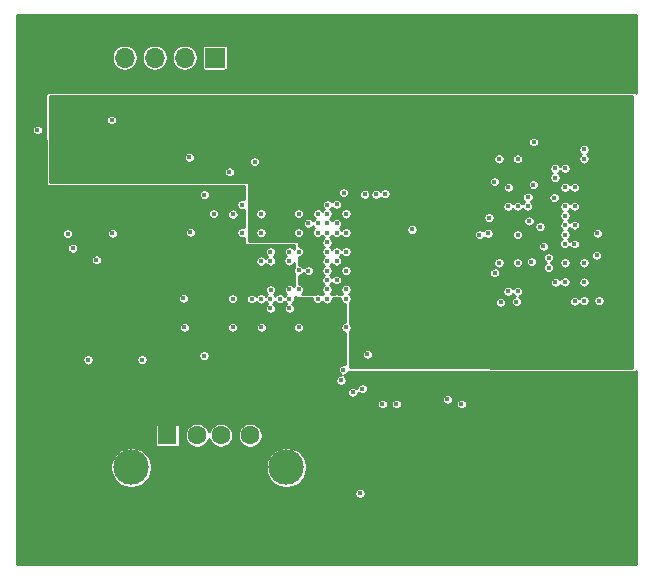
<source format=gbr>
%TF.GenerationSoftware,KiCad,Pcbnew,(5.1.7)-1*%
%TF.CreationDate,2020-12-15T14:41:59-08:00*%
%TF.ProjectId,Keychain,4b657963-6861-4696-9e2e-6b696361645f,rev?*%
%TF.SameCoordinates,Original*%
%TF.FileFunction,Copper,L3,Inr*%
%TF.FilePolarity,Positive*%
%FSLAX46Y46*%
G04 Gerber Fmt 4.6, Leading zero omitted, Abs format (unit mm)*
G04 Created by KiCad (PCBNEW (5.1.7)-1) date 2020-12-15 14:41:59*
%MOMM*%
%LPD*%
G01*
G04 APERTURE LIST*
%TA.AperFunction,ComponentPad*%
%ADD10O,1.700000X1.700000*%
%TD*%
%TA.AperFunction,ComponentPad*%
%ADD11R,1.700000X1.700000*%
%TD*%
%TA.AperFunction,ComponentPad*%
%ADD12C,1.600000*%
%TD*%
%TA.AperFunction,ComponentPad*%
%ADD13R,1.600000X1.500000*%
%TD*%
%TA.AperFunction,ComponentPad*%
%ADD14C,3.000000*%
%TD*%
%TA.AperFunction,ViaPad*%
%ADD15C,0.450000*%
%TD*%
%TA.AperFunction,Conductor*%
%ADD16C,0.254000*%
%TD*%
%TA.AperFunction,Conductor*%
%ADD17C,0.100000*%
%TD*%
G04 APERTURE END LIST*
D10*
%TO.N,Net-(J2-Pad4)*%
%TO.C,J2*%
X133380000Y-66870000D03*
%TO.N,Net-(J2-Pad3)*%
X135920000Y-66870000D03*
%TO.N,Net-(J2-Pad2)*%
X138460000Y-66870000D03*
D11*
%TO.N,Net-(J2-Pad1)*%
X141000000Y-66870000D03*
%TD*%
D12*
%TO.N,GND*%
%TO.C,J3*%
X144010000Y-98860000D03*
%TO.N,Net-(J3-Pad3)*%
X141510000Y-98860000D03*
%TO.N,Net-(J3-Pad2)*%
X139510000Y-98860000D03*
D13*
%TO.N,+5V*%
X137010000Y-98860000D03*
D14*
%TO.N,GND*%
X147080000Y-101570000D03*
X133940000Y-101570000D03*
%TD*%
D15*
%TO.N,GND*%
X171475000Y-77850000D03*
X172275000Y-75450000D03*
X171475000Y-79450000D03*
X171475000Y-81050000D03*
X165075000Y-84250000D03*
X165875000Y-77850000D03*
X140930000Y-80090000D03*
X140120000Y-78490000D03*
X143320000Y-79310000D03*
X148121552Y-83308404D03*
X147330000Y-83300000D03*
X145730000Y-83300000D03*
X148930000Y-84900000D03*
X148130000Y-86500000D03*
X147330000Y-87290000D03*
X145730000Y-87300000D03*
X145730000Y-88110000D03*
X144940000Y-84100000D03*
X147330000Y-88100000D03*
X149730000Y-87300000D03*
X142540000Y-87300000D03*
X144150000Y-87310000D03*
X165075000Y-75450000D03*
X166675000Y-81850000D03*
X172275000Y-84250000D03*
X172275000Y-85875000D03*
X172275000Y-87450000D03*
X172275000Y-74650000D03*
X166675000Y-75450000D03*
X148125000Y-80100000D03*
X149750000Y-80100000D03*
X153725000Y-78450000D03*
X152125000Y-80100000D03*
X165850000Y-79450000D03*
X151325000Y-81700000D03*
X150525000Y-85700000D03*
X152125000Y-87300000D03*
X149725000Y-81700000D03*
X151325000Y-83300000D03*
X165225000Y-87600000D03*
X164706310Y-85106310D03*
X157725000Y-81425000D03*
X167825000Y-84150000D03*
X153943803Y-92006197D03*
X152125000Y-89700000D03*
X148125000Y-89700000D03*
X144950000Y-89700000D03*
X140100000Y-92100000D03*
X142525000Y-89700000D03*
X144925000Y-80100000D03*
X153310000Y-103750000D03*
X131000000Y-84000000D03*
X126000000Y-73000000D03*
X129000000Y-83000000D03*
X138950000Y-81675000D03*
%TO.N,+3V3*%
X146540000Y-84890000D03*
X147330000Y-84900000D03*
X145730000Y-84900000D03*
X145730000Y-85700000D03*
X144130000Y-88090000D03*
X144120000Y-85690000D03*
X151325000Y-87300000D03*
X148925000Y-88900000D03*
X150525000Y-90500000D03*
X130440000Y-86710000D03*
X131650000Y-86710000D03*
X132920000Y-86690000D03*
X132290000Y-87580000D03*
X131020000Y-87550000D03*
X130250000Y-88300000D03*
X131650000Y-88320000D03*
X133090000Y-88330000D03*
X157600000Y-99100000D03*
X143311918Y-83298999D03*
%TO.N,+1V5*%
X172275000Y-77850000D03*
X172275000Y-76250000D03*
X171475000Y-81850000D03*
X169675000Y-79850000D03*
X165875000Y-75450000D03*
X165875000Y-81850000D03*
X148930000Y-86500000D03*
X149730000Y-84900000D03*
X149730000Y-84100000D03*
X149730000Y-83290000D03*
X165850000Y-84250000D03*
X172275000Y-85050000D03*
X172275000Y-81050000D03*
X166675000Y-77850000D03*
X170675000Y-74600000D03*
X165044998Y-79459490D03*
X166587502Y-80337490D03*
X162093697Y-81393697D03*
X164875364Y-86256011D03*
%TO.N,GND*%
X173550000Y-87450000D03*
X134850000Y-92450000D03*
X138450000Y-89700000D03*
X138350000Y-87250000D03*
X132350000Y-81750000D03*
X132300000Y-72150000D03*
X144400000Y-75700000D03*
%TO.N,+3V3*%
X138400000Y-91300000D03*
X138450000Y-85950000D03*
%TO.N,+1V5*%
X166667099Y-85032597D03*
X144130598Y-81680349D03*
X130720000Y-75580000D03*
X131600000Y-75530000D03*
X132500000Y-75580000D03*
X132800000Y-76400000D03*
X132000000Y-76940000D03*
X130720000Y-77080000D03*
X130670000Y-76340000D03*
X131560000Y-76280000D03*
X172275000Y-86675000D03*
X145200000Y-76200000D03*
X128150000Y-72100000D03*
%TO.N,SOC_CAP*%
X145730000Y-84100000D03*
X147310000Y-84080000D03*
X148110000Y-84870000D03*
X147320000Y-86500000D03*
%TO.N,ARM_CAP*%
X144930000Y-87300000D03*
X145750000Y-86510000D03*
X146530000Y-87290000D03*
%TO.N,NVCC_PLL*%
X143325000Y-81700000D03*
%TO.N,SNVS_CAP*%
X144925000Y-81700000D03*
%TO.N,HIGH_CAP*%
X142550000Y-80125000D03*
%TO.N,VREFDDR*%
X151325000Y-80900000D03*
X164243750Y-80431250D03*
X167614607Y-80701365D03*
X170675000Y-84250000D03*
X169275003Y-83799997D03*
%TO.N,VDD_HIGH_CAP*%
X148125000Y-81700000D03*
%TO.N,/DDR/DQSL-*%
X148925000Y-80900000D03*
X169825000Y-76250000D03*
%TO.N,/DDR/DQSL+*%
X149725000Y-80900000D03*
X169825000Y-77050000D03*
%TO.N,/DDR/DQSU-*%
X167500000Y-79450000D03*
X155422204Y-78397204D03*
%TO.N,/DDR/DQSU+*%
X167525000Y-78675000D03*
X154675000Y-78450000D03*
%TO.N,/DDR/RESET#*%
X150525000Y-87300000D03*
X166550000Y-87525000D03*
%TO.N,/DDR/CKE0*%
X152125000Y-83300000D03*
X171450000Y-82650000D03*
X173400000Y-81750000D03*
%TO.N,/DDR/ZQPAD*%
X150525000Y-81700000D03*
%TO.N,/DDR/CK+*%
X170675000Y-81850000D03*
X164150000Y-81750000D03*
%TO.N,/DDR/CK-*%
X170650000Y-82625000D03*
X163425000Y-81850000D03*
%TO.N,/DDR/ZQ*%
X173350000Y-83600000D03*
%TO.N,/DDR/DQL3*%
X168012500Y-74012500D03*
X170675000Y-76250000D03*
%TO.N,/DDR/DQU2*%
X150537320Y-79312570D03*
X170675000Y-79450000D03*
%TO.N,/DDR/DQU1*%
X151925000Y-78300000D03*
X169750000Y-78725000D03*
%TO.N,/DDR/DQL0*%
X150525000Y-80100000D03*
X170675000Y-77850000D03*
%TO.N,/DDR/DMU*%
X164700000Y-77375000D03*
X167975000Y-77625000D03*
%TO.N,/DDR/DQU3*%
X166675000Y-79450000D03*
X151325000Y-79300000D03*
%TO.N,/DDR/DQU4*%
X150525000Y-80900000D03*
X170675000Y-80250000D03*
%TO.N,/DDR/DQU5*%
X170675000Y-81050000D03*
X152125000Y-81700000D03*
%TO.N,/DDR/RAS#*%
X150525000Y-82500000D03*
X168550000Y-81175000D03*
%TO.N,/DDR/A10*%
X150525000Y-83300000D03*
X168836894Y-82837490D03*
%TO.N,/DDR/A0*%
X150525000Y-84100000D03*
X166675000Y-84250000D03*
%TO.N,/DDR/A12*%
X151325000Y-84100000D03*
X169300000Y-84650000D03*
%TO.N,/DDR/A4*%
X150525000Y-84900000D03*
X170660426Y-85864845D03*
%TO.N,/DDR/A11*%
X152125000Y-84900000D03*
X169850000Y-85900000D03*
%TO.N,/DDR/A8*%
X151325000Y-85700000D03*
X171475000Y-87500000D03*
%TO.N,/DDR/A7*%
X150525000Y-86500000D03*
X165850000Y-86650000D03*
%TO.N,/DDR/A13*%
X152125000Y-86500000D03*
X166675000Y-86650000D03*
%TO.N,SD_D1*%
X161900000Y-96200000D03*
X151900000Y-93300000D03*
%TO.N,SD_D0*%
X160700000Y-95800000D03*
X151700000Y-94200000D03*
%TO.N,SD_CMD*%
X153500000Y-94900000D03*
X156400000Y-96200000D03*
%TO.N,SD_D3*%
X152700000Y-95200000D03*
X155200000Y-96200000D03*
%TO.N,+5V*%
X130285000Y-92465000D03*
X128570000Y-81770000D03*
%TO.N,Net-(C30-Pad1)*%
X138850000Y-75300000D03*
%TO.N,Net-(C32-Pad1)*%
X142250000Y-76550000D03*
%TD*%
D16*
%TO.N,+1V5*%
X176373000Y-93122869D02*
X152427000Y-93098131D01*
X152427000Y-91959020D01*
X153464803Y-91959020D01*
X153464803Y-92053374D01*
X153483210Y-92145916D01*
X153519318Y-92233089D01*
X153571739Y-92311542D01*
X153638458Y-92378261D01*
X153716911Y-92430682D01*
X153804084Y-92466790D01*
X153896626Y-92485197D01*
X153990980Y-92485197D01*
X154083522Y-92466790D01*
X154170695Y-92430682D01*
X154249148Y-92378261D01*
X154315867Y-92311542D01*
X154368288Y-92233089D01*
X154404396Y-92145916D01*
X154422803Y-92053374D01*
X154422803Y-91959020D01*
X154404396Y-91866478D01*
X154368288Y-91779305D01*
X154315867Y-91700852D01*
X154249148Y-91634133D01*
X154170695Y-91581712D01*
X154083522Y-91545604D01*
X153990980Y-91527197D01*
X153896626Y-91527197D01*
X153804084Y-91545604D01*
X153716911Y-91581712D01*
X153638458Y-91634133D01*
X153571739Y-91700852D01*
X153519318Y-91779305D01*
X153483210Y-91866478D01*
X153464803Y-91959020D01*
X152427000Y-91959020D01*
X152427000Y-90074299D01*
X152430345Y-90072064D01*
X152497064Y-90005345D01*
X152549485Y-89926892D01*
X152585593Y-89839719D01*
X152604000Y-89747177D01*
X152604000Y-89652823D01*
X152585593Y-89560281D01*
X152549485Y-89473108D01*
X152497064Y-89394655D01*
X152430345Y-89327936D01*
X152427000Y-89325701D01*
X152427000Y-87674299D01*
X152430345Y-87672064D01*
X152497064Y-87605345D01*
X152532158Y-87552823D01*
X164746000Y-87552823D01*
X164746000Y-87647177D01*
X164764407Y-87739719D01*
X164800515Y-87826892D01*
X164852936Y-87905345D01*
X164919655Y-87972064D01*
X164998108Y-88024485D01*
X165085281Y-88060593D01*
X165177823Y-88079000D01*
X165272177Y-88079000D01*
X165364719Y-88060593D01*
X165451892Y-88024485D01*
X165530345Y-87972064D01*
X165597064Y-87905345D01*
X165649485Y-87826892D01*
X165685593Y-87739719D01*
X165704000Y-87647177D01*
X165704000Y-87552823D01*
X165685593Y-87460281D01*
X165649485Y-87373108D01*
X165597064Y-87294655D01*
X165530345Y-87227936D01*
X165451892Y-87175515D01*
X165364719Y-87139407D01*
X165272177Y-87121000D01*
X165177823Y-87121000D01*
X165085281Y-87139407D01*
X164998108Y-87175515D01*
X164919655Y-87227936D01*
X164852936Y-87294655D01*
X164800515Y-87373108D01*
X164764407Y-87460281D01*
X164746000Y-87552823D01*
X152532158Y-87552823D01*
X152549485Y-87526892D01*
X152585593Y-87439719D01*
X152604000Y-87347177D01*
X152604000Y-87252823D01*
X152585593Y-87160281D01*
X152549485Y-87073108D01*
X152497064Y-86994655D01*
X152430345Y-86927936D01*
X152388536Y-86900000D01*
X152430345Y-86872064D01*
X152497064Y-86805345D01*
X152549485Y-86726892D01*
X152585593Y-86639719D01*
X152592931Y-86602823D01*
X165371000Y-86602823D01*
X165371000Y-86697177D01*
X165389407Y-86789719D01*
X165425515Y-86876892D01*
X165477936Y-86955345D01*
X165544655Y-87022064D01*
X165623108Y-87074485D01*
X165710281Y-87110593D01*
X165802823Y-87129000D01*
X165897177Y-87129000D01*
X165989719Y-87110593D01*
X166076892Y-87074485D01*
X166155345Y-87022064D01*
X166222064Y-86955345D01*
X166262500Y-86894829D01*
X166302936Y-86955345D01*
X166369655Y-87022064D01*
X166427808Y-87060921D01*
X166410281Y-87064407D01*
X166323108Y-87100515D01*
X166244655Y-87152936D01*
X166177936Y-87219655D01*
X166125515Y-87298108D01*
X166089407Y-87385281D01*
X166071000Y-87477823D01*
X166071000Y-87572177D01*
X166089407Y-87664719D01*
X166125515Y-87751892D01*
X166177936Y-87830345D01*
X166244655Y-87897064D01*
X166323108Y-87949485D01*
X166410281Y-87985593D01*
X166502823Y-88004000D01*
X166597177Y-88004000D01*
X166689719Y-87985593D01*
X166776892Y-87949485D01*
X166855345Y-87897064D01*
X166922064Y-87830345D01*
X166974485Y-87751892D01*
X167010593Y-87664719D01*
X167029000Y-87572177D01*
X167029000Y-87477823D01*
X167024028Y-87452823D01*
X170996000Y-87452823D01*
X170996000Y-87547177D01*
X171014407Y-87639719D01*
X171050515Y-87726892D01*
X171102936Y-87805345D01*
X171169655Y-87872064D01*
X171248108Y-87924485D01*
X171335281Y-87960593D01*
X171427823Y-87979000D01*
X171522177Y-87979000D01*
X171614719Y-87960593D01*
X171701892Y-87924485D01*
X171780345Y-87872064D01*
X171847064Y-87805345D01*
X171891705Y-87738536D01*
X171902936Y-87755345D01*
X171969655Y-87822064D01*
X172048108Y-87874485D01*
X172135281Y-87910593D01*
X172227823Y-87929000D01*
X172322177Y-87929000D01*
X172414719Y-87910593D01*
X172501892Y-87874485D01*
X172580345Y-87822064D01*
X172647064Y-87755345D01*
X172699485Y-87676892D01*
X172735593Y-87589719D01*
X172754000Y-87497177D01*
X172754000Y-87402823D01*
X173071000Y-87402823D01*
X173071000Y-87497177D01*
X173089407Y-87589719D01*
X173125515Y-87676892D01*
X173177936Y-87755345D01*
X173244655Y-87822064D01*
X173323108Y-87874485D01*
X173410281Y-87910593D01*
X173502823Y-87929000D01*
X173597177Y-87929000D01*
X173689719Y-87910593D01*
X173776892Y-87874485D01*
X173855345Y-87822064D01*
X173922064Y-87755345D01*
X173974485Y-87676892D01*
X174010593Y-87589719D01*
X174029000Y-87497177D01*
X174029000Y-87402823D01*
X174010593Y-87310281D01*
X173974485Y-87223108D01*
X173922064Y-87144655D01*
X173855345Y-87077936D01*
X173776892Y-87025515D01*
X173689719Y-86989407D01*
X173597177Y-86971000D01*
X173502823Y-86971000D01*
X173410281Y-86989407D01*
X173323108Y-87025515D01*
X173244655Y-87077936D01*
X173177936Y-87144655D01*
X173125515Y-87223108D01*
X173089407Y-87310281D01*
X173071000Y-87402823D01*
X172754000Y-87402823D01*
X172735593Y-87310281D01*
X172699485Y-87223108D01*
X172647064Y-87144655D01*
X172580345Y-87077936D01*
X172501892Y-87025515D01*
X172414719Y-86989407D01*
X172322177Y-86971000D01*
X172227823Y-86971000D01*
X172135281Y-86989407D01*
X172048108Y-87025515D01*
X171969655Y-87077936D01*
X171902936Y-87144655D01*
X171858295Y-87211464D01*
X171847064Y-87194655D01*
X171780345Y-87127936D01*
X171701892Y-87075515D01*
X171614719Y-87039407D01*
X171522177Y-87021000D01*
X171427823Y-87021000D01*
X171335281Y-87039407D01*
X171248108Y-87075515D01*
X171169655Y-87127936D01*
X171102936Y-87194655D01*
X171050515Y-87273108D01*
X171014407Y-87360281D01*
X170996000Y-87452823D01*
X167024028Y-87452823D01*
X167010593Y-87385281D01*
X166974485Y-87298108D01*
X166922064Y-87219655D01*
X166855345Y-87152936D01*
X166797192Y-87114079D01*
X166814719Y-87110593D01*
X166901892Y-87074485D01*
X166980345Y-87022064D01*
X167047064Y-86955345D01*
X167099485Y-86876892D01*
X167135593Y-86789719D01*
X167154000Y-86697177D01*
X167154000Y-86602823D01*
X167135593Y-86510281D01*
X167099485Y-86423108D01*
X167047064Y-86344655D01*
X166980345Y-86277936D01*
X166901892Y-86225515D01*
X166814719Y-86189407D01*
X166722177Y-86171000D01*
X166627823Y-86171000D01*
X166535281Y-86189407D01*
X166448108Y-86225515D01*
X166369655Y-86277936D01*
X166302936Y-86344655D01*
X166262500Y-86405171D01*
X166222064Y-86344655D01*
X166155345Y-86277936D01*
X166076892Y-86225515D01*
X165989719Y-86189407D01*
X165897177Y-86171000D01*
X165802823Y-86171000D01*
X165710281Y-86189407D01*
X165623108Y-86225515D01*
X165544655Y-86277936D01*
X165477936Y-86344655D01*
X165425515Y-86423108D01*
X165389407Y-86510281D01*
X165371000Y-86602823D01*
X152592931Y-86602823D01*
X152604000Y-86547177D01*
X152604000Y-86452823D01*
X152585593Y-86360281D01*
X152549485Y-86273108D01*
X152497064Y-86194655D01*
X152430345Y-86127936D01*
X152351892Y-86075515D01*
X152264719Y-86039407D01*
X152172177Y-86021000D01*
X152077823Y-86021000D01*
X151985281Y-86039407D01*
X151898108Y-86075515D01*
X151819655Y-86127936D01*
X151752936Y-86194655D01*
X151700515Y-86273108D01*
X151664407Y-86360281D01*
X151646000Y-86452823D01*
X151646000Y-86547177D01*
X151664407Y-86639719D01*
X151700515Y-86726892D01*
X151752936Y-86805345D01*
X151819655Y-86872064D01*
X151821056Y-86873000D01*
X151545820Y-86873000D01*
X151464719Y-86839407D01*
X151372177Y-86821000D01*
X151277823Y-86821000D01*
X151185281Y-86839407D01*
X151104180Y-86873000D01*
X150828944Y-86873000D01*
X150830345Y-86872064D01*
X150897064Y-86805345D01*
X150949485Y-86726892D01*
X150985593Y-86639719D01*
X151004000Y-86547177D01*
X151004000Y-86452823D01*
X150985593Y-86360281D01*
X150949485Y-86273108D01*
X150897064Y-86194655D01*
X150830345Y-86127936D01*
X150788536Y-86100000D01*
X150830345Y-86072064D01*
X150897064Y-86005345D01*
X150925000Y-85963536D01*
X150952936Y-86005345D01*
X151019655Y-86072064D01*
X151098108Y-86124485D01*
X151185281Y-86160593D01*
X151277823Y-86179000D01*
X151372177Y-86179000D01*
X151464719Y-86160593D01*
X151551892Y-86124485D01*
X151630345Y-86072064D01*
X151697064Y-86005345D01*
X151749485Y-85926892D01*
X151780165Y-85852823D01*
X169371000Y-85852823D01*
X169371000Y-85947177D01*
X169389407Y-86039719D01*
X169425515Y-86126892D01*
X169477936Y-86205345D01*
X169544655Y-86272064D01*
X169623108Y-86324485D01*
X169710281Y-86360593D01*
X169802823Y-86379000D01*
X169897177Y-86379000D01*
X169989719Y-86360593D01*
X170076892Y-86324485D01*
X170155345Y-86272064D01*
X170222064Y-86205345D01*
X170266958Y-86138157D01*
X170288362Y-86170190D01*
X170355081Y-86236909D01*
X170433534Y-86289330D01*
X170520707Y-86325438D01*
X170613249Y-86343845D01*
X170707603Y-86343845D01*
X170800145Y-86325438D01*
X170887318Y-86289330D01*
X170965771Y-86236909D01*
X171032490Y-86170190D01*
X171084911Y-86091737D01*
X171121019Y-86004564D01*
X171139426Y-85912022D01*
X171139426Y-85827823D01*
X171796000Y-85827823D01*
X171796000Y-85922177D01*
X171814407Y-86014719D01*
X171850515Y-86101892D01*
X171902936Y-86180345D01*
X171969655Y-86247064D01*
X172048108Y-86299485D01*
X172135281Y-86335593D01*
X172227823Y-86354000D01*
X172322177Y-86354000D01*
X172414719Y-86335593D01*
X172501892Y-86299485D01*
X172580345Y-86247064D01*
X172647064Y-86180345D01*
X172699485Y-86101892D01*
X172735593Y-86014719D01*
X172754000Y-85922177D01*
X172754000Y-85827823D01*
X172735593Y-85735281D01*
X172699485Y-85648108D01*
X172647064Y-85569655D01*
X172580345Y-85502936D01*
X172501892Y-85450515D01*
X172414719Y-85414407D01*
X172322177Y-85396000D01*
X172227823Y-85396000D01*
X172135281Y-85414407D01*
X172048108Y-85450515D01*
X171969655Y-85502936D01*
X171902936Y-85569655D01*
X171850515Y-85648108D01*
X171814407Y-85735281D01*
X171796000Y-85827823D01*
X171139426Y-85827823D01*
X171139426Y-85817668D01*
X171121019Y-85725126D01*
X171084911Y-85637953D01*
X171032490Y-85559500D01*
X170965771Y-85492781D01*
X170887318Y-85440360D01*
X170800145Y-85404252D01*
X170707603Y-85385845D01*
X170613249Y-85385845D01*
X170520707Y-85404252D01*
X170433534Y-85440360D01*
X170355081Y-85492781D01*
X170288362Y-85559500D01*
X170243468Y-85626688D01*
X170222064Y-85594655D01*
X170155345Y-85527936D01*
X170076892Y-85475515D01*
X169989719Y-85439407D01*
X169897177Y-85421000D01*
X169802823Y-85421000D01*
X169710281Y-85439407D01*
X169623108Y-85475515D01*
X169544655Y-85527936D01*
X169477936Y-85594655D01*
X169425515Y-85673108D01*
X169389407Y-85760281D01*
X169371000Y-85852823D01*
X151780165Y-85852823D01*
X151785593Y-85839719D01*
X151804000Y-85747177D01*
X151804000Y-85652823D01*
X151785593Y-85560281D01*
X151749485Y-85473108D01*
X151697064Y-85394655D01*
X151630345Y-85327936D01*
X151551892Y-85275515D01*
X151464719Y-85239407D01*
X151372177Y-85221000D01*
X151277823Y-85221000D01*
X151185281Y-85239407D01*
X151098108Y-85275515D01*
X151019655Y-85327936D01*
X150952936Y-85394655D01*
X150925000Y-85436464D01*
X150897064Y-85394655D01*
X150830345Y-85327936D01*
X150788536Y-85300000D01*
X150830345Y-85272064D01*
X150897064Y-85205345D01*
X150949485Y-85126892D01*
X150985593Y-85039719D01*
X151004000Y-84947177D01*
X151004000Y-84852823D01*
X151646000Y-84852823D01*
X151646000Y-84947177D01*
X151664407Y-85039719D01*
X151700515Y-85126892D01*
X151752936Y-85205345D01*
X151819655Y-85272064D01*
X151898108Y-85324485D01*
X151985281Y-85360593D01*
X152077823Y-85379000D01*
X152172177Y-85379000D01*
X152264719Y-85360593D01*
X152351892Y-85324485D01*
X152430345Y-85272064D01*
X152497064Y-85205345D01*
X152549485Y-85126892D01*
X152577551Y-85059133D01*
X164227310Y-85059133D01*
X164227310Y-85153487D01*
X164245717Y-85246029D01*
X164281825Y-85333202D01*
X164334246Y-85411655D01*
X164400965Y-85478374D01*
X164479418Y-85530795D01*
X164566591Y-85566903D01*
X164659133Y-85585310D01*
X164753487Y-85585310D01*
X164846029Y-85566903D01*
X164933202Y-85530795D01*
X165011655Y-85478374D01*
X165078374Y-85411655D01*
X165130795Y-85333202D01*
X165166903Y-85246029D01*
X165185310Y-85153487D01*
X165185310Y-85059133D01*
X165166903Y-84966591D01*
X165130795Y-84879418D01*
X165078374Y-84800965D01*
X165011655Y-84734246D01*
X164993623Y-84722198D01*
X165027823Y-84729000D01*
X165122177Y-84729000D01*
X165214719Y-84710593D01*
X165301892Y-84674485D01*
X165380345Y-84622064D01*
X165447064Y-84555345D01*
X165499485Y-84476892D01*
X165535593Y-84389719D01*
X165554000Y-84297177D01*
X165554000Y-84202823D01*
X166196000Y-84202823D01*
X166196000Y-84297177D01*
X166214407Y-84389719D01*
X166250515Y-84476892D01*
X166302936Y-84555345D01*
X166369655Y-84622064D01*
X166448108Y-84674485D01*
X166535281Y-84710593D01*
X166627823Y-84729000D01*
X166722177Y-84729000D01*
X166814719Y-84710593D01*
X166901892Y-84674485D01*
X166980345Y-84622064D01*
X167047064Y-84555345D01*
X167099485Y-84476892D01*
X167135593Y-84389719D01*
X167154000Y-84297177D01*
X167154000Y-84202823D01*
X167135593Y-84110281D01*
X167132504Y-84102823D01*
X167346000Y-84102823D01*
X167346000Y-84197177D01*
X167364407Y-84289719D01*
X167400515Y-84376892D01*
X167452936Y-84455345D01*
X167519655Y-84522064D01*
X167598108Y-84574485D01*
X167685281Y-84610593D01*
X167777823Y-84629000D01*
X167872177Y-84629000D01*
X167964719Y-84610593D01*
X168051892Y-84574485D01*
X168130345Y-84522064D01*
X168197064Y-84455345D01*
X168249485Y-84376892D01*
X168285593Y-84289719D01*
X168304000Y-84197177D01*
X168304000Y-84102823D01*
X168285593Y-84010281D01*
X168249485Y-83923108D01*
X168197064Y-83844655D01*
X168130345Y-83777936D01*
X168092757Y-83752820D01*
X168796003Y-83752820D01*
X168796003Y-83847174D01*
X168814410Y-83939716D01*
X168850518Y-84026889D01*
X168902939Y-84105342D01*
X168969658Y-84172061D01*
X169048111Y-84224482D01*
X169064497Y-84231269D01*
X168994655Y-84277936D01*
X168927936Y-84344655D01*
X168875515Y-84423108D01*
X168839407Y-84510281D01*
X168821000Y-84602823D01*
X168821000Y-84697177D01*
X168839407Y-84789719D01*
X168875515Y-84876892D01*
X168927936Y-84955345D01*
X168994655Y-85022064D01*
X169073108Y-85074485D01*
X169160281Y-85110593D01*
X169252823Y-85129000D01*
X169347177Y-85129000D01*
X169439719Y-85110593D01*
X169526892Y-85074485D01*
X169605345Y-85022064D01*
X169672064Y-84955345D01*
X169724485Y-84876892D01*
X169760593Y-84789719D01*
X169779000Y-84697177D01*
X169779000Y-84602823D01*
X169760593Y-84510281D01*
X169724485Y-84423108D01*
X169672064Y-84344655D01*
X169605345Y-84277936D01*
X169526892Y-84225515D01*
X169510506Y-84218728D01*
X169534309Y-84202823D01*
X170196000Y-84202823D01*
X170196000Y-84297177D01*
X170214407Y-84389719D01*
X170250515Y-84476892D01*
X170302936Y-84555345D01*
X170369655Y-84622064D01*
X170448108Y-84674485D01*
X170535281Y-84710593D01*
X170627823Y-84729000D01*
X170722177Y-84729000D01*
X170814719Y-84710593D01*
X170901892Y-84674485D01*
X170980345Y-84622064D01*
X171047064Y-84555345D01*
X171099485Y-84476892D01*
X171135593Y-84389719D01*
X171154000Y-84297177D01*
X171154000Y-84202823D01*
X171796000Y-84202823D01*
X171796000Y-84297177D01*
X171814407Y-84389719D01*
X171850515Y-84476892D01*
X171902936Y-84555345D01*
X171969655Y-84622064D01*
X172048108Y-84674485D01*
X172135281Y-84710593D01*
X172227823Y-84729000D01*
X172322177Y-84729000D01*
X172414719Y-84710593D01*
X172501892Y-84674485D01*
X172580345Y-84622064D01*
X172647064Y-84555345D01*
X172699485Y-84476892D01*
X172735593Y-84389719D01*
X172754000Y-84297177D01*
X172754000Y-84202823D01*
X172735593Y-84110281D01*
X172699485Y-84023108D01*
X172647064Y-83944655D01*
X172580345Y-83877936D01*
X172501892Y-83825515D01*
X172414719Y-83789407D01*
X172322177Y-83771000D01*
X172227823Y-83771000D01*
X172135281Y-83789407D01*
X172048108Y-83825515D01*
X171969655Y-83877936D01*
X171902936Y-83944655D01*
X171850515Y-84023108D01*
X171814407Y-84110281D01*
X171796000Y-84202823D01*
X171154000Y-84202823D01*
X171135593Y-84110281D01*
X171099485Y-84023108D01*
X171047064Y-83944655D01*
X170980345Y-83877936D01*
X170901892Y-83825515D01*
X170814719Y-83789407D01*
X170722177Y-83771000D01*
X170627823Y-83771000D01*
X170535281Y-83789407D01*
X170448108Y-83825515D01*
X170369655Y-83877936D01*
X170302936Y-83944655D01*
X170250515Y-84023108D01*
X170214407Y-84110281D01*
X170196000Y-84202823D01*
X169534309Y-84202823D01*
X169580348Y-84172061D01*
X169647067Y-84105342D01*
X169699488Y-84026889D01*
X169735596Y-83939716D01*
X169754003Y-83847174D01*
X169754003Y-83752820D01*
X169735596Y-83660278D01*
X169699488Y-83573105D01*
X169685936Y-83552823D01*
X172871000Y-83552823D01*
X172871000Y-83647177D01*
X172889407Y-83739719D01*
X172925515Y-83826892D01*
X172977936Y-83905345D01*
X173044655Y-83972064D01*
X173123108Y-84024485D01*
X173210281Y-84060593D01*
X173302823Y-84079000D01*
X173397177Y-84079000D01*
X173489719Y-84060593D01*
X173576892Y-84024485D01*
X173655345Y-83972064D01*
X173722064Y-83905345D01*
X173774485Y-83826892D01*
X173810593Y-83739719D01*
X173829000Y-83647177D01*
X173829000Y-83552823D01*
X173810593Y-83460281D01*
X173774485Y-83373108D01*
X173722064Y-83294655D01*
X173655345Y-83227936D01*
X173576892Y-83175515D01*
X173489719Y-83139407D01*
X173397177Y-83121000D01*
X173302823Y-83121000D01*
X173210281Y-83139407D01*
X173123108Y-83175515D01*
X173044655Y-83227936D01*
X172977936Y-83294655D01*
X172925515Y-83373108D01*
X172889407Y-83460281D01*
X172871000Y-83552823D01*
X169685936Y-83552823D01*
X169647067Y-83494652D01*
X169580348Y-83427933D01*
X169501895Y-83375512D01*
X169414722Y-83339404D01*
X169322180Y-83320997D01*
X169227826Y-83320997D01*
X169135284Y-83339404D01*
X169048111Y-83375512D01*
X168969658Y-83427933D01*
X168902939Y-83494652D01*
X168850518Y-83573105D01*
X168814410Y-83660278D01*
X168796003Y-83752820D01*
X168092757Y-83752820D01*
X168051892Y-83725515D01*
X167964719Y-83689407D01*
X167872177Y-83671000D01*
X167777823Y-83671000D01*
X167685281Y-83689407D01*
X167598108Y-83725515D01*
X167519655Y-83777936D01*
X167452936Y-83844655D01*
X167400515Y-83923108D01*
X167364407Y-84010281D01*
X167346000Y-84102823D01*
X167132504Y-84102823D01*
X167099485Y-84023108D01*
X167047064Y-83944655D01*
X166980345Y-83877936D01*
X166901892Y-83825515D01*
X166814719Y-83789407D01*
X166722177Y-83771000D01*
X166627823Y-83771000D01*
X166535281Y-83789407D01*
X166448108Y-83825515D01*
X166369655Y-83877936D01*
X166302936Y-83944655D01*
X166250515Y-84023108D01*
X166214407Y-84110281D01*
X166196000Y-84202823D01*
X165554000Y-84202823D01*
X165535593Y-84110281D01*
X165499485Y-84023108D01*
X165447064Y-83944655D01*
X165380345Y-83877936D01*
X165301892Y-83825515D01*
X165214719Y-83789407D01*
X165122177Y-83771000D01*
X165027823Y-83771000D01*
X164935281Y-83789407D01*
X164848108Y-83825515D01*
X164769655Y-83877936D01*
X164702936Y-83944655D01*
X164650515Y-84023108D01*
X164614407Y-84110281D01*
X164596000Y-84202823D01*
X164596000Y-84297177D01*
X164614407Y-84389719D01*
X164650515Y-84476892D01*
X164702936Y-84555345D01*
X164769655Y-84622064D01*
X164787687Y-84634112D01*
X164753487Y-84627310D01*
X164659133Y-84627310D01*
X164566591Y-84645717D01*
X164479418Y-84681825D01*
X164400965Y-84734246D01*
X164334246Y-84800965D01*
X164281825Y-84879418D01*
X164245717Y-84966591D01*
X164227310Y-85059133D01*
X152577551Y-85059133D01*
X152585593Y-85039719D01*
X152604000Y-84947177D01*
X152604000Y-84852823D01*
X152585593Y-84760281D01*
X152549485Y-84673108D01*
X152497064Y-84594655D01*
X152430345Y-84527936D01*
X152351892Y-84475515D01*
X152264719Y-84439407D01*
X152172177Y-84421000D01*
X152077823Y-84421000D01*
X151985281Y-84439407D01*
X151898108Y-84475515D01*
X151819655Y-84527936D01*
X151752936Y-84594655D01*
X151700515Y-84673108D01*
X151664407Y-84760281D01*
X151646000Y-84852823D01*
X151004000Y-84852823D01*
X150985593Y-84760281D01*
X150949485Y-84673108D01*
X150897064Y-84594655D01*
X150830345Y-84527936D01*
X150788536Y-84500000D01*
X150830345Y-84472064D01*
X150897064Y-84405345D01*
X150925000Y-84363536D01*
X150952936Y-84405345D01*
X151019655Y-84472064D01*
X151098108Y-84524485D01*
X151185281Y-84560593D01*
X151277823Y-84579000D01*
X151372177Y-84579000D01*
X151464719Y-84560593D01*
X151551892Y-84524485D01*
X151630345Y-84472064D01*
X151697064Y-84405345D01*
X151749485Y-84326892D01*
X151785593Y-84239719D01*
X151804000Y-84147177D01*
X151804000Y-84052823D01*
X151785593Y-83960281D01*
X151749485Y-83873108D01*
X151697064Y-83794655D01*
X151630345Y-83727936D01*
X151588536Y-83700000D01*
X151630345Y-83672064D01*
X151697064Y-83605345D01*
X151725000Y-83563536D01*
X151752936Y-83605345D01*
X151819655Y-83672064D01*
X151898108Y-83724485D01*
X151985281Y-83760593D01*
X152077823Y-83779000D01*
X152172177Y-83779000D01*
X152264719Y-83760593D01*
X152351892Y-83724485D01*
X152430345Y-83672064D01*
X152497064Y-83605345D01*
X152549485Y-83526892D01*
X152585593Y-83439719D01*
X152604000Y-83347177D01*
X152604000Y-83252823D01*
X152585593Y-83160281D01*
X152549485Y-83073108D01*
X152497064Y-82994655D01*
X152430345Y-82927936D01*
X152351892Y-82875515D01*
X152264719Y-82839407D01*
X152172177Y-82821000D01*
X152077823Y-82821000D01*
X151985281Y-82839407D01*
X151898108Y-82875515D01*
X151819655Y-82927936D01*
X151752936Y-82994655D01*
X151725000Y-83036464D01*
X151697064Y-82994655D01*
X151630345Y-82927936D01*
X151551892Y-82875515D01*
X151464719Y-82839407D01*
X151372177Y-82821000D01*
X151277823Y-82821000D01*
X151185281Y-82839407D01*
X151098108Y-82875515D01*
X151019655Y-82927936D01*
X150952936Y-82994655D01*
X150925000Y-83036464D01*
X150897064Y-82994655D01*
X150830345Y-82927936D01*
X150788536Y-82900000D01*
X150830345Y-82872064D01*
X150897064Y-82805345D01*
X150907108Y-82790313D01*
X168357894Y-82790313D01*
X168357894Y-82884667D01*
X168376301Y-82977209D01*
X168412409Y-83064382D01*
X168464830Y-83142835D01*
X168531549Y-83209554D01*
X168610002Y-83261975D01*
X168697175Y-83298083D01*
X168789717Y-83316490D01*
X168884071Y-83316490D01*
X168976613Y-83298083D01*
X169063786Y-83261975D01*
X169142239Y-83209554D01*
X169208958Y-83142835D01*
X169261379Y-83064382D01*
X169297487Y-82977209D01*
X169315894Y-82884667D01*
X169315894Y-82790313D01*
X169297487Y-82697771D01*
X169261379Y-82610598D01*
X169239480Y-82577823D01*
X170171000Y-82577823D01*
X170171000Y-82672177D01*
X170189407Y-82764719D01*
X170225515Y-82851892D01*
X170277936Y-82930345D01*
X170344655Y-82997064D01*
X170423108Y-83049485D01*
X170510281Y-83085593D01*
X170602823Y-83104000D01*
X170697177Y-83104000D01*
X170789719Y-83085593D01*
X170876892Y-83049485D01*
X170955345Y-82997064D01*
X171022064Y-82930345D01*
X171041648Y-82901036D01*
X171077936Y-82955345D01*
X171144655Y-83022064D01*
X171223108Y-83074485D01*
X171310281Y-83110593D01*
X171402823Y-83129000D01*
X171497177Y-83129000D01*
X171589719Y-83110593D01*
X171676892Y-83074485D01*
X171755345Y-83022064D01*
X171822064Y-82955345D01*
X171874485Y-82876892D01*
X171910593Y-82789719D01*
X171929000Y-82697177D01*
X171929000Y-82602823D01*
X171910593Y-82510281D01*
X171874485Y-82423108D01*
X171822064Y-82344655D01*
X171755345Y-82277936D01*
X171676892Y-82225515D01*
X171589719Y-82189407D01*
X171497177Y-82171000D01*
X171402823Y-82171000D01*
X171310281Y-82189407D01*
X171223108Y-82225515D01*
X171144655Y-82277936D01*
X171077936Y-82344655D01*
X171058352Y-82373964D01*
X171022064Y-82319655D01*
X170955345Y-82252936D01*
X170944744Y-82245852D01*
X170980345Y-82222064D01*
X171047064Y-82155345D01*
X171099485Y-82076892D01*
X171135593Y-81989719D01*
X171154000Y-81897177D01*
X171154000Y-81802823D01*
X171135593Y-81710281D01*
X171132504Y-81702823D01*
X172921000Y-81702823D01*
X172921000Y-81797177D01*
X172939407Y-81889719D01*
X172975515Y-81976892D01*
X173027936Y-82055345D01*
X173094655Y-82122064D01*
X173173108Y-82174485D01*
X173260281Y-82210593D01*
X173352823Y-82229000D01*
X173447177Y-82229000D01*
X173539719Y-82210593D01*
X173626892Y-82174485D01*
X173705345Y-82122064D01*
X173772064Y-82055345D01*
X173824485Y-81976892D01*
X173860593Y-81889719D01*
X173879000Y-81797177D01*
X173879000Y-81702823D01*
X173860593Y-81610281D01*
X173824485Y-81523108D01*
X173772064Y-81444655D01*
X173705345Y-81377936D01*
X173626892Y-81325515D01*
X173539719Y-81289407D01*
X173447177Y-81271000D01*
X173352823Y-81271000D01*
X173260281Y-81289407D01*
X173173108Y-81325515D01*
X173094655Y-81377936D01*
X173027936Y-81444655D01*
X172975515Y-81523108D01*
X172939407Y-81610281D01*
X172921000Y-81702823D01*
X171132504Y-81702823D01*
X171099485Y-81623108D01*
X171047064Y-81544655D01*
X170980345Y-81477936D01*
X170938536Y-81450000D01*
X170980345Y-81422064D01*
X171047064Y-81355345D01*
X171075000Y-81313536D01*
X171102936Y-81355345D01*
X171169655Y-81422064D01*
X171248108Y-81474485D01*
X171335281Y-81510593D01*
X171427823Y-81529000D01*
X171522177Y-81529000D01*
X171614719Y-81510593D01*
X171701892Y-81474485D01*
X171780345Y-81422064D01*
X171847064Y-81355345D01*
X171899485Y-81276892D01*
X171935593Y-81189719D01*
X171954000Y-81097177D01*
X171954000Y-81002823D01*
X171935593Y-80910281D01*
X171899485Y-80823108D01*
X171847064Y-80744655D01*
X171780345Y-80677936D01*
X171701892Y-80625515D01*
X171614719Y-80589407D01*
X171522177Y-80571000D01*
X171427823Y-80571000D01*
X171335281Y-80589407D01*
X171248108Y-80625515D01*
X171169655Y-80677936D01*
X171102936Y-80744655D01*
X171075000Y-80786464D01*
X171047064Y-80744655D01*
X170980345Y-80677936D01*
X170938536Y-80650000D01*
X170980345Y-80622064D01*
X171047064Y-80555345D01*
X171099485Y-80476892D01*
X171135593Y-80389719D01*
X171154000Y-80297177D01*
X171154000Y-80202823D01*
X171135593Y-80110281D01*
X171099485Y-80023108D01*
X171047064Y-79944655D01*
X170980345Y-79877936D01*
X170938536Y-79850000D01*
X170980345Y-79822064D01*
X171047064Y-79755345D01*
X171075000Y-79713536D01*
X171102936Y-79755345D01*
X171169655Y-79822064D01*
X171248108Y-79874485D01*
X171335281Y-79910593D01*
X171427823Y-79929000D01*
X171522177Y-79929000D01*
X171614719Y-79910593D01*
X171701892Y-79874485D01*
X171780345Y-79822064D01*
X171847064Y-79755345D01*
X171899485Y-79676892D01*
X171935593Y-79589719D01*
X171954000Y-79497177D01*
X171954000Y-79402823D01*
X171935593Y-79310281D01*
X171899485Y-79223108D01*
X171847064Y-79144655D01*
X171780345Y-79077936D01*
X171701892Y-79025515D01*
X171614719Y-78989407D01*
X171522177Y-78971000D01*
X171427823Y-78971000D01*
X171335281Y-78989407D01*
X171248108Y-79025515D01*
X171169655Y-79077936D01*
X171102936Y-79144655D01*
X171075000Y-79186464D01*
X171047064Y-79144655D01*
X170980345Y-79077936D01*
X170901892Y-79025515D01*
X170814719Y-78989407D01*
X170722177Y-78971000D01*
X170627823Y-78971000D01*
X170535281Y-78989407D01*
X170448108Y-79025515D01*
X170369655Y-79077936D01*
X170302936Y-79144655D01*
X170250515Y-79223108D01*
X170214407Y-79310281D01*
X170196000Y-79402823D01*
X170196000Y-79497177D01*
X170214407Y-79589719D01*
X170250515Y-79676892D01*
X170302936Y-79755345D01*
X170369655Y-79822064D01*
X170411464Y-79850000D01*
X170369655Y-79877936D01*
X170302936Y-79944655D01*
X170250515Y-80023108D01*
X170214407Y-80110281D01*
X170196000Y-80202823D01*
X170196000Y-80297177D01*
X170214407Y-80389719D01*
X170250515Y-80476892D01*
X170302936Y-80555345D01*
X170369655Y-80622064D01*
X170411464Y-80650000D01*
X170369655Y-80677936D01*
X170302936Y-80744655D01*
X170250515Y-80823108D01*
X170214407Y-80910281D01*
X170196000Y-81002823D01*
X170196000Y-81097177D01*
X170214407Y-81189719D01*
X170250515Y-81276892D01*
X170302936Y-81355345D01*
X170369655Y-81422064D01*
X170411464Y-81450000D01*
X170369655Y-81477936D01*
X170302936Y-81544655D01*
X170250515Y-81623108D01*
X170214407Y-81710281D01*
X170196000Y-81802823D01*
X170196000Y-81897177D01*
X170214407Y-81989719D01*
X170250515Y-82076892D01*
X170302936Y-82155345D01*
X170369655Y-82222064D01*
X170380256Y-82229148D01*
X170344655Y-82252936D01*
X170277936Y-82319655D01*
X170225515Y-82398108D01*
X170189407Y-82485281D01*
X170171000Y-82577823D01*
X169239480Y-82577823D01*
X169208958Y-82532145D01*
X169142239Y-82465426D01*
X169063786Y-82413005D01*
X168976613Y-82376897D01*
X168884071Y-82358490D01*
X168789717Y-82358490D01*
X168697175Y-82376897D01*
X168610002Y-82413005D01*
X168531549Y-82465426D01*
X168464830Y-82532145D01*
X168412409Y-82610598D01*
X168376301Y-82697771D01*
X168357894Y-82790313D01*
X150907108Y-82790313D01*
X150949485Y-82726892D01*
X150985593Y-82639719D01*
X151004000Y-82547177D01*
X151004000Y-82452823D01*
X150985593Y-82360281D01*
X150949485Y-82273108D01*
X150897064Y-82194655D01*
X150830345Y-82127936D01*
X150788536Y-82100000D01*
X150830345Y-82072064D01*
X150897064Y-82005345D01*
X150925000Y-81963536D01*
X150952936Y-82005345D01*
X151019655Y-82072064D01*
X151098108Y-82124485D01*
X151185281Y-82160593D01*
X151277823Y-82179000D01*
X151372177Y-82179000D01*
X151464719Y-82160593D01*
X151551892Y-82124485D01*
X151630345Y-82072064D01*
X151697064Y-82005345D01*
X151725000Y-81963536D01*
X151752936Y-82005345D01*
X151819655Y-82072064D01*
X151898108Y-82124485D01*
X151985281Y-82160593D01*
X152077823Y-82179000D01*
X152172177Y-82179000D01*
X152264719Y-82160593D01*
X152351892Y-82124485D01*
X152430345Y-82072064D01*
X152497064Y-82005345D01*
X152549485Y-81926892D01*
X152585593Y-81839719D01*
X152604000Y-81747177D01*
X152604000Y-81652823D01*
X152585593Y-81560281D01*
X152549485Y-81473108D01*
X152497064Y-81394655D01*
X152480232Y-81377823D01*
X157246000Y-81377823D01*
X157246000Y-81472177D01*
X157264407Y-81564719D01*
X157300515Y-81651892D01*
X157352936Y-81730345D01*
X157419655Y-81797064D01*
X157498108Y-81849485D01*
X157585281Y-81885593D01*
X157677823Y-81904000D01*
X157772177Y-81904000D01*
X157864719Y-81885593D01*
X157951892Y-81849485D01*
X158021726Y-81802823D01*
X162946000Y-81802823D01*
X162946000Y-81897177D01*
X162964407Y-81989719D01*
X163000515Y-82076892D01*
X163052936Y-82155345D01*
X163119655Y-82222064D01*
X163198108Y-82274485D01*
X163285281Y-82310593D01*
X163377823Y-82329000D01*
X163472177Y-82329000D01*
X163564719Y-82310593D01*
X163651892Y-82274485D01*
X163730345Y-82222064D01*
X163797064Y-82155345D01*
X163829457Y-82106866D01*
X163844655Y-82122064D01*
X163923108Y-82174485D01*
X164010281Y-82210593D01*
X164102823Y-82229000D01*
X164197177Y-82229000D01*
X164289719Y-82210593D01*
X164376892Y-82174485D01*
X164455345Y-82122064D01*
X164522064Y-82055345D01*
X164574485Y-81976892D01*
X164610593Y-81889719D01*
X164627876Y-81802823D01*
X166196000Y-81802823D01*
X166196000Y-81897177D01*
X166214407Y-81989719D01*
X166250515Y-82076892D01*
X166302936Y-82155345D01*
X166369655Y-82222064D01*
X166448108Y-82274485D01*
X166535281Y-82310593D01*
X166627823Y-82329000D01*
X166722177Y-82329000D01*
X166814719Y-82310593D01*
X166901892Y-82274485D01*
X166980345Y-82222064D01*
X167047064Y-82155345D01*
X167099485Y-82076892D01*
X167135593Y-81989719D01*
X167154000Y-81897177D01*
X167154000Y-81802823D01*
X167135593Y-81710281D01*
X167099485Y-81623108D01*
X167047064Y-81544655D01*
X166980345Y-81477936D01*
X166901892Y-81425515D01*
X166814719Y-81389407D01*
X166722177Y-81371000D01*
X166627823Y-81371000D01*
X166535281Y-81389407D01*
X166448108Y-81425515D01*
X166369655Y-81477936D01*
X166302936Y-81544655D01*
X166250515Y-81623108D01*
X166214407Y-81710281D01*
X166196000Y-81802823D01*
X164627876Y-81802823D01*
X164629000Y-81797177D01*
X164629000Y-81702823D01*
X164610593Y-81610281D01*
X164574485Y-81523108D01*
X164522064Y-81444655D01*
X164455345Y-81377936D01*
X164376892Y-81325515D01*
X164289719Y-81289407D01*
X164197177Y-81271000D01*
X164102823Y-81271000D01*
X164010281Y-81289407D01*
X163923108Y-81325515D01*
X163844655Y-81377936D01*
X163777936Y-81444655D01*
X163745543Y-81493134D01*
X163730345Y-81477936D01*
X163651892Y-81425515D01*
X163564719Y-81389407D01*
X163472177Y-81371000D01*
X163377823Y-81371000D01*
X163285281Y-81389407D01*
X163198108Y-81425515D01*
X163119655Y-81477936D01*
X163052936Y-81544655D01*
X163000515Y-81623108D01*
X162964407Y-81710281D01*
X162946000Y-81802823D01*
X158021726Y-81802823D01*
X158030345Y-81797064D01*
X158097064Y-81730345D01*
X158149485Y-81651892D01*
X158185593Y-81564719D01*
X158204000Y-81472177D01*
X158204000Y-81377823D01*
X158185593Y-81285281D01*
X158149485Y-81198108D01*
X158097064Y-81119655D01*
X158030345Y-81052936D01*
X157951892Y-81000515D01*
X157864719Y-80964407D01*
X157772177Y-80946000D01*
X157677823Y-80946000D01*
X157585281Y-80964407D01*
X157498108Y-81000515D01*
X157419655Y-81052936D01*
X157352936Y-81119655D01*
X157300515Y-81198108D01*
X157264407Y-81285281D01*
X157246000Y-81377823D01*
X152480232Y-81377823D01*
X152430345Y-81327936D01*
X152351892Y-81275515D01*
X152264719Y-81239407D01*
X152172177Y-81221000D01*
X152077823Y-81221000D01*
X151985281Y-81239407D01*
X151898108Y-81275515D01*
X151819655Y-81327936D01*
X151752936Y-81394655D01*
X151725000Y-81436464D01*
X151697064Y-81394655D01*
X151630345Y-81327936D01*
X151588536Y-81300000D01*
X151630345Y-81272064D01*
X151697064Y-81205345D01*
X151749485Y-81126892D01*
X151785593Y-81039719D01*
X151804000Y-80947177D01*
X151804000Y-80852823D01*
X151785593Y-80760281D01*
X151749485Y-80673108D01*
X151697064Y-80594655D01*
X151630345Y-80527936D01*
X151551892Y-80475515D01*
X151464719Y-80439407D01*
X151372177Y-80421000D01*
X151277823Y-80421000D01*
X151185281Y-80439407D01*
X151098108Y-80475515D01*
X151019655Y-80527936D01*
X150952936Y-80594655D01*
X150925000Y-80636464D01*
X150897064Y-80594655D01*
X150830345Y-80527936D01*
X150788536Y-80500000D01*
X150830345Y-80472064D01*
X150897064Y-80405345D01*
X150949485Y-80326892D01*
X150985593Y-80239719D01*
X151004000Y-80147177D01*
X151004000Y-80052823D01*
X151646000Y-80052823D01*
X151646000Y-80147177D01*
X151664407Y-80239719D01*
X151700515Y-80326892D01*
X151752936Y-80405345D01*
X151819655Y-80472064D01*
X151898108Y-80524485D01*
X151985281Y-80560593D01*
X152077823Y-80579000D01*
X152172177Y-80579000D01*
X152264719Y-80560593D01*
X152351892Y-80524485D01*
X152430345Y-80472064D01*
X152497064Y-80405345D01*
X152511277Y-80384073D01*
X163764750Y-80384073D01*
X163764750Y-80478427D01*
X163783157Y-80570969D01*
X163819265Y-80658142D01*
X163871686Y-80736595D01*
X163938405Y-80803314D01*
X164016858Y-80855735D01*
X164104031Y-80891843D01*
X164196573Y-80910250D01*
X164290927Y-80910250D01*
X164383469Y-80891843D01*
X164470642Y-80855735D01*
X164549095Y-80803314D01*
X164615814Y-80736595D01*
X164668235Y-80658142D01*
X164669872Y-80654188D01*
X167135607Y-80654188D01*
X167135607Y-80748542D01*
X167154014Y-80841084D01*
X167190122Y-80928257D01*
X167242543Y-81006710D01*
X167309262Y-81073429D01*
X167387715Y-81125850D01*
X167474888Y-81161958D01*
X167567430Y-81180365D01*
X167661784Y-81180365D01*
X167754326Y-81161958D01*
X167836735Y-81127823D01*
X168071000Y-81127823D01*
X168071000Y-81222177D01*
X168089407Y-81314719D01*
X168125515Y-81401892D01*
X168177936Y-81480345D01*
X168244655Y-81547064D01*
X168323108Y-81599485D01*
X168410281Y-81635593D01*
X168502823Y-81654000D01*
X168597177Y-81654000D01*
X168689719Y-81635593D01*
X168776892Y-81599485D01*
X168855345Y-81547064D01*
X168922064Y-81480345D01*
X168974485Y-81401892D01*
X169010593Y-81314719D01*
X169029000Y-81222177D01*
X169029000Y-81127823D01*
X169010593Y-81035281D01*
X168974485Y-80948108D01*
X168922064Y-80869655D01*
X168855345Y-80802936D01*
X168776892Y-80750515D01*
X168689719Y-80714407D01*
X168597177Y-80696000D01*
X168502823Y-80696000D01*
X168410281Y-80714407D01*
X168323108Y-80750515D01*
X168244655Y-80802936D01*
X168177936Y-80869655D01*
X168125515Y-80948108D01*
X168089407Y-81035281D01*
X168071000Y-81127823D01*
X167836735Y-81127823D01*
X167841499Y-81125850D01*
X167919952Y-81073429D01*
X167986671Y-81006710D01*
X168039092Y-80928257D01*
X168075200Y-80841084D01*
X168093607Y-80748542D01*
X168093607Y-80654188D01*
X168075200Y-80561646D01*
X168039092Y-80474473D01*
X167986671Y-80396020D01*
X167919952Y-80329301D01*
X167841499Y-80276880D01*
X167754326Y-80240772D01*
X167661784Y-80222365D01*
X167567430Y-80222365D01*
X167474888Y-80240772D01*
X167387715Y-80276880D01*
X167309262Y-80329301D01*
X167242543Y-80396020D01*
X167190122Y-80474473D01*
X167154014Y-80561646D01*
X167135607Y-80654188D01*
X164669872Y-80654188D01*
X164704343Y-80570969D01*
X164722750Y-80478427D01*
X164722750Y-80384073D01*
X164704343Y-80291531D01*
X164668235Y-80204358D01*
X164615814Y-80125905D01*
X164549095Y-80059186D01*
X164470642Y-80006765D01*
X164383469Y-79970657D01*
X164290927Y-79952250D01*
X164196573Y-79952250D01*
X164104031Y-79970657D01*
X164016858Y-80006765D01*
X163938405Y-80059186D01*
X163871686Y-80125905D01*
X163819265Y-80204358D01*
X163783157Y-80291531D01*
X163764750Y-80384073D01*
X152511277Y-80384073D01*
X152549485Y-80326892D01*
X152585593Y-80239719D01*
X152604000Y-80147177D01*
X152604000Y-80052823D01*
X152585593Y-79960281D01*
X152549485Y-79873108D01*
X152497064Y-79794655D01*
X152430345Y-79727936D01*
X152351892Y-79675515D01*
X152264719Y-79639407D01*
X152172177Y-79621000D01*
X152077823Y-79621000D01*
X151985281Y-79639407D01*
X151898108Y-79675515D01*
X151819655Y-79727936D01*
X151752936Y-79794655D01*
X151700515Y-79873108D01*
X151664407Y-79960281D01*
X151646000Y-80052823D01*
X151004000Y-80052823D01*
X150985593Y-79960281D01*
X150949485Y-79873108D01*
X150897064Y-79794655D01*
X150830345Y-79727936D01*
X150804102Y-79710401D01*
X150842665Y-79684634D01*
X150909384Y-79617915D01*
X150935360Y-79579040D01*
X150952936Y-79605345D01*
X151019655Y-79672064D01*
X151098108Y-79724485D01*
X151185281Y-79760593D01*
X151277823Y-79779000D01*
X151372177Y-79779000D01*
X151464719Y-79760593D01*
X151551892Y-79724485D01*
X151630345Y-79672064D01*
X151697064Y-79605345D01*
X151749485Y-79526892D01*
X151785593Y-79439719D01*
X151792931Y-79402823D01*
X165371000Y-79402823D01*
X165371000Y-79497177D01*
X165389407Y-79589719D01*
X165425515Y-79676892D01*
X165477936Y-79755345D01*
X165544655Y-79822064D01*
X165623108Y-79874485D01*
X165710281Y-79910593D01*
X165802823Y-79929000D01*
X165897177Y-79929000D01*
X165989719Y-79910593D01*
X166076892Y-79874485D01*
X166155345Y-79822064D01*
X166222064Y-79755345D01*
X166262500Y-79694829D01*
X166302936Y-79755345D01*
X166369655Y-79822064D01*
X166448108Y-79874485D01*
X166535281Y-79910593D01*
X166627823Y-79929000D01*
X166722177Y-79929000D01*
X166814719Y-79910593D01*
X166901892Y-79874485D01*
X166980345Y-79822064D01*
X167047064Y-79755345D01*
X167087500Y-79694829D01*
X167127936Y-79755345D01*
X167194655Y-79822064D01*
X167273108Y-79874485D01*
X167360281Y-79910593D01*
X167452823Y-79929000D01*
X167547177Y-79929000D01*
X167639719Y-79910593D01*
X167726892Y-79874485D01*
X167805345Y-79822064D01*
X167872064Y-79755345D01*
X167924485Y-79676892D01*
X167960593Y-79589719D01*
X167979000Y-79497177D01*
X167979000Y-79402823D01*
X167960593Y-79310281D01*
X167924485Y-79223108D01*
X167872064Y-79144655D01*
X167805345Y-79077936D01*
X167794744Y-79070852D01*
X167830345Y-79047064D01*
X167897064Y-78980345D01*
X167949485Y-78901892D01*
X167985593Y-78814719D01*
X168004000Y-78722177D01*
X168004000Y-78677823D01*
X169271000Y-78677823D01*
X169271000Y-78772177D01*
X169289407Y-78864719D01*
X169325515Y-78951892D01*
X169377936Y-79030345D01*
X169444655Y-79097064D01*
X169523108Y-79149485D01*
X169610281Y-79185593D01*
X169702823Y-79204000D01*
X169797177Y-79204000D01*
X169889719Y-79185593D01*
X169976892Y-79149485D01*
X170055345Y-79097064D01*
X170122064Y-79030345D01*
X170174485Y-78951892D01*
X170210593Y-78864719D01*
X170229000Y-78772177D01*
X170229000Y-78677823D01*
X170210593Y-78585281D01*
X170174485Y-78498108D01*
X170122064Y-78419655D01*
X170055345Y-78352936D01*
X169976892Y-78300515D01*
X169889719Y-78264407D01*
X169797177Y-78246000D01*
X169702823Y-78246000D01*
X169610281Y-78264407D01*
X169523108Y-78300515D01*
X169444655Y-78352936D01*
X169377936Y-78419655D01*
X169325515Y-78498108D01*
X169289407Y-78585281D01*
X169271000Y-78677823D01*
X168004000Y-78677823D01*
X168004000Y-78627823D01*
X167985593Y-78535281D01*
X167949485Y-78448108D01*
X167897064Y-78369655D01*
X167830345Y-78302936D01*
X167751892Y-78250515D01*
X167664719Y-78214407D01*
X167572177Y-78196000D01*
X167477823Y-78196000D01*
X167385281Y-78214407D01*
X167298108Y-78250515D01*
X167219655Y-78302936D01*
X167152936Y-78369655D01*
X167100515Y-78448108D01*
X167064407Y-78535281D01*
X167046000Y-78627823D01*
X167046000Y-78722177D01*
X167064407Y-78814719D01*
X167100515Y-78901892D01*
X167152936Y-78980345D01*
X167219655Y-79047064D01*
X167230256Y-79054148D01*
X167194655Y-79077936D01*
X167127936Y-79144655D01*
X167087500Y-79205171D01*
X167047064Y-79144655D01*
X166980345Y-79077936D01*
X166901892Y-79025515D01*
X166814719Y-78989407D01*
X166722177Y-78971000D01*
X166627823Y-78971000D01*
X166535281Y-78989407D01*
X166448108Y-79025515D01*
X166369655Y-79077936D01*
X166302936Y-79144655D01*
X166262500Y-79205171D01*
X166222064Y-79144655D01*
X166155345Y-79077936D01*
X166076892Y-79025515D01*
X165989719Y-78989407D01*
X165897177Y-78971000D01*
X165802823Y-78971000D01*
X165710281Y-78989407D01*
X165623108Y-79025515D01*
X165544655Y-79077936D01*
X165477936Y-79144655D01*
X165425515Y-79223108D01*
X165389407Y-79310281D01*
X165371000Y-79402823D01*
X151792931Y-79402823D01*
X151804000Y-79347177D01*
X151804000Y-79252823D01*
X151785593Y-79160281D01*
X151749485Y-79073108D01*
X151697064Y-78994655D01*
X151630345Y-78927936D01*
X151551892Y-78875515D01*
X151464719Y-78839407D01*
X151372177Y-78821000D01*
X151277823Y-78821000D01*
X151185281Y-78839407D01*
X151098108Y-78875515D01*
X151019655Y-78927936D01*
X150952936Y-78994655D01*
X150926960Y-79033530D01*
X150909384Y-79007225D01*
X150842665Y-78940506D01*
X150764212Y-78888085D01*
X150677039Y-78851977D01*
X150584497Y-78833570D01*
X150490143Y-78833570D01*
X150397601Y-78851977D01*
X150310428Y-78888085D01*
X150231975Y-78940506D01*
X150165256Y-79007225D01*
X150112835Y-79085678D01*
X150076727Y-79172851D01*
X150058320Y-79265393D01*
X150058320Y-79359747D01*
X150076727Y-79452289D01*
X150112835Y-79539462D01*
X150165256Y-79617915D01*
X150231975Y-79684634D01*
X150258218Y-79702169D01*
X150219655Y-79727936D01*
X150152936Y-79794655D01*
X150137500Y-79817756D01*
X150122064Y-79794655D01*
X150055345Y-79727936D01*
X149976892Y-79675515D01*
X149889719Y-79639407D01*
X149797177Y-79621000D01*
X149702823Y-79621000D01*
X149610281Y-79639407D01*
X149523108Y-79675515D01*
X149444655Y-79727936D01*
X149377936Y-79794655D01*
X149325515Y-79873108D01*
X149289407Y-79960281D01*
X149271000Y-80052823D01*
X149271000Y-80147177D01*
X149289407Y-80239719D01*
X149325515Y-80326892D01*
X149377936Y-80405345D01*
X149444655Y-80472064D01*
X149473964Y-80491648D01*
X149419655Y-80527936D01*
X149352936Y-80594655D01*
X149325000Y-80636464D01*
X149297064Y-80594655D01*
X149230345Y-80527936D01*
X149151892Y-80475515D01*
X149064719Y-80439407D01*
X148972177Y-80421000D01*
X148877823Y-80421000D01*
X148785281Y-80439407D01*
X148698108Y-80475515D01*
X148619655Y-80527936D01*
X148552936Y-80594655D01*
X148500515Y-80673108D01*
X148464407Y-80760281D01*
X148446000Y-80852823D01*
X148446000Y-80947177D01*
X148464407Y-81039719D01*
X148500515Y-81126892D01*
X148552936Y-81205345D01*
X148619655Y-81272064D01*
X148698108Y-81324485D01*
X148785281Y-81360593D01*
X148877823Y-81379000D01*
X148972177Y-81379000D01*
X149064719Y-81360593D01*
X149151892Y-81324485D01*
X149230345Y-81272064D01*
X149297064Y-81205345D01*
X149325000Y-81163536D01*
X149352936Y-81205345D01*
X149419655Y-81272064D01*
X149461464Y-81300000D01*
X149419655Y-81327936D01*
X149352936Y-81394655D01*
X149300515Y-81473108D01*
X149264407Y-81560281D01*
X149246000Y-81652823D01*
X149246000Y-81747177D01*
X149264407Y-81839719D01*
X149300515Y-81926892D01*
X149352936Y-82005345D01*
X149419655Y-82072064D01*
X149498108Y-82124485D01*
X149585281Y-82160593D01*
X149677823Y-82179000D01*
X149772177Y-82179000D01*
X149864719Y-82160593D01*
X149951892Y-82124485D01*
X150030345Y-82072064D01*
X150097064Y-82005345D01*
X150125000Y-81963536D01*
X150152936Y-82005345D01*
X150219655Y-82072064D01*
X150261464Y-82100000D01*
X150219655Y-82127936D01*
X150152936Y-82194655D01*
X150100515Y-82273108D01*
X150064407Y-82360281D01*
X150046000Y-82452823D01*
X150046000Y-82547177D01*
X150064407Y-82639719D01*
X150100515Y-82726892D01*
X150152936Y-82805345D01*
X150219655Y-82872064D01*
X150261464Y-82900000D01*
X150219655Y-82927936D01*
X150152936Y-82994655D01*
X150100515Y-83073108D01*
X150064407Y-83160281D01*
X150046000Y-83252823D01*
X150046000Y-83347177D01*
X150064407Y-83439719D01*
X150100515Y-83526892D01*
X150152936Y-83605345D01*
X150219655Y-83672064D01*
X150261464Y-83700000D01*
X150219655Y-83727936D01*
X150152936Y-83794655D01*
X150100515Y-83873108D01*
X150064407Y-83960281D01*
X150046000Y-84052823D01*
X150046000Y-84147177D01*
X150064407Y-84239719D01*
X150100515Y-84326892D01*
X150152936Y-84405345D01*
X150219655Y-84472064D01*
X150261464Y-84500000D01*
X150219655Y-84527936D01*
X150152936Y-84594655D01*
X150100515Y-84673108D01*
X150064407Y-84760281D01*
X150046000Y-84852823D01*
X150046000Y-84947177D01*
X150064407Y-85039719D01*
X150100515Y-85126892D01*
X150152936Y-85205345D01*
X150219655Y-85272064D01*
X150261464Y-85300000D01*
X150219655Y-85327936D01*
X150152936Y-85394655D01*
X150100515Y-85473108D01*
X150064407Y-85560281D01*
X150046000Y-85652823D01*
X150046000Y-85747177D01*
X150064407Y-85839719D01*
X150100515Y-85926892D01*
X150152936Y-86005345D01*
X150219655Y-86072064D01*
X150261464Y-86100000D01*
X150219655Y-86127936D01*
X150152936Y-86194655D01*
X150100515Y-86273108D01*
X150064407Y-86360281D01*
X150046000Y-86452823D01*
X150046000Y-86547177D01*
X150064407Y-86639719D01*
X150100515Y-86726892D01*
X150152936Y-86805345D01*
X150219655Y-86872064D01*
X150221056Y-86873000D01*
X149950820Y-86873000D01*
X149869719Y-86839407D01*
X149777177Y-86821000D01*
X149682823Y-86821000D01*
X149590281Y-86839407D01*
X149509180Y-86873000D01*
X148433944Y-86873000D01*
X148435345Y-86872064D01*
X148502064Y-86805345D01*
X148554485Y-86726892D01*
X148590593Y-86639719D01*
X148609000Y-86547177D01*
X148609000Y-86452823D01*
X148590593Y-86360281D01*
X148554485Y-86273108D01*
X148502064Y-86194655D01*
X148435345Y-86127936D01*
X148356892Y-86075515D01*
X148269719Y-86039407D01*
X148177177Y-86021000D01*
X148127000Y-86021000D01*
X148127000Y-85349000D01*
X148157177Y-85349000D01*
X148249719Y-85330593D01*
X148336892Y-85294485D01*
X148415345Y-85242064D01*
X148482064Y-85175345D01*
X148509977Y-85133570D01*
X148557936Y-85205345D01*
X148624655Y-85272064D01*
X148703108Y-85324485D01*
X148790281Y-85360593D01*
X148882823Y-85379000D01*
X148977177Y-85379000D01*
X149069719Y-85360593D01*
X149156892Y-85324485D01*
X149235345Y-85272064D01*
X149302064Y-85205345D01*
X149354485Y-85126892D01*
X149390593Y-85039719D01*
X149409000Y-84947177D01*
X149409000Y-84852823D01*
X149390593Y-84760281D01*
X149354485Y-84673108D01*
X149302064Y-84594655D01*
X149235345Y-84527936D01*
X149156892Y-84475515D01*
X149069719Y-84439407D01*
X148977177Y-84421000D01*
X148882823Y-84421000D01*
X148790281Y-84439407D01*
X148703108Y-84475515D01*
X148624655Y-84527936D01*
X148557936Y-84594655D01*
X148530023Y-84636430D01*
X148482064Y-84564655D01*
X148415345Y-84497936D01*
X148336892Y-84445515D01*
X148249719Y-84409407D01*
X148157177Y-84391000D01*
X148127000Y-84391000D01*
X148127000Y-83787404D01*
X148168729Y-83787404D01*
X148261271Y-83768997D01*
X148348444Y-83732889D01*
X148426897Y-83680468D01*
X148493616Y-83613749D01*
X148546037Y-83535296D01*
X148582145Y-83448123D01*
X148600552Y-83355581D01*
X148600552Y-83261227D01*
X148582145Y-83168685D01*
X148546037Y-83081512D01*
X148493616Y-83003059D01*
X148426897Y-82936340D01*
X148348444Y-82883919D01*
X148261271Y-82847811D01*
X148168729Y-82829404D01*
X148127000Y-82829404D01*
X148127000Y-82500000D01*
X148124560Y-82475224D01*
X148117333Y-82451399D01*
X148105597Y-82429443D01*
X148089803Y-82410197D01*
X148070557Y-82394403D01*
X148048601Y-82382667D01*
X148024776Y-82375440D01*
X148000000Y-82373000D01*
X143877000Y-82373000D01*
X143877000Y-81652823D01*
X144446000Y-81652823D01*
X144446000Y-81747177D01*
X144464407Y-81839719D01*
X144500515Y-81926892D01*
X144552936Y-82005345D01*
X144619655Y-82072064D01*
X144698108Y-82124485D01*
X144785281Y-82160593D01*
X144877823Y-82179000D01*
X144972177Y-82179000D01*
X145064719Y-82160593D01*
X145151892Y-82124485D01*
X145230345Y-82072064D01*
X145297064Y-82005345D01*
X145349485Y-81926892D01*
X145385593Y-81839719D01*
X145404000Y-81747177D01*
X145404000Y-81652823D01*
X147646000Y-81652823D01*
X147646000Y-81747177D01*
X147664407Y-81839719D01*
X147700515Y-81926892D01*
X147752936Y-82005345D01*
X147819655Y-82072064D01*
X147898108Y-82124485D01*
X147985281Y-82160593D01*
X148077823Y-82179000D01*
X148172177Y-82179000D01*
X148264719Y-82160593D01*
X148351892Y-82124485D01*
X148430345Y-82072064D01*
X148497064Y-82005345D01*
X148549485Y-81926892D01*
X148585593Y-81839719D01*
X148604000Y-81747177D01*
X148604000Y-81652823D01*
X148585593Y-81560281D01*
X148549485Y-81473108D01*
X148497064Y-81394655D01*
X148430345Y-81327936D01*
X148351892Y-81275515D01*
X148264719Y-81239407D01*
X148172177Y-81221000D01*
X148077823Y-81221000D01*
X147985281Y-81239407D01*
X147898108Y-81275515D01*
X147819655Y-81327936D01*
X147752936Y-81394655D01*
X147700515Y-81473108D01*
X147664407Y-81560281D01*
X147646000Y-81652823D01*
X145404000Y-81652823D01*
X145385593Y-81560281D01*
X145349485Y-81473108D01*
X145297064Y-81394655D01*
X145230345Y-81327936D01*
X145151892Y-81275515D01*
X145064719Y-81239407D01*
X144972177Y-81221000D01*
X144877823Y-81221000D01*
X144785281Y-81239407D01*
X144698108Y-81275515D01*
X144619655Y-81327936D01*
X144552936Y-81394655D01*
X144500515Y-81473108D01*
X144464407Y-81560281D01*
X144446000Y-81652823D01*
X143877000Y-81652823D01*
X143877000Y-80052823D01*
X144446000Y-80052823D01*
X144446000Y-80147177D01*
X144464407Y-80239719D01*
X144500515Y-80326892D01*
X144552936Y-80405345D01*
X144619655Y-80472064D01*
X144698108Y-80524485D01*
X144785281Y-80560593D01*
X144877823Y-80579000D01*
X144972177Y-80579000D01*
X145064719Y-80560593D01*
X145151892Y-80524485D01*
X145230345Y-80472064D01*
X145297064Y-80405345D01*
X145349485Y-80326892D01*
X145385593Y-80239719D01*
X145404000Y-80147177D01*
X145404000Y-80052823D01*
X147646000Y-80052823D01*
X147646000Y-80147177D01*
X147664407Y-80239719D01*
X147700515Y-80326892D01*
X147752936Y-80405345D01*
X147819655Y-80472064D01*
X147898108Y-80524485D01*
X147985281Y-80560593D01*
X148077823Y-80579000D01*
X148172177Y-80579000D01*
X148264719Y-80560593D01*
X148351892Y-80524485D01*
X148430345Y-80472064D01*
X148497064Y-80405345D01*
X148549485Y-80326892D01*
X148585593Y-80239719D01*
X148604000Y-80147177D01*
X148604000Y-80052823D01*
X148585593Y-79960281D01*
X148549485Y-79873108D01*
X148497064Y-79794655D01*
X148430345Y-79727936D01*
X148351892Y-79675515D01*
X148264719Y-79639407D01*
X148172177Y-79621000D01*
X148077823Y-79621000D01*
X147985281Y-79639407D01*
X147898108Y-79675515D01*
X147819655Y-79727936D01*
X147752936Y-79794655D01*
X147700515Y-79873108D01*
X147664407Y-79960281D01*
X147646000Y-80052823D01*
X145404000Y-80052823D01*
X145385593Y-79960281D01*
X145349485Y-79873108D01*
X145297064Y-79794655D01*
X145230345Y-79727936D01*
X145151892Y-79675515D01*
X145064719Y-79639407D01*
X144972177Y-79621000D01*
X144877823Y-79621000D01*
X144785281Y-79639407D01*
X144698108Y-79675515D01*
X144619655Y-79727936D01*
X144552936Y-79794655D01*
X144500515Y-79873108D01*
X144464407Y-79960281D01*
X144446000Y-80052823D01*
X143877000Y-80052823D01*
X143877000Y-78252823D01*
X151446000Y-78252823D01*
X151446000Y-78347177D01*
X151464407Y-78439719D01*
X151500515Y-78526892D01*
X151552936Y-78605345D01*
X151619655Y-78672064D01*
X151698108Y-78724485D01*
X151785281Y-78760593D01*
X151877823Y-78779000D01*
X151972177Y-78779000D01*
X152064719Y-78760593D01*
X152151892Y-78724485D01*
X152230345Y-78672064D01*
X152297064Y-78605345D01*
X152349485Y-78526892D01*
X152385593Y-78439719D01*
X152392931Y-78402823D01*
X153246000Y-78402823D01*
X153246000Y-78497177D01*
X153264407Y-78589719D01*
X153300515Y-78676892D01*
X153352936Y-78755345D01*
X153419655Y-78822064D01*
X153498108Y-78874485D01*
X153585281Y-78910593D01*
X153677823Y-78929000D01*
X153772177Y-78929000D01*
X153864719Y-78910593D01*
X153951892Y-78874485D01*
X154030345Y-78822064D01*
X154097064Y-78755345D01*
X154149485Y-78676892D01*
X154185593Y-78589719D01*
X154200000Y-78517287D01*
X154214407Y-78589719D01*
X154250515Y-78676892D01*
X154302936Y-78755345D01*
X154369655Y-78822064D01*
X154448108Y-78874485D01*
X154535281Y-78910593D01*
X154627823Y-78929000D01*
X154722177Y-78929000D01*
X154814719Y-78910593D01*
X154901892Y-78874485D01*
X154980345Y-78822064D01*
X155047064Y-78755345D01*
X155069443Y-78721852D01*
X155116859Y-78769268D01*
X155195312Y-78821689D01*
X155282485Y-78857797D01*
X155375027Y-78876204D01*
X155469381Y-78876204D01*
X155561923Y-78857797D01*
X155649096Y-78821689D01*
X155727549Y-78769268D01*
X155794268Y-78702549D01*
X155846689Y-78624096D01*
X155882797Y-78536923D01*
X155901204Y-78444381D01*
X155901204Y-78350027D01*
X155882797Y-78257485D01*
X155846689Y-78170312D01*
X155794268Y-78091859D01*
X155727549Y-78025140D01*
X155649096Y-77972719D01*
X155561923Y-77936611D01*
X155469381Y-77918204D01*
X155375027Y-77918204D01*
X155282485Y-77936611D01*
X155195312Y-77972719D01*
X155116859Y-78025140D01*
X155050140Y-78091859D01*
X155027761Y-78125352D01*
X154980345Y-78077936D01*
X154901892Y-78025515D01*
X154814719Y-77989407D01*
X154722177Y-77971000D01*
X154627823Y-77971000D01*
X154535281Y-77989407D01*
X154448108Y-78025515D01*
X154369655Y-78077936D01*
X154302936Y-78144655D01*
X154250515Y-78223108D01*
X154214407Y-78310281D01*
X154200000Y-78382713D01*
X154185593Y-78310281D01*
X154149485Y-78223108D01*
X154097064Y-78144655D01*
X154030345Y-78077936D01*
X153951892Y-78025515D01*
X153864719Y-77989407D01*
X153772177Y-77971000D01*
X153677823Y-77971000D01*
X153585281Y-77989407D01*
X153498108Y-78025515D01*
X153419655Y-78077936D01*
X153352936Y-78144655D01*
X153300515Y-78223108D01*
X153264407Y-78310281D01*
X153246000Y-78402823D01*
X152392931Y-78402823D01*
X152404000Y-78347177D01*
X152404000Y-78252823D01*
X152385593Y-78160281D01*
X152349485Y-78073108D01*
X152297064Y-77994655D01*
X152230345Y-77927936D01*
X152151892Y-77875515D01*
X152064719Y-77839407D01*
X151972177Y-77821000D01*
X151877823Y-77821000D01*
X151785281Y-77839407D01*
X151698108Y-77875515D01*
X151619655Y-77927936D01*
X151552936Y-77994655D01*
X151500515Y-78073108D01*
X151464407Y-78160281D01*
X151446000Y-78252823D01*
X143877000Y-78252823D01*
X143877000Y-77500000D01*
X143874560Y-77475224D01*
X143867333Y-77451399D01*
X143855597Y-77429443D01*
X143839803Y-77410197D01*
X143820557Y-77394403D01*
X143798601Y-77382667D01*
X143774776Y-77375440D01*
X143750076Y-77373000D01*
X127096323Y-77363075D01*
X127096135Y-77327823D01*
X164221000Y-77327823D01*
X164221000Y-77422177D01*
X164239407Y-77514719D01*
X164275515Y-77601892D01*
X164327936Y-77680345D01*
X164394655Y-77747064D01*
X164473108Y-77799485D01*
X164560281Y-77835593D01*
X164652823Y-77854000D01*
X164747177Y-77854000D01*
X164839719Y-77835593D01*
X164918833Y-77802823D01*
X165396000Y-77802823D01*
X165396000Y-77897177D01*
X165414407Y-77989719D01*
X165450515Y-78076892D01*
X165502936Y-78155345D01*
X165569655Y-78222064D01*
X165648108Y-78274485D01*
X165735281Y-78310593D01*
X165827823Y-78329000D01*
X165922177Y-78329000D01*
X166014719Y-78310593D01*
X166101892Y-78274485D01*
X166180345Y-78222064D01*
X166247064Y-78155345D01*
X166299485Y-78076892D01*
X166335593Y-77989719D01*
X166354000Y-77897177D01*
X166354000Y-77802823D01*
X166335593Y-77710281D01*
X166299485Y-77623108D01*
X166269227Y-77577823D01*
X167496000Y-77577823D01*
X167496000Y-77672177D01*
X167514407Y-77764719D01*
X167550515Y-77851892D01*
X167602936Y-77930345D01*
X167669655Y-77997064D01*
X167748108Y-78049485D01*
X167835281Y-78085593D01*
X167927823Y-78104000D01*
X168022177Y-78104000D01*
X168114719Y-78085593D01*
X168201892Y-78049485D01*
X168280345Y-77997064D01*
X168347064Y-77930345D01*
X168399485Y-77851892D01*
X168419809Y-77802823D01*
X170196000Y-77802823D01*
X170196000Y-77897177D01*
X170214407Y-77989719D01*
X170250515Y-78076892D01*
X170302936Y-78155345D01*
X170369655Y-78222064D01*
X170448108Y-78274485D01*
X170535281Y-78310593D01*
X170627823Y-78329000D01*
X170722177Y-78329000D01*
X170814719Y-78310593D01*
X170901892Y-78274485D01*
X170980345Y-78222064D01*
X171047064Y-78155345D01*
X171075000Y-78113536D01*
X171102936Y-78155345D01*
X171169655Y-78222064D01*
X171248108Y-78274485D01*
X171335281Y-78310593D01*
X171427823Y-78329000D01*
X171522177Y-78329000D01*
X171614719Y-78310593D01*
X171701892Y-78274485D01*
X171780345Y-78222064D01*
X171847064Y-78155345D01*
X171899485Y-78076892D01*
X171935593Y-77989719D01*
X171954000Y-77897177D01*
X171954000Y-77802823D01*
X171935593Y-77710281D01*
X171899485Y-77623108D01*
X171847064Y-77544655D01*
X171780345Y-77477936D01*
X171701892Y-77425515D01*
X171614719Y-77389407D01*
X171522177Y-77371000D01*
X171427823Y-77371000D01*
X171335281Y-77389407D01*
X171248108Y-77425515D01*
X171169655Y-77477936D01*
X171102936Y-77544655D01*
X171075000Y-77586464D01*
X171047064Y-77544655D01*
X170980345Y-77477936D01*
X170901892Y-77425515D01*
X170814719Y-77389407D01*
X170722177Y-77371000D01*
X170627823Y-77371000D01*
X170535281Y-77389407D01*
X170448108Y-77425515D01*
X170369655Y-77477936D01*
X170302936Y-77544655D01*
X170250515Y-77623108D01*
X170214407Y-77710281D01*
X170196000Y-77802823D01*
X168419809Y-77802823D01*
X168435593Y-77764719D01*
X168454000Y-77672177D01*
X168454000Y-77577823D01*
X168435593Y-77485281D01*
X168399485Y-77398108D01*
X168347064Y-77319655D01*
X168280345Y-77252936D01*
X168201892Y-77200515D01*
X168114719Y-77164407D01*
X168022177Y-77146000D01*
X167927823Y-77146000D01*
X167835281Y-77164407D01*
X167748108Y-77200515D01*
X167669655Y-77252936D01*
X167602936Y-77319655D01*
X167550515Y-77398108D01*
X167514407Y-77485281D01*
X167496000Y-77577823D01*
X166269227Y-77577823D01*
X166247064Y-77544655D01*
X166180345Y-77477936D01*
X166101892Y-77425515D01*
X166014719Y-77389407D01*
X165922177Y-77371000D01*
X165827823Y-77371000D01*
X165735281Y-77389407D01*
X165648108Y-77425515D01*
X165569655Y-77477936D01*
X165502936Y-77544655D01*
X165450515Y-77623108D01*
X165414407Y-77710281D01*
X165396000Y-77802823D01*
X164918833Y-77802823D01*
X164926892Y-77799485D01*
X165005345Y-77747064D01*
X165072064Y-77680345D01*
X165124485Y-77601892D01*
X165160593Y-77514719D01*
X165179000Y-77422177D01*
X165179000Y-77327823D01*
X165160593Y-77235281D01*
X165124485Y-77148108D01*
X165072064Y-77069655D01*
X165005345Y-77002936D01*
X164926892Y-76950515D01*
X164839719Y-76914407D01*
X164747177Y-76896000D01*
X164652823Y-76896000D01*
X164560281Y-76914407D01*
X164473108Y-76950515D01*
X164394655Y-77002936D01*
X164327936Y-77069655D01*
X164275515Y-77148108D01*
X164239407Y-77235281D01*
X164221000Y-77327823D01*
X127096135Y-77327823D01*
X127091724Y-76502823D01*
X141771000Y-76502823D01*
X141771000Y-76597177D01*
X141789407Y-76689719D01*
X141825515Y-76776892D01*
X141877936Y-76855345D01*
X141944655Y-76922064D01*
X142023108Y-76974485D01*
X142110281Y-77010593D01*
X142202823Y-77029000D01*
X142297177Y-77029000D01*
X142389719Y-77010593D01*
X142476892Y-76974485D01*
X142555345Y-76922064D01*
X142622064Y-76855345D01*
X142674485Y-76776892D01*
X142710593Y-76689719D01*
X142729000Y-76597177D01*
X142729000Y-76502823D01*
X142710593Y-76410281D01*
X142674485Y-76323108D01*
X142622064Y-76244655D01*
X142580232Y-76202823D01*
X169346000Y-76202823D01*
X169346000Y-76297177D01*
X169364407Y-76389719D01*
X169400515Y-76476892D01*
X169452936Y-76555345D01*
X169519655Y-76622064D01*
X169561464Y-76650000D01*
X169519655Y-76677936D01*
X169452936Y-76744655D01*
X169400515Y-76823108D01*
X169364407Y-76910281D01*
X169346000Y-77002823D01*
X169346000Y-77097177D01*
X169364407Y-77189719D01*
X169400515Y-77276892D01*
X169452936Y-77355345D01*
X169519655Y-77422064D01*
X169598108Y-77474485D01*
X169685281Y-77510593D01*
X169777823Y-77529000D01*
X169872177Y-77529000D01*
X169964719Y-77510593D01*
X170051892Y-77474485D01*
X170130345Y-77422064D01*
X170197064Y-77355345D01*
X170249485Y-77276892D01*
X170285593Y-77189719D01*
X170304000Y-77097177D01*
X170304000Y-77002823D01*
X170285593Y-76910281D01*
X170249485Y-76823108D01*
X170197064Y-76744655D01*
X170130345Y-76677936D01*
X170088536Y-76650000D01*
X170130345Y-76622064D01*
X170197064Y-76555345D01*
X170249485Y-76476892D01*
X170250000Y-76475649D01*
X170250515Y-76476892D01*
X170302936Y-76555345D01*
X170369655Y-76622064D01*
X170448108Y-76674485D01*
X170535281Y-76710593D01*
X170627823Y-76729000D01*
X170722177Y-76729000D01*
X170814719Y-76710593D01*
X170901892Y-76674485D01*
X170980345Y-76622064D01*
X171047064Y-76555345D01*
X171099485Y-76476892D01*
X171135593Y-76389719D01*
X171154000Y-76297177D01*
X171154000Y-76202823D01*
X171135593Y-76110281D01*
X171099485Y-76023108D01*
X171047064Y-75944655D01*
X170980345Y-75877936D01*
X170901892Y-75825515D01*
X170814719Y-75789407D01*
X170722177Y-75771000D01*
X170627823Y-75771000D01*
X170535281Y-75789407D01*
X170448108Y-75825515D01*
X170369655Y-75877936D01*
X170302936Y-75944655D01*
X170250515Y-76023108D01*
X170250000Y-76024351D01*
X170249485Y-76023108D01*
X170197064Y-75944655D01*
X170130345Y-75877936D01*
X170051892Y-75825515D01*
X169964719Y-75789407D01*
X169872177Y-75771000D01*
X169777823Y-75771000D01*
X169685281Y-75789407D01*
X169598108Y-75825515D01*
X169519655Y-75877936D01*
X169452936Y-75944655D01*
X169400515Y-76023108D01*
X169364407Y-76110281D01*
X169346000Y-76202823D01*
X142580232Y-76202823D01*
X142555345Y-76177936D01*
X142476892Y-76125515D01*
X142389719Y-76089407D01*
X142297177Y-76071000D01*
X142202823Y-76071000D01*
X142110281Y-76089407D01*
X142023108Y-76125515D01*
X141944655Y-76177936D01*
X141877936Y-76244655D01*
X141825515Y-76323108D01*
X141789407Y-76410281D01*
X141771000Y-76502823D01*
X127091724Y-76502823D01*
X127085039Y-75252823D01*
X138371000Y-75252823D01*
X138371000Y-75347177D01*
X138389407Y-75439719D01*
X138425515Y-75526892D01*
X138477936Y-75605345D01*
X138544655Y-75672064D01*
X138623108Y-75724485D01*
X138710281Y-75760593D01*
X138802823Y-75779000D01*
X138897177Y-75779000D01*
X138989719Y-75760593D01*
X139076892Y-75724485D01*
X139155345Y-75672064D01*
X139174586Y-75652823D01*
X143921000Y-75652823D01*
X143921000Y-75747177D01*
X143939407Y-75839719D01*
X143975515Y-75926892D01*
X144027936Y-76005345D01*
X144094655Y-76072064D01*
X144173108Y-76124485D01*
X144260281Y-76160593D01*
X144352823Y-76179000D01*
X144447177Y-76179000D01*
X144539719Y-76160593D01*
X144626892Y-76124485D01*
X144705345Y-76072064D01*
X144772064Y-76005345D01*
X144824485Y-75926892D01*
X144860593Y-75839719D01*
X144879000Y-75747177D01*
X144879000Y-75652823D01*
X144860593Y-75560281D01*
X144824485Y-75473108D01*
X144777522Y-75402823D01*
X164596000Y-75402823D01*
X164596000Y-75497177D01*
X164614407Y-75589719D01*
X164650515Y-75676892D01*
X164702936Y-75755345D01*
X164769655Y-75822064D01*
X164848108Y-75874485D01*
X164935281Y-75910593D01*
X165027823Y-75929000D01*
X165122177Y-75929000D01*
X165214719Y-75910593D01*
X165301892Y-75874485D01*
X165380345Y-75822064D01*
X165447064Y-75755345D01*
X165499485Y-75676892D01*
X165535593Y-75589719D01*
X165554000Y-75497177D01*
X165554000Y-75402823D01*
X166196000Y-75402823D01*
X166196000Y-75497177D01*
X166214407Y-75589719D01*
X166250515Y-75676892D01*
X166302936Y-75755345D01*
X166369655Y-75822064D01*
X166448108Y-75874485D01*
X166535281Y-75910593D01*
X166627823Y-75929000D01*
X166722177Y-75929000D01*
X166814719Y-75910593D01*
X166901892Y-75874485D01*
X166980345Y-75822064D01*
X167047064Y-75755345D01*
X167099485Y-75676892D01*
X167135593Y-75589719D01*
X167154000Y-75497177D01*
X167154000Y-75402823D01*
X167135593Y-75310281D01*
X167099485Y-75223108D01*
X167047064Y-75144655D01*
X166980345Y-75077936D01*
X166901892Y-75025515D01*
X166814719Y-74989407D01*
X166722177Y-74971000D01*
X166627823Y-74971000D01*
X166535281Y-74989407D01*
X166448108Y-75025515D01*
X166369655Y-75077936D01*
X166302936Y-75144655D01*
X166250515Y-75223108D01*
X166214407Y-75310281D01*
X166196000Y-75402823D01*
X165554000Y-75402823D01*
X165535593Y-75310281D01*
X165499485Y-75223108D01*
X165447064Y-75144655D01*
X165380345Y-75077936D01*
X165301892Y-75025515D01*
X165214719Y-74989407D01*
X165122177Y-74971000D01*
X165027823Y-74971000D01*
X164935281Y-74989407D01*
X164848108Y-75025515D01*
X164769655Y-75077936D01*
X164702936Y-75144655D01*
X164650515Y-75223108D01*
X164614407Y-75310281D01*
X164596000Y-75402823D01*
X144777522Y-75402823D01*
X144772064Y-75394655D01*
X144705345Y-75327936D01*
X144626892Y-75275515D01*
X144539719Y-75239407D01*
X144447177Y-75221000D01*
X144352823Y-75221000D01*
X144260281Y-75239407D01*
X144173108Y-75275515D01*
X144094655Y-75327936D01*
X144027936Y-75394655D01*
X143975515Y-75473108D01*
X143939407Y-75560281D01*
X143921000Y-75652823D01*
X139174586Y-75652823D01*
X139222064Y-75605345D01*
X139274485Y-75526892D01*
X139310593Y-75439719D01*
X139329000Y-75347177D01*
X139329000Y-75252823D01*
X139310593Y-75160281D01*
X139274485Y-75073108D01*
X139222064Y-74994655D01*
X139155345Y-74927936D01*
X139076892Y-74875515D01*
X138989719Y-74839407D01*
X138897177Y-74821000D01*
X138802823Y-74821000D01*
X138710281Y-74839407D01*
X138623108Y-74875515D01*
X138544655Y-74927936D01*
X138477936Y-74994655D01*
X138425515Y-75073108D01*
X138389407Y-75160281D01*
X138371000Y-75252823D01*
X127085039Y-75252823D01*
X127081564Y-74602823D01*
X171796000Y-74602823D01*
X171796000Y-74697177D01*
X171814407Y-74789719D01*
X171850515Y-74876892D01*
X171902936Y-74955345D01*
X171969655Y-75022064D01*
X172011464Y-75050000D01*
X171969655Y-75077936D01*
X171902936Y-75144655D01*
X171850515Y-75223108D01*
X171814407Y-75310281D01*
X171796000Y-75402823D01*
X171796000Y-75497177D01*
X171814407Y-75589719D01*
X171850515Y-75676892D01*
X171902936Y-75755345D01*
X171969655Y-75822064D01*
X172048108Y-75874485D01*
X172135281Y-75910593D01*
X172227823Y-75929000D01*
X172322177Y-75929000D01*
X172414719Y-75910593D01*
X172501892Y-75874485D01*
X172580345Y-75822064D01*
X172647064Y-75755345D01*
X172699485Y-75676892D01*
X172735593Y-75589719D01*
X172754000Y-75497177D01*
X172754000Y-75402823D01*
X172735593Y-75310281D01*
X172699485Y-75223108D01*
X172647064Y-75144655D01*
X172580345Y-75077936D01*
X172538536Y-75050000D01*
X172580345Y-75022064D01*
X172647064Y-74955345D01*
X172699485Y-74876892D01*
X172735593Y-74789719D01*
X172754000Y-74697177D01*
X172754000Y-74602823D01*
X172735593Y-74510281D01*
X172699485Y-74423108D01*
X172647064Y-74344655D01*
X172580345Y-74277936D01*
X172501892Y-74225515D01*
X172414719Y-74189407D01*
X172322177Y-74171000D01*
X172227823Y-74171000D01*
X172135281Y-74189407D01*
X172048108Y-74225515D01*
X171969655Y-74277936D01*
X171902936Y-74344655D01*
X171850515Y-74423108D01*
X171814407Y-74510281D01*
X171796000Y-74602823D01*
X127081564Y-74602823D01*
X127078154Y-73965323D01*
X167533500Y-73965323D01*
X167533500Y-74059677D01*
X167551907Y-74152219D01*
X167588015Y-74239392D01*
X167640436Y-74317845D01*
X167707155Y-74384564D01*
X167785608Y-74436985D01*
X167872781Y-74473093D01*
X167965323Y-74491500D01*
X168059677Y-74491500D01*
X168152219Y-74473093D01*
X168239392Y-74436985D01*
X168317845Y-74384564D01*
X168384564Y-74317845D01*
X168436985Y-74239392D01*
X168473093Y-74152219D01*
X168491500Y-74059677D01*
X168491500Y-73965323D01*
X168473093Y-73872781D01*
X168436985Y-73785608D01*
X168384564Y-73707155D01*
X168317845Y-73640436D01*
X168239392Y-73588015D01*
X168152219Y-73551907D01*
X168059677Y-73533500D01*
X167965323Y-73533500D01*
X167872781Y-73551907D01*
X167785608Y-73588015D01*
X167707155Y-73640436D01*
X167640436Y-73707155D01*
X167588015Y-73785608D01*
X167551907Y-73872781D01*
X167533500Y-73965323D01*
X127078154Y-73965323D01*
X127068193Y-72102823D01*
X131821000Y-72102823D01*
X131821000Y-72197177D01*
X131839407Y-72289719D01*
X131875515Y-72376892D01*
X131927936Y-72455345D01*
X131994655Y-72522064D01*
X132073108Y-72574485D01*
X132160281Y-72610593D01*
X132252823Y-72629000D01*
X132347177Y-72629000D01*
X132439719Y-72610593D01*
X132526892Y-72574485D01*
X132605345Y-72522064D01*
X132672064Y-72455345D01*
X132724485Y-72376892D01*
X132760593Y-72289719D01*
X132779000Y-72197177D01*
X132779000Y-72102823D01*
X132760593Y-72010281D01*
X132724485Y-71923108D01*
X132672064Y-71844655D01*
X132605345Y-71777936D01*
X132526892Y-71725515D01*
X132439719Y-71689407D01*
X132347177Y-71671000D01*
X132252823Y-71671000D01*
X132160281Y-71689407D01*
X132073108Y-71725515D01*
X131994655Y-71777936D01*
X131927936Y-71844655D01*
X131875515Y-71923108D01*
X131839407Y-72010281D01*
X131821000Y-72102823D01*
X127068193Y-72102823D01*
X127057680Y-70136924D01*
X143750076Y-70127000D01*
X176373000Y-70127000D01*
X176373000Y-93122869D01*
%TA.AperFunction,Conductor*%
D17*
G36*
X176373000Y-93122869D02*
G01*
X152427000Y-93098131D01*
X152427000Y-91959020D01*
X153464803Y-91959020D01*
X153464803Y-92053374D01*
X153483210Y-92145916D01*
X153519318Y-92233089D01*
X153571739Y-92311542D01*
X153638458Y-92378261D01*
X153716911Y-92430682D01*
X153804084Y-92466790D01*
X153896626Y-92485197D01*
X153990980Y-92485197D01*
X154083522Y-92466790D01*
X154170695Y-92430682D01*
X154249148Y-92378261D01*
X154315867Y-92311542D01*
X154368288Y-92233089D01*
X154404396Y-92145916D01*
X154422803Y-92053374D01*
X154422803Y-91959020D01*
X154404396Y-91866478D01*
X154368288Y-91779305D01*
X154315867Y-91700852D01*
X154249148Y-91634133D01*
X154170695Y-91581712D01*
X154083522Y-91545604D01*
X153990980Y-91527197D01*
X153896626Y-91527197D01*
X153804084Y-91545604D01*
X153716911Y-91581712D01*
X153638458Y-91634133D01*
X153571739Y-91700852D01*
X153519318Y-91779305D01*
X153483210Y-91866478D01*
X153464803Y-91959020D01*
X152427000Y-91959020D01*
X152427000Y-90074299D01*
X152430345Y-90072064D01*
X152497064Y-90005345D01*
X152549485Y-89926892D01*
X152585593Y-89839719D01*
X152604000Y-89747177D01*
X152604000Y-89652823D01*
X152585593Y-89560281D01*
X152549485Y-89473108D01*
X152497064Y-89394655D01*
X152430345Y-89327936D01*
X152427000Y-89325701D01*
X152427000Y-87674299D01*
X152430345Y-87672064D01*
X152497064Y-87605345D01*
X152532158Y-87552823D01*
X164746000Y-87552823D01*
X164746000Y-87647177D01*
X164764407Y-87739719D01*
X164800515Y-87826892D01*
X164852936Y-87905345D01*
X164919655Y-87972064D01*
X164998108Y-88024485D01*
X165085281Y-88060593D01*
X165177823Y-88079000D01*
X165272177Y-88079000D01*
X165364719Y-88060593D01*
X165451892Y-88024485D01*
X165530345Y-87972064D01*
X165597064Y-87905345D01*
X165649485Y-87826892D01*
X165685593Y-87739719D01*
X165704000Y-87647177D01*
X165704000Y-87552823D01*
X165685593Y-87460281D01*
X165649485Y-87373108D01*
X165597064Y-87294655D01*
X165530345Y-87227936D01*
X165451892Y-87175515D01*
X165364719Y-87139407D01*
X165272177Y-87121000D01*
X165177823Y-87121000D01*
X165085281Y-87139407D01*
X164998108Y-87175515D01*
X164919655Y-87227936D01*
X164852936Y-87294655D01*
X164800515Y-87373108D01*
X164764407Y-87460281D01*
X164746000Y-87552823D01*
X152532158Y-87552823D01*
X152549485Y-87526892D01*
X152585593Y-87439719D01*
X152604000Y-87347177D01*
X152604000Y-87252823D01*
X152585593Y-87160281D01*
X152549485Y-87073108D01*
X152497064Y-86994655D01*
X152430345Y-86927936D01*
X152388536Y-86900000D01*
X152430345Y-86872064D01*
X152497064Y-86805345D01*
X152549485Y-86726892D01*
X152585593Y-86639719D01*
X152592931Y-86602823D01*
X165371000Y-86602823D01*
X165371000Y-86697177D01*
X165389407Y-86789719D01*
X165425515Y-86876892D01*
X165477936Y-86955345D01*
X165544655Y-87022064D01*
X165623108Y-87074485D01*
X165710281Y-87110593D01*
X165802823Y-87129000D01*
X165897177Y-87129000D01*
X165989719Y-87110593D01*
X166076892Y-87074485D01*
X166155345Y-87022064D01*
X166222064Y-86955345D01*
X166262500Y-86894829D01*
X166302936Y-86955345D01*
X166369655Y-87022064D01*
X166427808Y-87060921D01*
X166410281Y-87064407D01*
X166323108Y-87100515D01*
X166244655Y-87152936D01*
X166177936Y-87219655D01*
X166125515Y-87298108D01*
X166089407Y-87385281D01*
X166071000Y-87477823D01*
X166071000Y-87572177D01*
X166089407Y-87664719D01*
X166125515Y-87751892D01*
X166177936Y-87830345D01*
X166244655Y-87897064D01*
X166323108Y-87949485D01*
X166410281Y-87985593D01*
X166502823Y-88004000D01*
X166597177Y-88004000D01*
X166689719Y-87985593D01*
X166776892Y-87949485D01*
X166855345Y-87897064D01*
X166922064Y-87830345D01*
X166974485Y-87751892D01*
X167010593Y-87664719D01*
X167029000Y-87572177D01*
X167029000Y-87477823D01*
X167024028Y-87452823D01*
X170996000Y-87452823D01*
X170996000Y-87547177D01*
X171014407Y-87639719D01*
X171050515Y-87726892D01*
X171102936Y-87805345D01*
X171169655Y-87872064D01*
X171248108Y-87924485D01*
X171335281Y-87960593D01*
X171427823Y-87979000D01*
X171522177Y-87979000D01*
X171614719Y-87960593D01*
X171701892Y-87924485D01*
X171780345Y-87872064D01*
X171847064Y-87805345D01*
X171891705Y-87738536D01*
X171902936Y-87755345D01*
X171969655Y-87822064D01*
X172048108Y-87874485D01*
X172135281Y-87910593D01*
X172227823Y-87929000D01*
X172322177Y-87929000D01*
X172414719Y-87910593D01*
X172501892Y-87874485D01*
X172580345Y-87822064D01*
X172647064Y-87755345D01*
X172699485Y-87676892D01*
X172735593Y-87589719D01*
X172754000Y-87497177D01*
X172754000Y-87402823D01*
X173071000Y-87402823D01*
X173071000Y-87497177D01*
X173089407Y-87589719D01*
X173125515Y-87676892D01*
X173177936Y-87755345D01*
X173244655Y-87822064D01*
X173323108Y-87874485D01*
X173410281Y-87910593D01*
X173502823Y-87929000D01*
X173597177Y-87929000D01*
X173689719Y-87910593D01*
X173776892Y-87874485D01*
X173855345Y-87822064D01*
X173922064Y-87755345D01*
X173974485Y-87676892D01*
X174010593Y-87589719D01*
X174029000Y-87497177D01*
X174029000Y-87402823D01*
X174010593Y-87310281D01*
X173974485Y-87223108D01*
X173922064Y-87144655D01*
X173855345Y-87077936D01*
X173776892Y-87025515D01*
X173689719Y-86989407D01*
X173597177Y-86971000D01*
X173502823Y-86971000D01*
X173410281Y-86989407D01*
X173323108Y-87025515D01*
X173244655Y-87077936D01*
X173177936Y-87144655D01*
X173125515Y-87223108D01*
X173089407Y-87310281D01*
X173071000Y-87402823D01*
X172754000Y-87402823D01*
X172735593Y-87310281D01*
X172699485Y-87223108D01*
X172647064Y-87144655D01*
X172580345Y-87077936D01*
X172501892Y-87025515D01*
X172414719Y-86989407D01*
X172322177Y-86971000D01*
X172227823Y-86971000D01*
X172135281Y-86989407D01*
X172048108Y-87025515D01*
X171969655Y-87077936D01*
X171902936Y-87144655D01*
X171858295Y-87211464D01*
X171847064Y-87194655D01*
X171780345Y-87127936D01*
X171701892Y-87075515D01*
X171614719Y-87039407D01*
X171522177Y-87021000D01*
X171427823Y-87021000D01*
X171335281Y-87039407D01*
X171248108Y-87075515D01*
X171169655Y-87127936D01*
X171102936Y-87194655D01*
X171050515Y-87273108D01*
X171014407Y-87360281D01*
X170996000Y-87452823D01*
X167024028Y-87452823D01*
X167010593Y-87385281D01*
X166974485Y-87298108D01*
X166922064Y-87219655D01*
X166855345Y-87152936D01*
X166797192Y-87114079D01*
X166814719Y-87110593D01*
X166901892Y-87074485D01*
X166980345Y-87022064D01*
X167047064Y-86955345D01*
X167099485Y-86876892D01*
X167135593Y-86789719D01*
X167154000Y-86697177D01*
X167154000Y-86602823D01*
X167135593Y-86510281D01*
X167099485Y-86423108D01*
X167047064Y-86344655D01*
X166980345Y-86277936D01*
X166901892Y-86225515D01*
X166814719Y-86189407D01*
X166722177Y-86171000D01*
X166627823Y-86171000D01*
X166535281Y-86189407D01*
X166448108Y-86225515D01*
X166369655Y-86277936D01*
X166302936Y-86344655D01*
X166262500Y-86405171D01*
X166222064Y-86344655D01*
X166155345Y-86277936D01*
X166076892Y-86225515D01*
X165989719Y-86189407D01*
X165897177Y-86171000D01*
X165802823Y-86171000D01*
X165710281Y-86189407D01*
X165623108Y-86225515D01*
X165544655Y-86277936D01*
X165477936Y-86344655D01*
X165425515Y-86423108D01*
X165389407Y-86510281D01*
X165371000Y-86602823D01*
X152592931Y-86602823D01*
X152604000Y-86547177D01*
X152604000Y-86452823D01*
X152585593Y-86360281D01*
X152549485Y-86273108D01*
X152497064Y-86194655D01*
X152430345Y-86127936D01*
X152351892Y-86075515D01*
X152264719Y-86039407D01*
X152172177Y-86021000D01*
X152077823Y-86021000D01*
X151985281Y-86039407D01*
X151898108Y-86075515D01*
X151819655Y-86127936D01*
X151752936Y-86194655D01*
X151700515Y-86273108D01*
X151664407Y-86360281D01*
X151646000Y-86452823D01*
X151646000Y-86547177D01*
X151664407Y-86639719D01*
X151700515Y-86726892D01*
X151752936Y-86805345D01*
X151819655Y-86872064D01*
X151821056Y-86873000D01*
X151545820Y-86873000D01*
X151464719Y-86839407D01*
X151372177Y-86821000D01*
X151277823Y-86821000D01*
X151185281Y-86839407D01*
X151104180Y-86873000D01*
X150828944Y-86873000D01*
X150830345Y-86872064D01*
X150897064Y-86805345D01*
X150949485Y-86726892D01*
X150985593Y-86639719D01*
X151004000Y-86547177D01*
X151004000Y-86452823D01*
X150985593Y-86360281D01*
X150949485Y-86273108D01*
X150897064Y-86194655D01*
X150830345Y-86127936D01*
X150788536Y-86100000D01*
X150830345Y-86072064D01*
X150897064Y-86005345D01*
X150925000Y-85963536D01*
X150952936Y-86005345D01*
X151019655Y-86072064D01*
X151098108Y-86124485D01*
X151185281Y-86160593D01*
X151277823Y-86179000D01*
X151372177Y-86179000D01*
X151464719Y-86160593D01*
X151551892Y-86124485D01*
X151630345Y-86072064D01*
X151697064Y-86005345D01*
X151749485Y-85926892D01*
X151780165Y-85852823D01*
X169371000Y-85852823D01*
X169371000Y-85947177D01*
X169389407Y-86039719D01*
X169425515Y-86126892D01*
X169477936Y-86205345D01*
X169544655Y-86272064D01*
X169623108Y-86324485D01*
X169710281Y-86360593D01*
X169802823Y-86379000D01*
X169897177Y-86379000D01*
X169989719Y-86360593D01*
X170076892Y-86324485D01*
X170155345Y-86272064D01*
X170222064Y-86205345D01*
X170266958Y-86138157D01*
X170288362Y-86170190D01*
X170355081Y-86236909D01*
X170433534Y-86289330D01*
X170520707Y-86325438D01*
X170613249Y-86343845D01*
X170707603Y-86343845D01*
X170800145Y-86325438D01*
X170887318Y-86289330D01*
X170965771Y-86236909D01*
X171032490Y-86170190D01*
X171084911Y-86091737D01*
X171121019Y-86004564D01*
X171139426Y-85912022D01*
X171139426Y-85827823D01*
X171796000Y-85827823D01*
X171796000Y-85922177D01*
X171814407Y-86014719D01*
X171850515Y-86101892D01*
X171902936Y-86180345D01*
X171969655Y-86247064D01*
X172048108Y-86299485D01*
X172135281Y-86335593D01*
X172227823Y-86354000D01*
X172322177Y-86354000D01*
X172414719Y-86335593D01*
X172501892Y-86299485D01*
X172580345Y-86247064D01*
X172647064Y-86180345D01*
X172699485Y-86101892D01*
X172735593Y-86014719D01*
X172754000Y-85922177D01*
X172754000Y-85827823D01*
X172735593Y-85735281D01*
X172699485Y-85648108D01*
X172647064Y-85569655D01*
X172580345Y-85502936D01*
X172501892Y-85450515D01*
X172414719Y-85414407D01*
X172322177Y-85396000D01*
X172227823Y-85396000D01*
X172135281Y-85414407D01*
X172048108Y-85450515D01*
X171969655Y-85502936D01*
X171902936Y-85569655D01*
X171850515Y-85648108D01*
X171814407Y-85735281D01*
X171796000Y-85827823D01*
X171139426Y-85827823D01*
X171139426Y-85817668D01*
X171121019Y-85725126D01*
X171084911Y-85637953D01*
X171032490Y-85559500D01*
X170965771Y-85492781D01*
X170887318Y-85440360D01*
X170800145Y-85404252D01*
X170707603Y-85385845D01*
X170613249Y-85385845D01*
X170520707Y-85404252D01*
X170433534Y-85440360D01*
X170355081Y-85492781D01*
X170288362Y-85559500D01*
X170243468Y-85626688D01*
X170222064Y-85594655D01*
X170155345Y-85527936D01*
X170076892Y-85475515D01*
X169989719Y-85439407D01*
X169897177Y-85421000D01*
X169802823Y-85421000D01*
X169710281Y-85439407D01*
X169623108Y-85475515D01*
X169544655Y-85527936D01*
X169477936Y-85594655D01*
X169425515Y-85673108D01*
X169389407Y-85760281D01*
X169371000Y-85852823D01*
X151780165Y-85852823D01*
X151785593Y-85839719D01*
X151804000Y-85747177D01*
X151804000Y-85652823D01*
X151785593Y-85560281D01*
X151749485Y-85473108D01*
X151697064Y-85394655D01*
X151630345Y-85327936D01*
X151551892Y-85275515D01*
X151464719Y-85239407D01*
X151372177Y-85221000D01*
X151277823Y-85221000D01*
X151185281Y-85239407D01*
X151098108Y-85275515D01*
X151019655Y-85327936D01*
X150952936Y-85394655D01*
X150925000Y-85436464D01*
X150897064Y-85394655D01*
X150830345Y-85327936D01*
X150788536Y-85300000D01*
X150830345Y-85272064D01*
X150897064Y-85205345D01*
X150949485Y-85126892D01*
X150985593Y-85039719D01*
X151004000Y-84947177D01*
X151004000Y-84852823D01*
X151646000Y-84852823D01*
X151646000Y-84947177D01*
X151664407Y-85039719D01*
X151700515Y-85126892D01*
X151752936Y-85205345D01*
X151819655Y-85272064D01*
X151898108Y-85324485D01*
X151985281Y-85360593D01*
X152077823Y-85379000D01*
X152172177Y-85379000D01*
X152264719Y-85360593D01*
X152351892Y-85324485D01*
X152430345Y-85272064D01*
X152497064Y-85205345D01*
X152549485Y-85126892D01*
X152577551Y-85059133D01*
X164227310Y-85059133D01*
X164227310Y-85153487D01*
X164245717Y-85246029D01*
X164281825Y-85333202D01*
X164334246Y-85411655D01*
X164400965Y-85478374D01*
X164479418Y-85530795D01*
X164566591Y-85566903D01*
X164659133Y-85585310D01*
X164753487Y-85585310D01*
X164846029Y-85566903D01*
X164933202Y-85530795D01*
X165011655Y-85478374D01*
X165078374Y-85411655D01*
X165130795Y-85333202D01*
X165166903Y-85246029D01*
X165185310Y-85153487D01*
X165185310Y-85059133D01*
X165166903Y-84966591D01*
X165130795Y-84879418D01*
X165078374Y-84800965D01*
X165011655Y-84734246D01*
X164993623Y-84722198D01*
X165027823Y-84729000D01*
X165122177Y-84729000D01*
X165214719Y-84710593D01*
X165301892Y-84674485D01*
X165380345Y-84622064D01*
X165447064Y-84555345D01*
X165499485Y-84476892D01*
X165535593Y-84389719D01*
X165554000Y-84297177D01*
X165554000Y-84202823D01*
X166196000Y-84202823D01*
X166196000Y-84297177D01*
X166214407Y-84389719D01*
X166250515Y-84476892D01*
X166302936Y-84555345D01*
X166369655Y-84622064D01*
X166448108Y-84674485D01*
X166535281Y-84710593D01*
X166627823Y-84729000D01*
X166722177Y-84729000D01*
X166814719Y-84710593D01*
X166901892Y-84674485D01*
X166980345Y-84622064D01*
X167047064Y-84555345D01*
X167099485Y-84476892D01*
X167135593Y-84389719D01*
X167154000Y-84297177D01*
X167154000Y-84202823D01*
X167135593Y-84110281D01*
X167132504Y-84102823D01*
X167346000Y-84102823D01*
X167346000Y-84197177D01*
X167364407Y-84289719D01*
X167400515Y-84376892D01*
X167452936Y-84455345D01*
X167519655Y-84522064D01*
X167598108Y-84574485D01*
X167685281Y-84610593D01*
X167777823Y-84629000D01*
X167872177Y-84629000D01*
X167964719Y-84610593D01*
X168051892Y-84574485D01*
X168130345Y-84522064D01*
X168197064Y-84455345D01*
X168249485Y-84376892D01*
X168285593Y-84289719D01*
X168304000Y-84197177D01*
X168304000Y-84102823D01*
X168285593Y-84010281D01*
X168249485Y-83923108D01*
X168197064Y-83844655D01*
X168130345Y-83777936D01*
X168092757Y-83752820D01*
X168796003Y-83752820D01*
X168796003Y-83847174D01*
X168814410Y-83939716D01*
X168850518Y-84026889D01*
X168902939Y-84105342D01*
X168969658Y-84172061D01*
X169048111Y-84224482D01*
X169064497Y-84231269D01*
X168994655Y-84277936D01*
X168927936Y-84344655D01*
X168875515Y-84423108D01*
X168839407Y-84510281D01*
X168821000Y-84602823D01*
X168821000Y-84697177D01*
X168839407Y-84789719D01*
X168875515Y-84876892D01*
X168927936Y-84955345D01*
X168994655Y-85022064D01*
X169073108Y-85074485D01*
X169160281Y-85110593D01*
X169252823Y-85129000D01*
X169347177Y-85129000D01*
X169439719Y-85110593D01*
X169526892Y-85074485D01*
X169605345Y-85022064D01*
X169672064Y-84955345D01*
X169724485Y-84876892D01*
X169760593Y-84789719D01*
X169779000Y-84697177D01*
X169779000Y-84602823D01*
X169760593Y-84510281D01*
X169724485Y-84423108D01*
X169672064Y-84344655D01*
X169605345Y-84277936D01*
X169526892Y-84225515D01*
X169510506Y-84218728D01*
X169534309Y-84202823D01*
X170196000Y-84202823D01*
X170196000Y-84297177D01*
X170214407Y-84389719D01*
X170250515Y-84476892D01*
X170302936Y-84555345D01*
X170369655Y-84622064D01*
X170448108Y-84674485D01*
X170535281Y-84710593D01*
X170627823Y-84729000D01*
X170722177Y-84729000D01*
X170814719Y-84710593D01*
X170901892Y-84674485D01*
X170980345Y-84622064D01*
X171047064Y-84555345D01*
X171099485Y-84476892D01*
X171135593Y-84389719D01*
X171154000Y-84297177D01*
X171154000Y-84202823D01*
X171796000Y-84202823D01*
X171796000Y-84297177D01*
X171814407Y-84389719D01*
X171850515Y-84476892D01*
X171902936Y-84555345D01*
X171969655Y-84622064D01*
X172048108Y-84674485D01*
X172135281Y-84710593D01*
X172227823Y-84729000D01*
X172322177Y-84729000D01*
X172414719Y-84710593D01*
X172501892Y-84674485D01*
X172580345Y-84622064D01*
X172647064Y-84555345D01*
X172699485Y-84476892D01*
X172735593Y-84389719D01*
X172754000Y-84297177D01*
X172754000Y-84202823D01*
X172735593Y-84110281D01*
X172699485Y-84023108D01*
X172647064Y-83944655D01*
X172580345Y-83877936D01*
X172501892Y-83825515D01*
X172414719Y-83789407D01*
X172322177Y-83771000D01*
X172227823Y-83771000D01*
X172135281Y-83789407D01*
X172048108Y-83825515D01*
X171969655Y-83877936D01*
X171902936Y-83944655D01*
X171850515Y-84023108D01*
X171814407Y-84110281D01*
X171796000Y-84202823D01*
X171154000Y-84202823D01*
X171135593Y-84110281D01*
X171099485Y-84023108D01*
X171047064Y-83944655D01*
X170980345Y-83877936D01*
X170901892Y-83825515D01*
X170814719Y-83789407D01*
X170722177Y-83771000D01*
X170627823Y-83771000D01*
X170535281Y-83789407D01*
X170448108Y-83825515D01*
X170369655Y-83877936D01*
X170302936Y-83944655D01*
X170250515Y-84023108D01*
X170214407Y-84110281D01*
X170196000Y-84202823D01*
X169534309Y-84202823D01*
X169580348Y-84172061D01*
X169647067Y-84105342D01*
X169699488Y-84026889D01*
X169735596Y-83939716D01*
X169754003Y-83847174D01*
X169754003Y-83752820D01*
X169735596Y-83660278D01*
X169699488Y-83573105D01*
X169685936Y-83552823D01*
X172871000Y-83552823D01*
X172871000Y-83647177D01*
X172889407Y-83739719D01*
X172925515Y-83826892D01*
X172977936Y-83905345D01*
X173044655Y-83972064D01*
X173123108Y-84024485D01*
X173210281Y-84060593D01*
X173302823Y-84079000D01*
X173397177Y-84079000D01*
X173489719Y-84060593D01*
X173576892Y-84024485D01*
X173655345Y-83972064D01*
X173722064Y-83905345D01*
X173774485Y-83826892D01*
X173810593Y-83739719D01*
X173829000Y-83647177D01*
X173829000Y-83552823D01*
X173810593Y-83460281D01*
X173774485Y-83373108D01*
X173722064Y-83294655D01*
X173655345Y-83227936D01*
X173576892Y-83175515D01*
X173489719Y-83139407D01*
X173397177Y-83121000D01*
X173302823Y-83121000D01*
X173210281Y-83139407D01*
X173123108Y-83175515D01*
X173044655Y-83227936D01*
X172977936Y-83294655D01*
X172925515Y-83373108D01*
X172889407Y-83460281D01*
X172871000Y-83552823D01*
X169685936Y-83552823D01*
X169647067Y-83494652D01*
X169580348Y-83427933D01*
X169501895Y-83375512D01*
X169414722Y-83339404D01*
X169322180Y-83320997D01*
X169227826Y-83320997D01*
X169135284Y-83339404D01*
X169048111Y-83375512D01*
X168969658Y-83427933D01*
X168902939Y-83494652D01*
X168850518Y-83573105D01*
X168814410Y-83660278D01*
X168796003Y-83752820D01*
X168092757Y-83752820D01*
X168051892Y-83725515D01*
X167964719Y-83689407D01*
X167872177Y-83671000D01*
X167777823Y-83671000D01*
X167685281Y-83689407D01*
X167598108Y-83725515D01*
X167519655Y-83777936D01*
X167452936Y-83844655D01*
X167400515Y-83923108D01*
X167364407Y-84010281D01*
X167346000Y-84102823D01*
X167132504Y-84102823D01*
X167099485Y-84023108D01*
X167047064Y-83944655D01*
X166980345Y-83877936D01*
X166901892Y-83825515D01*
X166814719Y-83789407D01*
X166722177Y-83771000D01*
X166627823Y-83771000D01*
X166535281Y-83789407D01*
X166448108Y-83825515D01*
X166369655Y-83877936D01*
X166302936Y-83944655D01*
X166250515Y-84023108D01*
X166214407Y-84110281D01*
X166196000Y-84202823D01*
X165554000Y-84202823D01*
X165535593Y-84110281D01*
X165499485Y-84023108D01*
X165447064Y-83944655D01*
X165380345Y-83877936D01*
X165301892Y-83825515D01*
X165214719Y-83789407D01*
X165122177Y-83771000D01*
X165027823Y-83771000D01*
X164935281Y-83789407D01*
X164848108Y-83825515D01*
X164769655Y-83877936D01*
X164702936Y-83944655D01*
X164650515Y-84023108D01*
X164614407Y-84110281D01*
X164596000Y-84202823D01*
X164596000Y-84297177D01*
X164614407Y-84389719D01*
X164650515Y-84476892D01*
X164702936Y-84555345D01*
X164769655Y-84622064D01*
X164787687Y-84634112D01*
X164753487Y-84627310D01*
X164659133Y-84627310D01*
X164566591Y-84645717D01*
X164479418Y-84681825D01*
X164400965Y-84734246D01*
X164334246Y-84800965D01*
X164281825Y-84879418D01*
X164245717Y-84966591D01*
X164227310Y-85059133D01*
X152577551Y-85059133D01*
X152585593Y-85039719D01*
X152604000Y-84947177D01*
X152604000Y-84852823D01*
X152585593Y-84760281D01*
X152549485Y-84673108D01*
X152497064Y-84594655D01*
X152430345Y-84527936D01*
X152351892Y-84475515D01*
X152264719Y-84439407D01*
X152172177Y-84421000D01*
X152077823Y-84421000D01*
X151985281Y-84439407D01*
X151898108Y-84475515D01*
X151819655Y-84527936D01*
X151752936Y-84594655D01*
X151700515Y-84673108D01*
X151664407Y-84760281D01*
X151646000Y-84852823D01*
X151004000Y-84852823D01*
X150985593Y-84760281D01*
X150949485Y-84673108D01*
X150897064Y-84594655D01*
X150830345Y-84527936D01*
X150788536Y-84500000D01*
X150830345Y-84472064D01*
X150897064Y-84405345D01*
X150925000Y-84363536D01*
X150952936Y-84405345D01*
X151019655Y-84472064D01*
X151098108Y-84524485D01*
X151185281Y-84560593D01*
X151277823Y-84579000D01*
X151372177Y-84579000D01*
X151464719Y-84560593D01*
X151551892Y-84524485D01*
X151630345Y-84472064D01*
X151697064Y-84405345D01*
X151749485Y-84326892D01*
X151785593Y-84239719D01*
X151804000Y-84147177D01*
X151804000Y-84052823D01*
X151785593Y-83960281D01*
X151749485Y-83873108D01*
X151697064Y-83794655D01*
X151630345Y-83727936D01*
X151588536Y-83700000D01*
X151630345Y-83672064D01*
X151697064Y-83605345D01*
X151725000Y-83563536D01*
X151752936Y-83605345D01*
X151819655Y-83672064D01*
X151898108Y-83724485D01*
X151985281Y-83760593D01*
X152077823Y-83779000D01*
X152172177Y-83779000D01*
X152264719Y-83760593D01*
X152351892Y-83724485D01*
X152430345Y-83672064D01*
X152497064Y-83605345D01*
X152549485Y-83526892D01*
X152585593Y-83439719D01*
X152604000Y-83347177D01*
X152604000Y-83252823D01*
X152585593Y-83160281D01*
X152549485Y-83073108D01*
X152497064Y-82994655D01*
X152430345Y-82927936D01*
X152351892Y-82875515D01*
X152264719Y-82839407D01*
X152172177Y-82821000D01*
X152077823Y-82821000D01*
X151985281Y-82839407D01*
X151898108Y-82875515D01*
X151819655Y-82927936D01*
X151752936Y-82994655D01*
X151725000Y-83036464D01*
X151697064Y-82994655D01*
X151630345Y-82927936D01*
X151551892Y-82875515D01*
X151464719Y-82839407D01*
X151372177Y-82821000D01*
X151277823Y-82821000D01*
X151185281Y-82839407D01*
X151098108Y-82875515D01*
X151019655Y-82927936D01*
X150952936Y-82994655D01*
X150925000Y-83036464D01*
X150897064Y-82994655D01*
X150830345Y-82927936D01*
X150788536Y-82900000D01*
X150830345Y-82872064D01*
X150897064Y-82805345D01*
X150907108Y-82790313D01*
X168357894Y-82790313D01*
X168357894Y-82884667D01*
X168376301Y-82977209D01*
X168412409Y-83064382D01*
X168464830Y-83142835D01*
X168531549Y-83209554D01*
X168610002Y-83261975D01*
X168697175Y-83298083D01*
X168789717Y-83316490D01*
X168884071Y-83316490D01*
X168976613Y-83298083D01*
X169063786Y-83261975D01*
X169142239Y-83209554D01*
X169208958Y-83142835D01*
X169261379Y-83064382D01*
X169297487Y-82977209D01*
X169315894Y-82884667D01*
X169315894Y-82790313D01*
X169297487Y-82697771D01*
X169261379Y-82610598D01*
X169239480Y-82577823D01*
X170171000Y-82577823D01*
X170171000Y-82672177D01*
X170189407Y-82764719D01*
X170225515Y-82851892D01*
X170277936Y-82930345D01*
X170344655Y-82997064D01*
X170423108Y-83049485D01*
X170510281Y-83085593D01*
X170602823Y-83104000D01*
X170697177Y-83104000D01*
X170789719Y-83085593D01*
X170876892Y-83049485D01*
X170955345Y-82997064D01*
X171022064Y-82930345D01*
X171041648Y-82901036D01*
X171077936Y-82955345D01*
X171144655Y-83022064D01*
X171223108Y-83074485D01*
X171310281Y-83110593D01*
X171402823Y-83129000D01*
X171497177Y-83129000D01*
X171589719Y-83110593D01*
X171676892Y-83074485D01*
X171755345Y-83022064D01*
X171822064Y-82955345D01*
X171874485Y-82876892D01*
X171910593Y-82789719D01*
X171929000Y-82697177D01*
X171929000Y-82602823D01*
X171910593Y-82510281D01*
X171874485Y-82423108D01*
X171822064Y-82344655D01*
X171755345Y-82277936D01*
X171676892Y-82225515D01*
X171589719Y-82189407D01*
X171497177Y-82171000D01*
X171402823Y-82171000D01*
X171310281Y-82189407D01*
X171223108Y-82225515D01*
X171144655Y-82277936D01*
X171077936Y-82344655D01*
X171058352Y-82373964D01*
X171022064Y-82319655D01*
X170955345Y-82252936D01*
X170944744Y-82245852D01*
X170980345Y-82222064D01*
X171047064Y-82155345D01*
X171099485Y-82076892D01*
X171135593Y-81989719D01*
X171154000Y-81897177D01*
X171154000Y-81802823D01*
X171135593Y-81710281D01*
X171132504Y-81702823D01*
X172921000Y-81702823D01*
X172921000Y-81797177D01*
X172939407Y-81889719D01*
X172975515Y-81976892D01*
X173027936Y-82055345D01*
X173094655Y-82122064D01*
X173173108Y-82174485D01*
X173260281Y-82210593D01*
X173352823Y-82229000D01*
X173447177Y-82229000D01*
X173539719Y-82210593D01*
X173626892Y-82174485D01*
X173705345Y-82122064D01*
X173772064Y-82055345D01*
X173824485Y-81976892D01*
X173860593Y-81889719D01*
X173879000Y-81797177D01*
X173879000Y-81702823D01*
X173860593Y-81610281D01*
X173824485Y-81523108D01*
X173772064Y-81444655D01*
X173705345Y-81377936D01*
X173626892Y-81325515D01*
X173539719Y-81289407D01*
X173447177Y-81271000D01*
X173352823Y-81271000D01*
X173260281Y-81289407D01*
X173173108Y-81325515D01*
X173094655Y-81377936D01*
X173027936Y-81444655D01*
X172975515Y-81523108D01*
X172939407Y-81610281D01*
X172921000Y-81702823D01*
X171132504Y-81702823D01*
X171099485Y-81623108D01*
X171047064Y-81544655D01*
X170980345Y-81477936D01*
X170938536Y-81450000D01*
X170980345Y-81422064D01*
X171047064Y-81355345D01*
X171075000Y-81313536D01*
X171102936Y-81355345D01*
X171169655Y-81422064D01*
X171248108Y-81474485D01*
X171335281Y-81510593D01*
X171427823Y-81529000D01*
X171522177Y-81529000D01*
X171614719Y-81510593D01*
X171701892Y-81474485D01*
X171780345Y-81422064D01*
X171847064Y-81355345D01*
X171899485Y-81276892D01*
X171935593Y-81189719D01*
X171954000Y-81097177D01*
X171954000Y-81002823D01*
X171935593Y-80910281D01*
X171899485Y-80823108D01*
X171847064Y-80744655D01*
X171780345Y-80677936D01*
X171701892Y-80625515D01*
X171614719Y-80589407D01*
X171522177Y-80571000D01*
X171427823Y-80571000D01*
X171335281Y-80589407D01*
X171248108Y-80625515D01*
X171169655Y-80677936D01*
X171102936Y-80744655D01*
X171075000Y-80786464D01*
X171047064Y-80744655D01*
X170980345Y-80677936D01*
X170938536Y-80650000D01*
X170980345Y-80622064D01*
X171047064Y-80555345D01*
X171099485Y-80476892D01*
X171135593Y-80389719D01*
X171154000Y-80297177D01*
X171154000Y-80202823D01*
X171135593Y-80110281D01*
X171099485Y-80023108D01*
X171047064Y-79944655D01*
X170980345Y-79877936D01*
X170938536Y-79850000D01*
X170980345Y-79822064D01*
X171047064Y-79755345D01*
X171075000Y-79713536D01*
X171102936Y-79755345D01*
X171169655Y-79822064D01*
X171248108Y-79874485D01*
X171335281Y-79910593D01*
X171427823Y-79929000D01*
X171522177Y-79929000D01*
X171614719Y-79910593D01*
X171701892Y-79874485D01*
X171780345Y-79822064D01*
X171847064Y-79755345D01*
X171899485Y-79676892D01*
X171935593Y-79589719D01*
X171954000Y-79497177D01*
X171954000Y-79402823D01*
X171935593Y-79310281D01*
X171899485Y-79223108D01*
X171847064Y-79144655D01*
X171780345Y-79077936D01*
X171701892Y-79025515D01*
X171614719Y-78989407D01*
X171522177Y-78971000D01*
X171427823Y-78971000D01*
X171335281Y-78989407D01*
X171248108Y-79025515D01*
X171169655Y-79077936D01*
X171102936Y-79144655D01*
X171075000Y-79186464D01*
X171047064Y-79144655D01*
X170980345Y-79077936D01*
X170901892Y-79025515D01*
X170814719Y-78989407D01*
X170722177Y-78971000D01*
X170627823Y-78971000D01*
X170535281Y-78989407D01*
X170448108Y-79025515D01*
X170369655Y-79077936D01*
X170302936Y-79144655D01*
X170250515Y-79223108D01*
X170214407Y-79310281D01*
X170196000Y-79402823D01*
X170196000Y-79497177D01*
X170214407Y-79589719D01*
X170250515Y-79676892D01*
X170302936Y-79755345D01*
X170369655Y-79822064D01*
X170411464Y-79850000D01*
X170369655Y-79877936D01*
X170302936Y-79944655D01*
X170250515Y-80023108D01*
X170214407Y-80110281D01*
X170196000Y-80202823D01*
X170196000Y-80297177D01*
X170214407Y-80389719D01*
X170250515Y-80476892D01*
X170302936Y-80555345D01*
X170369655Y-80622064D01*
X170411464Y-80650000D01*
X170369655Y-80677936D01*
X170302936Y-80744655D01*
X170250515Y-80823108D01*
X170214407Y-80910281D01*
X170196000Y-81002823D01*
X170196000Y-81097177D01*
X170214407Y-81189719D01*
X170250515Y-81276892D01*
X170302936Y-81355345D01*
X170369655Y-81422064D01*
X170411464Y-81450000D01*
X170369655Y-81477936D01*
X170302936Y-81544655D01*
X170250515Y-81623108D01*
X170214407Y-81710281D01*
X170196000Y-81802823D01*
X170196000Y-81897177D01*
X170214407Y-81989719D01*
X170250515Y-82076892D01*
X170302936Y-82155345D01*
X170369655Y-82222064D01*
X170380256Y-82229148D01*
X170344655Y-82252936D01*
X170277936Y-82319655D01*
X170225515Y-82398108D01*
X170189407Y-82485281D01*
X170171000Y-82577823D01*
X169239480Y-82577823D01*
X169208958Y-82532145D01*
X169142239Y-82465426D01*
X169063786Y-82413005D01*
X168976613Y-82376897D01*
X168884071Y-82358490D01*
X168789717Y-82358490D01*
X168697175Y-82376897D01*
X168610002Y-82413005D01*
X168531549Y-82465426D01*
X168464830Y-82532145D01*
X168412409Y-82610598D01*
X168376301Y-82697771D01*
X168357894Y-82790313D01*
X150907108Y-82790313D01*
X150949485Y-82726892D01*
X150985593Y-82639719D01*
X151004000Y-82547177D01*
X151004000Y-82452823D01*
X150985593Y-82360281D01*
X150949485Y-82273108D01*
X150897064Y-82194655D01*
X150830345Y-82127936D01*
X150788536Y-82100000D01*
X150830345Y-82072064D01*
X150897064Y-82005345D01*
X150925000Y-81963536D01*
X150952936Y-82005345D01*
X151019655Y-82072064D01*
X151098108Y-82124485D01*
X151185281Y-82160593D01*
X151277823Y-82179000D01*
X151372177Y-82179000D01*
X151464719Y-82160593D01*
X151551892Y-82124485D01*
X151630345Y-82072064D01*
X151697064Y-82005345D01*
X151725000Y-81963536D01*
X151752936Y-82005345D01*
X151819655Y-82072064D01*
X151898108Y-82124485D01*
X151985281Y-82160593D01*
X152077823Y-82179000D01*
X152172177Y-82179000D01*
X152264719Y-82160593D01*
X152351892Y-82124485D01*
X152430345Y-82072064D01*
X152497064Y-82005345D01*
X152549485Y-81926892D01*
X152585593Y-81839719D01*
X152604000Y-81747177D01*
X152604000Y-81652823D01*
X152585593Y-81560281D01*
X152549485Y-81473108D01*
X152497064Y-81394655D01*
X152480232Y-81377823D01*
X157246000Y-81377823D01*
X157246000Y-81472177D01*
X157264407Y-81564719D01*
X157300515Y-81651892D01*
X157352936Y-81730345D01*
X157419655Y-81797064D01*
X157498108Y-81849485D01*
X157585281Y-81885593D01*
X157677823Y-81904000D01*
X157772177Y-81904000D01*
X157864719Y-81885593D01*
X157951892Y-81849485D01*
X158021726Y-81802823D01*
X162946000Y-81802823D01*
X162946000Y-81897177D01*
X162964407Y-81989719D01*
X163000515Y-82076892D01*
X163052936Y-82155345D01*
X163119655Y-82222064D01*
X163198108Y-82274485D01*
X163285281Y-82310593D01*
X163377823Y-82329000D01*
X163472177Y-82329000D01*
X163564719Y-82310593D01*
X163651892Y-82274485D01*
X163730345Y-82222064D01*
X163797064Y-82155345D01*
X163829457Y-82106866D01*
X163844655Y-82122064D01*
X163923108Y-82174485D01*
X164010281Y-82210593D01*
X164102823Y-82229000D01*
X164197177Y-82229000D01*
X164289719Y-82210593D01*
X164376892Y-82174485D01*
X164455345Y-82122064D01*
X164522064Y-82055345D01*
X164574485Y-81976892D01*
X164610593Y-81889719D01*
X164627876Y-81802823D01*
X166196000Y-81802823D01*
X166196000Y-81897177D01*
X166214407Y-81989719D01*
X166250515Y-82076892D01*
X166302936Y-82155345D01*
X166369655Y-82222064D01*
X166448108Y-82274485D01*
X166535281Y-82310593D01*
X166627823Y-82329000D01*
X166722177Y-82329000D01*
X166814719Y-82310593D01*
X166901892Y-82274485D01*
X166980345Y-82222064D01*
X167047064Y-82155345D01*
X167099485Y-82076892D01*
X167135593Y-81989719D01*
X167154000Y-81897177D01*
X167154000Y-81802823D01*
X167135593Y-81710281D01*
X167099485Y-81623108D01*
X167047064Y-81544655D01*
X166980345Y-81477936D01*
X166901892Y-81425515D01*
X166814719Y-81389407D01*
X166722177Y-81371000D01*
X166627823Y-81371000D01*
X166535281Y-81389407D01*
X166448108Y-81425515D01*
X166369655Y-81477936D01*
X166302936Y-81544655D01*
X166250515Y-81623108D01*
X166214407Y-81710281D01*
X166196000Y-81802823D01*
X164627876Y-81802823D01*
X164629000Y-81797177D01*
X164629000Y-81702823D01*
X164610593Y-81610281D01*
X164574485Y-81523108D01*
X164522064Y-81444655D01*
X164455345Y-81377936D01*
X164376892Y-81325515D01*
X164289719Y-81289407D01*
X164197177Y-81271000D01*
X164102823Y-81271000D01*
X164010281Y-81289407D01*
X163923108Y-81325515D01*
X163844655Y-81377936D01*
X163777936Y-81444655D01*
X163745543Y-81493134D01*
X163730345Y-81477936D01*
X163651892Y-81425515D01*
X163564719Y-81389407D01*
X163472177Y-81371000D01*
X163377823Y-81371000D01*
X163285281Y-81389407D01*
X163198108Y-81425515D01*
X163119655Y-81477936D01*
X163052936Y-81544655D01*
X163000515Y-81623108D01*
X162964407Y-81710281D01*
X162946000Y-81802823D01*
X158021726Y-81802823D01*
X158030345Y-81797064D01*
X158097064Y-81730345D01*
X158149485Y-81651892D01*
X158185593Y-81564719D01*
X158204000Y-81472177D01*
X158204000Y-81377823D01*
X158185593Y-81285281D01*
X158149485Y-81198108D01*
X158097064Y-81119655D01*
X158030345Y-81052936D01*
X157951892Y-81000515D01*
X157864719Y-80964407D01*
X157772177Y-80946000D01*
X157677823Y-80946000D01*
X157585281Y-80964407D01*
X157498108Y-81000515D01*
X157419655Y-81052936D01*
X157352936Y-81119655D01*
X157300515Y-81198108D01*
X157264407Y-81285281D01*
X157246000Y-81377823D01*
X152480232Y-81377823D01*
X152430345Y-81327936D01*
X152351892Y-81275515D01*
X152264719Y-81239407D01*
X152172177Y-81221000D01*
X152077823Y-81221000D01*
X151985281Y-81239407D01*
X151898108Y-81275515D01*
X151819655Y-81327936D01*
X151752936Y-81394655D01*
X151725000Y-81436464D01*
X151697064Y-81394655D01*
X151630345Y-81327936D01*
X151588536Y-81300000D01*
X151630345Y-81272064D01*
X151697064Y-81205345D01*
X151749485Y-81126892D01*
X151785593Y-81039719D01*
X151804000Y-80947177D01*
X151804000Y-80852823D01*
X151785593Y-80760281D01*
X151749485Y-80673108D01*
X151697064Y-80594655D01*
X151630345Y-80527936D01*
X151551892Y-80475515D01*
X151464719Y-80439407D01*
X151372177Y-80421000D01*
X151277823Y-80421000D01*
X151185281Y-80439407D01*
X151098108Y-80475515D01*
X151019655Y-80527936D01*
X150952936Y-80594655D01*
X150925000Y-80636464D01*
X150897064Y-80594655D01*
X150830345Y-80527936D01*
X150788536Y-80500000D01*
X150830345Y-80472064D01*
X150897064Y-80405345D01*
X150949485Y-80326892D01*
X150985593Y-80239719D01*
X151004000Y-80147177D01*
X151004000Y-80052823D01*
X151646000Y-80052823D01*
X151646000Y-80147177D01*
X151664407Y-80239719D01*
X151700515Y-80326892D01*
X151752936Y-80405345D01*
X151819655Y-80472064D01*
X151898108Y-80524485D01*
X151985281Y-80560593D01*
X152077823Y-80579000D01*
X152172177Y-80579000D01*
X152264719Y-80560593D01*
X152351892Y-80524485D01*
X152430345Y-80472064D01*
X152497064Y-80405345D01*
X152511277Y-80384073D01*
X163764750Y-80384073D01*
X163764750Y-80478427D01*
X163783157Y-80570969D01*
X163819265Y-80658142D01*
X163871686Y-80736595D01*
X163938405Y-80803314D01*
X164016858Y-80855735D01*
X164104031Y-80891843D01*
X164196573Y-80910250D01*
X164290927Y-80910250D01*
X164383469Y-80891843D01*
X164470642Y-80855735D01*
X164549095Y-80803314D01*
X164615814Y-80736595D01*
X164668235Y-80658142D01*
X164669872Y-80654188D01*
X167135607Y-80654188D01*
X167135607Y-80748542D01*
X167154014Y-80841084D01*
X167190122Y-80928257D01*
X167242543Y-81006710D01*
X167309262Y-81073429D01*
X167387715Y-81125850D01*
X167474888Y-81161958D01*
X167567430Y-81180365D01*
X167661784Y-81180365D01*
X167754326Y-81161958D01*
X167836735Y-81127823D01*
X168071000Y-81127823D01*
X168071000Y-81222177D01*
X168089407Y-81314719D01*
X168125515Y-81401892D01*
X168177936Y-81480345D01*
X168244655Y-81547064D01*
X168323108Y-81599485D01*
X168410281Y-81635593D01*
X168502823Y-81654000D01*
X168597177Y-81654000D01*
X168689719Y-81635593D01*
X168776892Y-81599485D01*
X168855345Y-81547064D01*
X168922064Y-81480345D01*
X168974485Y-81401892D01*
X169010593Y-81314719D01*
X169029000Y-81222177D01*
X169029000Y-81127823D01*
X169010593Y-81035281D01*
X168974485Y-80948108D01*
X168922064Y-80869655D01*
X168855345Y-80802936D01*
X168776892Y-80750515D01*
X168689719Y-80714407D01*
X168597177Y-80696000D01*
X168502823Y-80696000D01*
X168410281Y-80714407D01*
X168323108Y-80750515D01*
X168244655Y-80802936D01*
X168177936Y-80869655D01*
X168125515Y-80948108D01*
X168089407Y-81035281D01*
X168071000Y-81127823D01*
X167836735Y-81127823D01*
X167841499Y-81125850D01*
X167919952Y-81073429D01*
X167986671Y-81006710D01*
X168039092Y-80928257D01*
X168075200Y-80841084D01*
X168093607Y-80748542D01*
X168093607Y-80654188D01*
X168075200Y-80561646D01*
X168039092Y-80474473D01*
X167986671Y-80396020D01*
X167919952Y-80329301D01*
X167841499Y-80276880D01*
X167754326Y-80240772D01*
X167661784Y-80222365D01*
X167567430Y-80222365D01*
X167474888Y-80240772D01*
X167387715Y-80276880D01*
X167309262Y-80329301D01*
X167242543Y-80396020D01*
X167190122Y-80474473D01*
X167154014Y-80561646D01*
X167135607Y-80654188D01*
X164669872Y-80654188D01*
X164704343Y-80570969D01*
X164722750Y-80478427D01*
X164722750Y-80384073D01*
X164704343Y-80291531D01*
X164668235Y-80204358D01*
X164615814Y-80125905D01*
X164549095Y-80059186D01*
X164470642Y-80006765D01*
X164383469Y-79970657D01*
X164290927Y-79952250D01*
X164196573Y-79952250D01*
X164104031Y-79970657D01*
X164016858Y-80006765D01*
X163938405Y-80059186D01*
X163871686Y-80125905D01*
X163819265Y-80204358D01*
X163783157Y-80291531D01*
X163764750Y-80384073D01*
X152511277Y-80384073D01*
X152549485Y-80326892D01*
X152585593Y-80239719D01*
X152604000Y-80147177D01*
X152604000Y-80052823D01*
X152585593Y-79960281D01*
X152549485Y-79873108D01*
X152497064Y-79794655D01*
X152430345Y-79727936D01*
X152351892Y-79675515D01*
X152264719Y-79639407D01*
X152172177Y-79621000D01*
X152077823Y-79621000D01*
X151985281Y-79639407D01*
X151898108Y-79675515D01*
X151819655Y-79727936D01*
X151752936Y-79794655D01*
X151700515Y-79873108D01*
X151664407Y-79960281D01*
X151646000Y-80052823D01*
X151004000Y-80052823D01*
X150985593Y-79960281D01*
X150949485Y-79873108D01*
X150897064Y-79794655D01*
X150830345Y-79727936D01*
X150804102Y-79710401D01*
X150842665Y-79684634D01*
X150909384Y-79617915D01*
X150935360Y-79579040D01*
X150952936Y-79605345D01*
X151019655Y-79672064D01*
X151098108Y-79724485D01*
X151185281Y-79760593D01*
X151277823Y-79779000D01*
X151372177Y-79779000D01*
X151464719Y-79760593D01*
X151551892Y-79724485D01*
X151630345Y-79672064D01*
X151697064Y-79605345D01*
X151749485Y-79526892D01*
X151785593Y-79439719D01*
X151792931Y-79402823D01*
X165371000Y-79402823D01*
X165371000Y-79497177D01*
X165389407Y-79589719D01*
X165425515Y-79676892D01*
X165477936Y-79755345D01*
X165544655Y-79822064D01*
X165623108Y-79874485D01*
X165710281Y-79910593D01*
X165802823Y-79929000D01*
X165897177Y-79929000D01*
X165989719Y-79910593D01*
X166076892Y-79874485D01*
X166155345Y-79822064D01*
X166222064Y-79755345D01*
X166262500Y-79694829D01*
X166302936Y-79755345D01*
X166369655Y-79822064D01*
X166448108Y-79874485D01*
X166535281Y-79910593D01*
X166627823Y-79929000D01*
X166722177Y-79929000D01*
X166814719Y-79910593D01*
X166901892Y-79874485D01*
X166980345Y-79822064D01*
X167047064Y-79755345D01*
X167087500Y-79694829D01*
X167127936Y-79755345D01*
X167194655Y-79822064D01*
X167273108Y-79874485D01*
X167360281Y-79910593D01*
X167452823Y-79929000D01*
X167547177Y-79929000D01*
X167639719Y-79910593D01*
X167726892Y-79874485D01*
X167805345Y-79822064D01*
X167872064Y-79755345D01*
X167924485Y-79676892D01*
X167960593Y-79589719D01*
X167979000Y-79497177D01*
X167979000Y-79402823D01*
X167960593Y-79310281D01*
X167924485Y-79223108D01*
X167872064Y-79144655D01*
X167805345Y-79077936D01*
X167794744Y-79070852D01*
X167830345Y-79047064D01*
X167897064Y-78980345D01*
X167949485Y-78901892D01*
X167985593Y-78814719D01*
X168004000Y-78722177D01*
X168004000Y-78677823D01*
X169271000Y-78677823D01*
X169271000Y-78772177D01*
X169289407Y-78864719D01*
X169325515Y-78951892D01*
X169377936Y-79030345D01*
X169444655Y-79097064D01*
X169523108Y-79149485D01*
X169610281Y-79185593D01*
X169702823Y-79204000D01*
X169797177Y-79204000D01*
X169889719Y-79185593D01*
X169976892Y-79149485D01*
X170055345Y-79097064D01*
X170122064Y-79030345D01*
X170174485Y-78951892D01*
X170210593Y-78864719D01*
X170229000Y-78772177D01*
X170229000Y-78677823D01*
X170210593Y-78585281D01*
X170174485Y-78498108D01*
X170122064Y-78419655D01*
X170055345Y-78352936D01*
X169976892Y-78300515D01*
X169889719Y-78264407D01*
X169797177Y-78246000D01*
X169702823Y-78246000D01*
X169610281Y-78264407D01*
X169523108Y-78300515D01*
X169444655Y-78352936D01*
X169377936Y-78419655D01*
X169325515Y-78498108D01*
X169289407Y-78585281D01*
X169271000Y-78677823D01*
X168004000Y-78677823D01*
X168004000Y-78627823D01*
X167985593Y-78535281D01*
X167949485Y-78448108D01*
X167897064Y-78369655D01*
X167830345Y-78302936D01*
X167751892Y-78250515D01*
X167664719Y-78214407D01*
X167572177Y-78196000D01*
X167477823Y-78196000D01*
X167385281Y-78214407D01*
X167298108Y-78250515D01*
X167219655Y-78302936D01*
X167152936Y-78369655D01*
X167100515Y-78448108D01*
X167064407Y-78535281D01*
X167046000Y-78627823D01*
X167046000Y-78722177D01*
X167064407Y-78814719D01*
X167100515Y-78901892D01*
X167152936Y-78980345D01*
X167219655Y-79047064D01*
X167230256Y-79054148D01*
X167194655Y-79077936D01*
X167127936Y-79144655D01*
X167087500Y-79205171D01*
X167047064Y-79144655D01*
X166980345Y-79077936D01*
X166901892Y-79025515D01*
X166814719Y-78989407D01*
X166722177Y-78971000D01*
X166627823Y-78971000D01*
X166535281Y-78989407D01*
X166448108Y-79025515D01*
X166369655Y-79077936D01*
X166302936Y-79144655D01*
X166262500Y-79205171D01*
X166222064Y-79144655D01*
X166155345Y-79077936D01*
X166076892Y-79025515D01*
X165989719Y-78989407D01*
X165897177Y-78971000D01*
X165802823Y-78971000D01*
X165710281Y-78989407D01*
X165623108Y-79025515D01*
X165544655Y-79077936D01*
X165477936Y-79144655D01*
X165425515Y-79223108D01*
X165389407Y-79310281D01*
X165371000Y-79402823D01*
X151792931Y-79402823D01*
X151804000Y-79347177D01*
X151804000Y-79252823D01*
X151785593Y-79160281D01*
X151749485Y-79073108D01*
X151697064Y-78994655D01*
X151630345Y-78927936D01*
X151551892Y-78875515D01*
X151464719Y-78839407D01*
X151372177Y-78821000D01*
X151277823Y-78821000D01*
X151185281Y-78839407D01*
X151098108Y-78875515D01*
X151019655Y-78927936D01*
X150952936Y-78994655D01*
X150926960Y-79033530D01*
X150909384Y-79007225D01*
X150842665Y-78940506D01*
X150764212Y-78888085D01*
X150677039Y-78851977D01*
X150584497Y-78833570D01*
X150490143Y-78833570D01*
X150397601Y-78851977D01*
X150310428Y-78888085D01*
X150231975Y-78940506D01*
X150165256Y-79007225D01*
X150112835Y-79085678D01*
X150076727Y-79172851D01*
X150058320Y-79265393D01*
X150058320Y-79359747D01*
X150076727Y-79452289D01*
X150112835Y-79539462D01*
X150165256Y-79617915D01*
X150231975Y-79684634D01*
X150258218Y-79702169D01*
X150219655Y-79727936D01*
X150152936Y-79794655D01*
X150137500Y-79817756D01*
X150122064Y-79794655D01*
X150055345Y-79727936D01*
X149976892Y-79675515D01*
X149889719Y-79639407D01*
X149797177Y-79621000D01*
X149702823Y-79621000D01*
X149610281Y-79639407D01*
X149523108Y-79675515D01*
X149444655Y-79727936D01*
X149377936Y-79794655D01*
X149325515Y-79873108D01*
X149289407Y-79960281D01*
X149271000Y-80052823D01*
X149271000Y-80147177D01*
X149289407Y-80239719D01*
X149325515Y-80326892D01*
X149377936Y-80405345D01*
X149444655Y-80472064D01*
X149473964Y-80491648D01*
X149419655Y-80527936D01*
X149352936Y-80594655D01*
X149325000Y-80636464D01*
X149297064Y-80594655D01*
X149230345Y-80527936D01*
X149151892Y-80475515D01*
X149064719Y-80439407D01*
X148972177Y-80421000D01*
X148877823Y-80421000D01*
X148785281Y-80439407D01*
X148698108Y-80475515D01*
X148619655Y-80527936D01*
X148552936Y-80594655D01*
X148500515Y-80673108D01*
X148464407Y-80760281D01*
X148446000Y-80852823D01*
X148446000Y-80947177D01*
X148464407Y-81039719D01*
X148500515Y-81126892D01*
X148552936Y-81205345D01*
X148619655Y-81272064D01*
X148698108Y-81324485D01*
X148785281Y-81360593D01*
X148877823Y-81379000D01*
X148972177Y-81379000D01*
X149064719Y-81360593D01*
X149151892Y-81324485D01*
X149230345Y-81272064D01*
X149297064Y-81205345D01*
X149325000Y-81163536D01*
X149352936Y-81205345D01*
X149419655Y-81272064D01*
X149461464Y-81300000D01*
X149419655Y-81327936D01*
X149352936Y-81394655D01*
X149300515Y-81473108D01*
X149264407Y-81560281D01*
X149246000Y-81652823D01*
X149246000Y-81747177D01*
X149264407Y-81839719D01*
X149300515Y-81926892D01*
X149352936Y-82005345D01*
X149419655Y-82072064D01*
X149498108Y-82124485D01*
X149585281Y-82160593D01*
X149677823Y-82179000D01*
X149772177Y-82179000D01*
X149864719Y-82160593D01*
X149951892Y-82124485D01*
X150030345Y-82072064D01*
X150097064Y-82005345D01*
X150125000Y-81963536D01*
X150152936Y-82005345D01*
X150219655Y-82072064D01*
X150261464Y-82100000D01*
X150219655Y-82127936D01*
X150152936Y-82194655D01*
X150100515Y-82273108D01*
X150064407Y-82360281D01*
X150046000Y-82452823D01*
X150046000Y-82547177D01*
X150064407Y-82639719D01*
X150100515Y-82726892D01*
X150152936Y-82805345D01*
X150219655Y-82872064D01*
X150261464Y-82900000D01*
X150219655Y-82927936D01*
X150152936Y-82994655D01*
X150100515Y-83073108D01*
X150064407Y-83160281D01*
X150046000Y-83252823D01*
X150046000Y-83347177D01*
X150064407Y-83439719D01*
X150100515Y-83526892D01*
X150152936Y-83605345D01*
X150219655Y-83672064D01*
X150261464Y-83700000D01*
X150219655Y-83727936D01*
X150152936Y-83794655D01*
X150100515Y-83873108D01*
X150064407Y-83960281D01*
X150046000Y-84052823D01*
X150046000Y-84147177D01*
X150064407Y-84239719D01*
X150100515Y-84326892D01*
X150152936Y-84405345D01*
X150219655Y-84472064D01*
X150261464Y-84500000D01*
X150219655Y-84527936D01*
X150152936Y-84594655D01*
X150100515Y-84673108D01*
X150064407Y-84760281D01*
X150046000Y-84852823D01*
X150046000Y-84947177D01*
X150064407Y-85039719D01*
X150100515Y-85126892D01*
X150152936Y-85205345D01*
X150219655Y-85272064D01*
X150261464Y-85300000D01*
X150219655Y-85327936D01*
X150152936Y-85394655D01*
X150100515Y-85473108D01*
X150064407Y-85560281D01*
X150046000Y-85652823D01*
X150046000Y-85747177D01*
X150064407Y-85839719D01*
X150100515Y-85926892D01*
X150152936Y-86005345D01*
X150219655Y-86072064D01*
X150261464Y-86100000D01*
X150219655Y-86127936D01*
X150152936Y-86194655D01*
X150100515Y-86273108D01*
X150064407Y-86360281D01*
X150046000Y-86452823D01*
X150046000Y-86547177D01*
X150064407Y-86639719D01*
X150100515Y-86726892D01*
X150152936Y-86805345D01*
X150219655Y-86872064D01*
X150221056Y-86873000D01*
X149950820Y-86873000D01*
X149869719Y-86839407D01*
X149777177Y-86821000D01*
X149682823Y-86821000D01*
X149590281Y-86839407D01*
X149509180Y-86873000D01*
X148433944Y-86873000D01*
X148435345Y-86872064D01*
X148502064Y-86805345D01*
X148554485Y-86726892D01*
X148590593Y-86639719D01*
X148609000Y-86547177D01*
X148609000Y-86452823D01*
X148590593Y-86360281D01*
X148554485Y-86273108D01*
X148502064Y-86194655D01*
X148435345Y-86127936D01*
X148356892Y-86075515D01*
X148269719Y-86039407D01*
X148177177Y-86021000D01*
X148127000Y-86021000D01*
X148127000Y-85349000D01*
X148157177Y-85349000D01*
X148249719Y-85330593D01*
X148336892Y-85294485D01*
X148415345Y-85242064D01*
X148482064Y-85175345D01*
X148509977Y-85133570D01*
X148557936Y-85205345D01*
X148624655Y-85272064D01*
X148703108Y-85324485D01*
X148790281Y-85360593D01*
X148882823Y-85379000D01*
X148977177Y-85379000D01*
X149069719Y-85360593D01*
X149156892Y-85324485D01*
X149235345Y-85272064D01*
X149302064Y-85205345D01*
X149354485Y-85126892D01*
X149390593Y-85039719D01*
X149409000Y-84947177D01*
X149409000Y-84852823D01*
X149390593Y-84760281D01*
X149354485Y-84673108D01*
X149302064Y-84594655D01*
X149235345Y-84527936D01*
X149156892Y-84475515D01*
X149069719Y-84439407D01*
X148977177Y-84421000D01*
X148882823Y-84421000D01*
X148790281Y-84439407D01*
X148703108Y-84475515D01*
X148624655Y-84527936D01*
X148557936Y-84594655D01*
X148530023Y-84636430D01*
X148482064Y-84564655D01*
X148415345Y-84497936D01*
X148336892Y-84445515D01*
X148249719Y-84409407D01*
X148157177Y-84391000D01*
X148127000Y-84391000D01*
X148127000Y-83787404D01*
X148168729Y-83787404D01*
X148261271Y-83768997D01*
X148348444Y-83732889D01*
X148426897Y-83680468D01*
X148493616Y-83613749D01*
X148546037Y-83535296D01*
X148582145Y-83448123D01*
X148600552Y-83355581D01*
X148600552Y-83261227D01*
X148582145Y-83168685D01*
X148546037Y-83081512D01*
X148493616Y-83003059D01*
X148426897Y-82936340D01*
X148348444Y-82883919D01*
X148261271Y-82847811D01*
X148168729Y-82829404D01*
X148127000Y-82829404D01*
X148127000Y-82500000D01*
X148124560Y-82475224D01*
X148117333Y-82451399D01*
X148105597Y-82429443D01*
X148089803Y-82410197D01*
X148070557Y-82394403D01*
X148048601Y-82382667D01*
X148024776Y-82375440D01*
X148000000Y-82373000D01*
X143877000Y-82373000D01*
X143877000Y-81652823D01*
X144446000Y-81652823D01*
X144446000Y-81747177D01*
X144464407Y-81839719D01*
X144500515Y-81926892D01*
X144552936Y-82005345D01*
X144619655Y-82072064D01*
X144698108Y-82124485D01*
X144785281Y-82160593D01*
X144877823Y-82179000D01*
X144972177Y-82179000D01*
X145064719Y-82160593D01*
X145151892Y-82124485D01*
X145230345Y-82072064D01*
X145297064Y-82005345D01*
X145349485Y-81926892D01*
X145385593Y-81839719D01*
X145404000Y-81747177D01*
X145404000Y-81652823D01*
X147646000Y-81652823D01*
X147646000Y-81747177D01*
X147664407Y-81839719D01*
X147700515Y-81926892D01*
X147752936Y-82005345D01*
X147819655Y-82072064D01*
X147898108Y-82124485D01*
X147985281Y-82160593D01*
X148077823Y-82179000D01*
X148172177Y-82179000D01*
X148264719Y-82160593D01*
X148351892Y-82124485D01*
X148430345Y-82072064D01*
X148497064Y-82005345D01*
X148549485Y-81926892D01*
X148585593Y-81839719D01*
X148604000Y-81747177D01*
X148604000Y-81652823D01*
X148585593Y-81560281D01*
X148549485Y-81473108D01*
X148497064Y-81394655D01*
X148430345Y-81327936D01*
X148351892Y-81275515D01*
X148264719Y-81239407D01*
X148172177Y-81221000D01*
X148077823Y-81221000D01*
X147985281Y-81239407D01*
X147898108Y-81275515D01*
X147819655Y-81327936D01*
X147752936Y-81394655D01*
X147700515Y-81473108D01*
X147664407Y-81560281D01*
X147646000Y-81652823D01*
X145404000Y-81652823D01*
X145385593Y-81560281D01*
X145349485Y-81473108D01*
X145297064Y-81394655D01*
X145230345Y-81327936D01*
X145151892Y-81275515D01*
X145064719Y-81239407D01*
X144972177Y-81221000D01*
X144877823Y-81221000D01*
X144785281Y-81239407D01*
X144698108Y-81275515D01*
X144619655Y-81327936D01*
X144552936Y-81394655D01*
X144500515Y-81473108D01*
X144464407Y-81560281D01*
X144446000Y-81652823D01*
X143877000Y-81652823D01*
X143877000Y-80052823D01*
X144446000Y-80052823D01*
X144446000Y-80147177D01*
X144464407Y-80239719D01*
X144500515Y-80326892D01*
X144552936Y-80405345D01*
X144619655Y-80472064D01*
X144698108Y-80524485D01*
X144785281Y-80560593D01*
X144877823Y-80579000D01*
X144972177Y-80579000D01*
X145064719Y-80560593D01*
X145151892Y-80524485D01*
X145230345Y-80472064D01*
X145297064Y-80405345D01*
X145349485Y-80326892D01*
X145385593Y-80239719D01*
X145404000Y-80147177D01*
X145404000Y-80052823D01*
X147646000Y-80052823D01*
X147646000Y-80147177D01*
X147664407Y-80239719D01*
X147700515Y-80326892D01*
X147752936Y-80405345D01*
X147819655Y-80472064D01*
X147898108Y-80524485D01*
X147985281Y-80560593D01*
X148077823Y-80579000D01*
X148172177Y-80579000D01*
X148264719Y-80560593D01*
X148351892Y-80524485D01*
X148430345Y-80472064D01*
X148497064Y-80405345D01*
X148549485Y-80326892D01*
X148585593Y-80239719D01*
X148604000Y-80147177D01*
X148604000Y-80052823D01*
X148585593Y-79960281D01*
X148549485Y-79873108D01*
X148497064Y-79794655D01*
X148430345Y-79727936D01*
X148351892Y-79675515D01*
X148264719Y-79639407D01*
X148172177Y-79621000D01*
X148077823Y-79621000D01*
X147985281Y-79639407D01*
X147898108Y-79675515D01*
X147819655Y-79727936D01*
X147752936Y-79794655D01*
X147700515Y-79873108D01*
X147664407Y-79960281D01*
X147646000Y-80052823D01*
X145404000Y-80052823D01*
X145385593Y-79960281D01*
X145349485Y-79873108D01*
X145297064Y-79794655D01*
X145230345Y-79727936D01*
X145151892Y-79675515D01*
X145064719Y-79639407D01*
X144972177Y-79621000D01*
X144877823Y-79621000D01*
X144785281Y-79639407D01*
X144698108Y-79675515D01*
X144619655Y-79727936D01*
X144552936Y-79794655D01*
X144500515Y-79873108D01*
X144464407Y-79960281D01*
X144446000Y-80052823D01*
X143877000Y-80052823D01*
X143877000Y-78252823D01*
X151446000Y-78252823D01*
X151446000Y-78347177D01*
X151464407Y-78439719D01*
X151500515Y-78526892D01*
X151552936Y-78605345D01*
X151619655Y-78672064D01*
X151698108Y-78724485D01*
X151785281Y-78760593D01*
X151877823Y-78779000D01*
X151972177Y-78779000D01*
X152064719Y-78760593D01*
X152151892Y-78724485D01*
X152230345Y-78672064D01*
X152297064Y-78605345D01*
X152349485Y-78526892D01*
X152385593Y-78439719D01*
X152392931Y-78402823D01*
X153246000Y-78402823D01*
X153246000Y-78497177D01*
X153264407Y-78589719D01*
X153300515Y-78676892D01*
X153352936Y-78755345D01*
X153419655Y-78822064D01*
X153498108Y-78874485D01*
X153585281Y-78910593D01*
X153677823Y-78929000D01*
X153772177Y-78929000D01*
X153864719Y-78910593D01*
X153951892Y-78874485D01*
X154030345Y-78822064D01*
X154097064Y-78755345D01*
X154149485Y-78676892D01*
X154185593Y-78589719D01*
X154200000Y-78517287D01*
X154214407Y-78589719D01*
X154250515Y-78676892D01*
X154302936Y-78755345D01*
X154369655Y-78822064D01*
X154448108Y-78874485D01*
X154535281Y-78910593D01*
X154627823Y-78929000D01*
X154722177Y-78929000D01*
X154814719Y-78910593D01*
X154901892Y-78874485D01*
X154980345Y-78822064D01*
X155047064Y-78755345D01*
X155069443Y-78721852D01*
X155116859Y-78769268D01*
X155195312Y-78821689D01*
X155282485Y-78857797D01*
X155375027Y-78876204D01*
X155469381Y-78876204D01*
X155561923Y-78857797D01*
X155649096Y-78821689D01*
X155727549Y-78769268D01*
X155794268Y-78702549D01*
X155846689Y-78624096D01*
X155882797Y-78536923D01*
X155901204Y-78444381D01*
X155901204Y-78350027D01*
X155882797Y-78257485D01*
X155846689Y-78170312D01*
X155794268Y-78091859D01*
X155727549Y-78025140D01*
X155649096Y-77972719D01*
X155561923Y-77936611D01*
X155469381Y-77918204D01*
X155375027Y-77918204D01*
X155282485Y-77936611D01*
X155195312Y-77972719D01*
X155116859Y-78025140D01*
X155050140Y-78091859D01*
X155027761Y-78125352D01*
X154980345Y-78077936D01*
X154901892Y-78025515D01*
X154814719Y-77989407D01*
X154722177Y-77971000D01*
X154627823Y-77971000D01*
X154535281Y-77989407D01*
X154448108Y-78025515D01*
X154369655Y-78077936D01*
X154302936Y-78144655D01*
X154250515Y-78223108D01*
X154214407Y-78310281D01*
X154200000Y-78382713D01*
X154185593Y-78310281D01*
X154149485Y-78223108D01*
X154097064Y-78144655D01*
X154030345Y-78077936D01*
X153951892Y-78025515D01*
X153864719Y-77989407D01*
X153772177Y-77971000D01*
X153677823Y-77971000D01*
X153585281Y-77989407D01*
X153498108Y-78025515D01*
X153419655Y-78077936D01*
X153352936Y-78144655D01*
X153300515Y-78223108D01*
X153264407Y-78310281D01*
X153246000Y-78402823D01*
X152392931Y-78402823D01*
X152404000Y-78347177D01*
X152404000Y-78252823D01*
X152385593Y-78160281D01*
X152349485Y-78073108D01*
X152297064Y-77994655D01*
X152230345Y-77927936D01*
X152151892Y-77875515D01*
X152064719Y-77839407D01*
X151972177Y-77821000D01*
X151877823Y-77821000D01*
X151785281Y-77839407D01*
X151698108Y-77875515D01*
X151619655Y-77927936D01*
X151552936Y-77994655D01*
X151500515Y-78073108D01*
X151464407Y-78160281D01*
X151446000Y-78252823D01*
X143877000Y-78252823D01*
X143877000Y-77500000D01*
X143874560Y-77475224D01*
X143867333Y-77451399D01*
X143855597Y-77429443D01*
X143839803Y-77410197D01*
X143820557Y-77394403D01*
X143798601Y-77382667D01*
X143774776Y-77375440D01*
X143750076Y-77373000D01*
X127096323Y-77363075D01*
X127096135Y-77327823D01*
X164221000Y-77327823D01*
X164221000Y-77422177D01*
X164239407Y-77514719D01*
X164275515Y-77601892D01*
X164327936Y-77680345D01*
X164394655Y-77747064D01*
X164473108Y-77799485D01*
X164560281Y-77835593D01*
X164652823Y-77854000D01*
X164747177Y-77854000D01*
X164839719Y-77835593D01*
X164918833Y-77802823D01*
X165396000Y-77802823D01*
X165396000Y-77897177D01*
X165414407Y-77989719D01*
X165450515Y-78076892D01*
X165502936Y-78155345D01*
X165569655Y-78222064D01*
X165648108Y-78274485D01*
X165735281Y-78310593D01*
X165827823Y-78329000D01*
X165922177Y-78329000D01*
X166014719Y-78310593D01*
X166101892Y-78274485D01*
X166180345Y-78222064D01*
X166247064Y-78155345D01*
X166299485Y-78076892D01*
X166335593Y-77989719D01*
X166354000Y-77897177D01*
X166354000Y-77802823D01*
X166335593Y-77710281D01*
X166299485Y-77623108D01*
X166269227Y-77577823D01*
X167496000Y-77577823D01*
X167496000Y-77672177D01*
X167514407Y-77764719D01*
X167550515Y-77851892D01*
X167602936Y-77930345D01*
X167669655Y-77997064D01*
X167748108Y-78049485D01*
X167835281Y-78085593D01*
X167927823Y-78104000D01*
X168022177Y-78104000D01*
X168114719Y-78085593D01*
X168201892Y-78049485D01*
X168280345Y-77997064D01*
X168347064Y-77930345D01*
X168399485Y-77851892D01*
X168419809Y-77802823D01*
X170196000Y-77802823D01*
X170196000Y-77897177D01*
X170214407Y-77989719D01*
X170250515Y-78076892D01*
X170302936Y-78155345D01*
X170369655Y-78222064D01*
X170448108Y-78274485D01*
X170535281Y-78310593D01*
X170627823Y-78329000D01*
X170722177Y-78329000D01*
X170814719Y-78310593D01*
X170901892Y-78274485D01*
X170980345Y-78222064D01*
X171047064Y-78155345D01*
X171075000Y-78113536D01*
X171102936Y-78155345D01*
X171169655Y-78222064D01*
X171248108Y-78274485D01*
X171335281Y-78310593D01*
X171427823Y-78329000D01*
X171522177Y-78329000D01*
X171614719Y-78310593D01*
X171701892Y-78274485D01*
X171780345Y-78222064D01*
X171847064Y-78155345D01*
X171899485Y-78076892D01*
X171935593Y-77989719D01*
X171954000Y-77897177D01*
X171954000Y-77802823D01*
X171935593Y-77710281D01*
X171899485Y-77623108D01*
X171847064Y-77544655D01*
X171780345Y-77477936D01*
X171701892Y-77425515D01*
X171614719Y-77389407D01*
X171522177Y-77371000D01*
X171427823Y-77371000D01*
X171335281Y-77389407D01*
X171248108Y-77425515D01*
X171169655Y-77477936D01*
X171102936Y-77544655D01*
X171075000Y-77586464D01*
X171047064Y-77544655D01*
X170980345Y-77477936D01*
X170901892Y-77425515D01*
X170814719Y-77389407D01*
X170722177Y-77371000D01*
X170627823Y-77371000D01*
X170535281Y-77389407D01*
X170448108Y-77425515D01*
X170369655Y-77477936D01*
X170302936Y-77544655D01*
X170250515Y-77623108D01*
X170214407Y-77710281D01*
X170196000Y-77802823D01*
X168419809Y-77802823D01*
X168435593Y-77764719D01*
X168454000Y-77672177D01*
X168454000Y-77577823D01*
X168435593Y-77485281D01*
X168399485Y-77398108D01*
X168347064Y-77319655D01*
X168280345Y-77252936D01*
X168201892Y-77200515D01*
X168114719Y-77164407D01*
X168022177Y-77146000D01*
X167927823Y-77146000D01*
X167835281Y-77164407D01*
X167748108Y-77200515D01*
X167669655Y-77252936D01*
X167602936Y-77319655D01*
X167550515Y-77398108D01*
X167514407Y-77485281D01*
X167496000Y-77577823D01*
X166269227Y-77577823D01*
X166247064Y-77544655D01*
X166180345Y-77477936D01*
X166101892Y-77425515D01*
X166014719Y-77389407D01*
X165922177Y-77371000D01*
X165827823Y-77371000D01*
X165735281Y-77389407D01*
X165648108Y-77425515D01*
X165569655Y-77477936D01*
X165502936Y-77544655D01*
X165450515Y-77623108D01*
X165414407Y-77710281D01*
X165396000Y-77802823D01*
X164918833Y-77802823D01*
X164926892Y-77799485D01*
X165005345Y-77747064D01*
X165072064Y-77680345D01*
X165124485Y-77601892D01*
X165160593Y-77514719D01*
X165179000Y-77422177D01*
X165179000Y-77327823D01*
X165160593Y-77235281D01*
X165124485Y-77148108D01*
X165072064Y-77069655D01*
X165005345Y-77002936D01*
X164926892Y-76950515D01*
X164839719Y-76914407D01*
X164747177Y-76896000D01*
X164652823Y-76896000D01*
X164560281Y-76914407D01*
X164473108Y-76950515D01*
X164394655Y-77002936D01*
X164327936Y-77069655D01*
X164275515Y-77148108D01*
X164239407Y-77235281D01*
X164221000Y-77327823D01*
X127096135Y-77327823D01*
X127091724Y-76502823D01*
X141771000Y-76502823D01*
X141771000Y-76597177D01*
X141789407Y-76689719D01*
X141825515Y-76776892D01*
X141877936Y-76855345D01*
X141944655Y-76922064D01*
X142023108Y-76974485D01*
X142110281Y-77010593D01*
X142202823Y-77029000D01*
X142297177Y-77029000D01*
X142389719Y-77010593D01*
X142476892Y-76974485D01*
X142555345Y-76922064D01*
X142622064Y-76855345D01*
X142674485Y-76776892D01*
X142710593Y-76689719D01*
X142729000Y-76597177D01*
X142729000Y-76502823D01*
X142710593Y-76410281D01*
X142674485Y-76323108D01*
X142622064Y-76244655D01*
X142580232Y-76202823D01*
X169346000Y-76202823D01*
X169346000Y-76297177D01*
X169364407Y-76389719D01*
X169400515Y-76476892D01*
X169452936Y-76555345D01*
X169519655Y-76622064D01*
X169561464Y-76650000D01*
X169519655Y-76677936D01*
X169452936Y-76744655D01*
X169400515Y-76823108D01*
X169364407Y-76910281D01*
X169346000Y-77002823D01*
X169346000Y-77097177D01*
X169364407Y-77189719D01*
X169400515Y-77276892D01*
X169452936Y-77355345D01*
X169519655Y-77422064D01*
X169598108Y-77474485D01*
X169685281Y-77510593D01*
X169777823Y-77529000D01*
X169872177Y-77529000D01*
X169964719Y-77510593D01*
X170051892Y-77474485D01*
X170130345Y-77422064D01*
X170197064Y-77355345D01*
X170249485Y-77276892D01*
X170285593Y-77189719D01*
X170304000Y-77097177D01*
X170304000Y-77002823D01*
X170285593Y-76910281D01*
X170249485Y-76823108D01*
X170197064Y-76744655D01*
X170130345Y-76677936D01*
X170088536Y-76650000D01*
X170130345Y-76622064D01*
X170197064Y-76555345D01*
X170249485Y-76476892D01*
X170250000Y-76475649D01*
X170250515Y-76476892D01*
X170302936Y-76555345D01*
X170369655Y-76622064D01*
X170448108Y-76674485D01*
X170535281Y-76710593D01*
X170627823Y-76729000D01*
X170722177Y-76729000D01*
X170814719Y-76710593D01*
X170901892Y-76674485D01*
X170980345Y-76622064D01*
X171047064Y-76555345D01*
X171099485Y-76476892D01*
X171135593Y-76389719D01*
X171154000Y-76297177D01*
X171154000Y-76202823D01*
X171135593Y-76110281D01*
X171099485Y-76023108D01*
X171047064Y-75944655D01*
X170980345Y-75877936D01*
X170901892Y-75825515D01*
X170814719Y-75789407D01*
X170722177Y-75771000D01*
X170627823Y-75771000D01*
X170535281Y-75789407D01*
X170448108Y-75825515D01*
X170369655Y-75877936D01*
X170302936Y-75944655D01*
X170250515Y-76023108D01*
X170250000Y-76024351D01*
X170249485Y-76023108D01*
X170197064Y-75944655D01*
X170130345Y-75877936D01*
X170051892Y-75825515D01*
X169964719Y-75789407D01*
X169872177Y-75771000D01*
X169777823Y-75771000D01*
X169685281Y-75789407D01*
X169598108Y-75825515D01*
X169519655Y-75877936D01*
X169452936Y-75944655D01*
X169400515Y-76023108D01*
X169364407Y-76110281D01*
X169346000Y-76202823D01*
X142580232Y-76202823D01*
X142555345Y-76177936D01*
X142476892Y-76125515D01*
X142389719Y-76089407D01*
X142297177Y-76071000D01*
X142202823Y-76071000D01*
X142110281Y-76089407D01*
X142023108Y-76125515D01*
X141944655Y-76177936D01*
X141877936Y-76244655D01*
X141825515Y-76323108D01*
X141789407Y-76410281D01*
X141771000Y-76502823D01*
X127091724Y-76502823D01*
X127085039Y-75252823D01*
X138371000Y-75252823D01*
X138371000Y-75347177D01*
X138389407Y-75439719D01*
X138425515Y-75526892D01*
X138477936Y-75605345D01*
X138544655Y-75672064D01*
X138623108Y-75724485D01*
X138710281Y-75760593D01*
X138802823Y-75779000D01*
X138897177Y-75779000D01*
X138989719Y-75760593D01*
X139076892Y-75724485D01*
X139155345Y-75672064D01*
X139174586Y-75652823D01*
X143921000Y-75652823D01*
X143921000Y-75747177D01*
X143939407Y-75839719D01*
X143975515Y-75926892D01*
X144027936Y-76005345D01*
X144094655Y-76072064D01*
X144173108Y-76124485D01*
X144260281Y-76160593D01*
X144352823Y-76179000D01*
X144447177Y-76179000D01*
X144539719Y-76160593D01*
X144626892Y-76124485D01*
X144705345Y-76072064D01*
X144772064Y-76005345D01*
X144824485Y-75926892D01*
X144860593Y-75839719D01*
X144879000Y-75747177D01*
X144879000Y-75652823D01*
X144860593Y-75560281D01*
X144824485Y-75473108D01*
X144777522Y-75402823D01*
X164596000Y-75402823D01*
X164596000Y-75497177D01*
X164614407Y-75589719D01*
X164650515Y-75676892D01*
X164702936Y-75755345D01*
X164769655Y-75822064D01*
X164848108Y-75874485D01*
X164935281Y-75910593D01*
X165027823Y-75929000D01*
X165122177Y-75929000D01*
X165214719Y-75910593D01*
X165301892Y-75874485D01*
X165380345Y-75822064D01*
X165447064Y-75755345D01*
X165499485Y-75676892D01*
X165535593Y-75589719D01*
X165554000Y-75497177D01*
X165554000Y-75402823D01*
X166196000Y-75402823D01*
X166196000Y-75497177D01*
X166214407Y-75589719D01*
X166250515Y-75676892D01*
X166302936Y-75755345D01*
X166369655Y-75822064D01*
X166448108Y-75874485D01*
X166535281Y-75910593D01*
X166627823Y-75929000D01*
X166722177Y-75929000D01*
X166814719Y-75910593D01*
X166901892Y-75874485D01*
X166980345Y-75822064D01*
X167047064Y-75755345D01*
X167099485Y-75676892D01*
X167135593Y-75589719D01*
X167154000Y-75497177D01*
X167154000Y-75402823D01*
X167135593Y-75310281D01*
X167099485Y-75223108D01*
X167047064Y-75144655D01*
X166980345Y-75077936D01*
X166901892Y-75025515D01*
X166814719Y-74989407D01*
X166722177Y-74971000D01*
X166627823Y-74971000D01*
X166535281Y-74989407D01*
X166448108Y-75025515D01*
X166369655Y-75077936D01*
X166302936Y-75144655D01*
X166250515Y-75223108D01*
X166214407Y-75310281D01*
X166196000Y-75402823D01*
X165554000Y-75402823D01*
X165535593Y-75310281D01*
X165499485Y-75223108D01*
X165447064Y-75144655D01*
X165380345Y-75077936D01*
X165301892Y-75025515D01*
X165214719Y-74989407D01*
X165122177Y-74971000D01*
X165027823Y-74971000D01*
X164935281Y-74989407D01*
X164848108Y-75025515D01*
X164769655Y-75077936D01*
X164702936Y-75144655D01*
X164650515Y-75223108D01*
X164614407Y-75310281D01*
X164596000Y-75402823D01*
X144777522Y-75402823D01*
X144772064Y-75394655D01*
X144705345Y-75327936D01*
X144626892Y-75275515D01*
X144539719Y-75239407D01*
X144447177Y-75221000D01*
X144352823Y-75221000D01*
X144260281Y-75239407D01*
X144173108Y-75275515D01*
X144094655Y-75327936D01*
X144027936Y-75394655D01*
X143975515Y-75473108D01*
X143939407Y-75560281D01*
X143921000Y-75652823D01*
X139174586Y-75652823D01*
X139222064Y-75605345D01*
X139274485Y-75526892D01*
X139310593Y-75439719D01*
X139329000Y-75347177D01*
X139329000Y-75252823D01*
X139310593Y-75160281D01*
X139274485Y-75073108D01*
X139222064Y-74994655D01*
X139155345Y-74927936D01*
X139076892Y-74875515D01*
X138989719Y-74839407D01*
X138897177Y-74821000D01*
X138802823Y-74821000D01*
X138710281Y-74839407D01*
X138623108Y-74875515D01*
X138544655Y-74927936D01*
X138477936Y-74994655D01*
X138425515Y-75073108D01*
X138389407Y-75160281D01*
X138371000Y-75252823D01*
X127085039Y-75252823D01*
X127081564Y-74602823D01*
X171796000Y-74602823D01*
X171796000Y-74697177D01*
X171814407Y-74789719D01*
X171850515Y-74876892D01*
X171902936Y-74955345D01*
X171969655Y-75022064D01*
X172011464Y-75050000D01*
X171969655Y-75077936D01*
X171902936Y-75144655D01*
X171850515Y-75223108D01*
X171814407Y-75310281D01*
X171796000Y-75402823D01*
X171796000Y-75497177D01*
X171814407Y-75589719D01*
X171850515Y-75676892D01*
X171902936Y-75755345D01*
X171969655Y-75822064D01*
X172048108Y-75874485D01*
X172135281Y-75910593D01*
X172227823Y-75929000D01*
X172322177Y-75929000D01*
X172414719Y-75910593D01*
X172501892Y-75874485D01*
X172580345Y-75822064D01*
X172647064Y-75755345D01*
X172699485Y-75676892D01*
X172735593Y-75589719D01*
X172754000Y-75497177D01*
X172754000Y-75402823D01*
X172735593Y-75310281D01*
X172699485Y-75223108D01*
X172647064Y-75144655D01*
X172580345Y-75077936D01*
X172538536Y-75050000D01*
X172580345Y-75022064D01*
X172647064Y-74955345D01*
X172699485Y-74876892D01*
X172735593Y-74789719D01*
X172754000Y-74697177D01*
X172754000Y-74602823D01*
X172735593Y-74510281D01*
X172699485Y-74423108D01*
X172647064Y-74344655D01*
X172580345Y-74277936D01*
X172501892Y-74225515D01*
X172414719Y-74189407D01*
X172322177Y-74171000D01*
X172227823Y-74171000D01*
X172135281Y-74189407D01*
X172048108Y-74225515D01*
X171969655Y-74277936D01*
X171902936Y-74344655D01*
X171850515Y-74423108D01*
X171814407Y-74510281D01*
X171796000Y-74602823D01*
X127081564Y-74602823D01*
X127078154Y-73965323D01*
X167533500Y-73965323D01*
X167533500Y-74059677D01*
X167551907Y-74152219D01*
X167588015Y-74239392D01*
X167640436Y-74317845D01*
X167707155Y-74384564D01*
X167785608Y-74436985D01*
X167872781Y-74473093D01*
X167965323Y-74491500D01*
X168059677Y-74491500D01*
X168152219Y-74473093D01*
X168239392Y-74436985D01*
X168317845Y-74384564D01*
X168384564Y-74317845D01*
X168436985Y-74239392D01*
X168473093Y-74152219D01*
X168491500Y-74059677D01*
X168491500Y-73965323D01*
X168473093Y-73872781D01*
X168436985Y-73785608D01*
X168384564Y-73707155D01*
X168317845Y-73640436D01*
X168239392Y-73588015D01*
X168152219Y-73551907D01*
X168059677Y-73533500D01*
X167965323Y-73533500D01*
X167872781Y-73551907D01*
X167785608Y-73588015D01*
X167707155Y-73640436D01*
X167640436Y-73707155D01*
X167588015Y-73785608D01*
X167551907Y-73872781D01*
X167533500Y-73965323D01*
X127078154Y-73965323D01*
X127068193Y-72102823D01*
X131821000Y-72102823D01*
X131821000Y-72197177D01*
X131839407Y-72289719D01*
X131875515Y-72376892D01*
X131927936Y-72455345D01*
X131994655Y-72522064D01*
X132073108Y-72574485D01*
X132160281Y-72610593D01*
X132252823Y-72629000D01*
X132347177Y-72629000D01*
X132439719Y-72610593D01*
X132526892Y-72574485D01*
X132605345Y-72522064D01*
X132672064Y-72455345D01*
X132724485Y-72376892D01*
X132760593Y-72289719D01*
X132779000Y-72197177D01*
X132779000Y-72102823D01*
X132760593Y-72010281D01*
X132724485Y-71923108D01*
X132672064Y-71844655D01*
X132605345Y-71777936D01*
X132526892Y-71725515D01*
X132439719Y-71689407D01*
X132347177Y-71671000D01*
X132252823Y-71671000D01*
X132160281Y-71689407D01*
X132073108Y-71725515D01*
X131994655Y-71777936D01*
X131927936Y-71844655D01*
X131875515Y-71923108D01*
X131839407Y-72010281D01*
X131821000Y-72102823D01*
X127068193Y-72102823D01*
X127057680Y-70136924D01*
X143750076Y-70127000D01*
X176373000Y-70127000D01*
X176373000Y-93122869D01*
G37*
%TD.AperFunction*%
%TD*%
D16*
%TO.N,+3V3*%
X176721000Y-69877233D02*
X176711193Y-69858885D01*
X176679605Y-69820395D01*
X176641115Y-69788807D01*
X176597202Y-69765335D01*
X176549553Y-69750881D01*
X176500000Y-69746000D01*
X143749849Y-69746000D01*
X126929849Y-69756000D01*
X126879116Y-69761149D01*
X126831545Y-69775858D01*
X126787758Y-69799564D01*
X126749437Y-69831358D01*
X126718055Y-69870017D01*
X126694818Y-69914055D01*
X126680619Y-69961780D01*
X126676004Y-70011358D01*
X126716004Y-77491358D01*
X126720851Y-77539404D01*
X126735277Y-77587062D01*
X126758723Y-77630989D01*
X126790288Y-77669498D01*
X126828759Y-77701109D01*
X126872659Y-77724607D01*
X126920299Y-77739090D01*
X126969849Y-77744000D01*
X143496000Y-77753849D01*
X143496000Y-78864435D01*
X143459719Y-78849407D01*
X143367177Y-78831000D01*
X143272823Y-78831000D01*
X143180281Y-78849407D01*
X143093108Y-78885515D01*
X143014655Y-78937936D01*
X142947936Y-79004655D01*
X142895515Y-79083108D01*
X142859407Y-79170281D01*
X142841000Y-79262823D01*
X142841000Y-79357177D01*
X142859407Y-79449719D01*
X142895515Y-79536892D01*
X142947936Y-79615345D01*
X143014655Y-79682064D01*
X143093108Y-79734485D01*
X143180281Y-79770593D01*
X143272823Y-79789000D01*
X143367177Y-79789000D01*
X143459719Y-79770593D01*
X143496000Y-79755565D01*
X143496000Y-81252364D01*
X143464719Y-81239407D01*
X143372177Y-81221000D01*
X143277823Y-81221000D01*
X143185281Y-81239407D01*
X143098108Y-81275515D01*
X143019655Y-81327936D01*
X142952936Y-81394655D01*
X142900515Y-81473108D01*
X142864407Y-81560281D01*
X142846000Y-81652823D01*
X142846000Y-81747177D01*
X142864407Y-81839719D01*
X142900515Y-81926892D01*
X142952936Y-82005345D01*
X143019655Y-82072064D01*
X143098108Y-82124485D01*
X143185281Y-82160593D01*
X143277823Y-82179000D01*
X143372177Y-82179000D01*
X143464719Y-82160593D01*
X143496000Y-82147636D01*
X143496000Y-82500000D01*
X143500881Y-82549553D01*
X143515335Y-82597202D01*
X143538807Y-82641115D01*
X143570395Y-82679605D01*
X143608885Y-82711193D01*
X143652798Y-82734665D01*
X143700447Y-82749119D01*
X143750000Y-82754000D01*
X147746000Y-82754000D01*
X147746000Y-83008279D01*
X147728584Y-83034344D01*
X147702064Y-82994655D01*
X147635345Y-82927936D01*
X147556892Y-82875515D01*
X147469719Y-82839407D01*
X147377177Y-82821000D01*
X147282823Y-82821000D01*
X147190281Y-82839407D01*
X147103108Y-82875515D01*
X147024655Y-82927936D01*
X146957936Y-82994655D01*
X146905515Y-83073108D01*
X146869407Y-83160281D01*
X146851000Y-83252823D01*
X146851000Y-83347177D01*
X146869407Y-83439719D01*
X146905515Y-83526892D01*
X146957936Y-83605345D01*
X147024655Y-83672064D01*
X147041498Y-83683318D01*
X147004655Y-83707936D01*
X146937936Y-83774655D01*
X146885515Y-83853108D01*
X146849407Y-83940281D01*
X146831000Y-84032823D01*
X146831000Y-84127177D01*
X146849407Y-84219719D01*
X146885515Y-84306892D01*
X146937936Y-84385345D01*
X147004655Y-84452064D01*
X147083108Y-84504485D01*
X147170281Y-84540593D01*
X147262823Y-84559000D01*
X147357177Y-84559000D01*
X147449719Y-84540593D01*
X147536892Y-84504485D01*
X147615345Y-84452064D01*
X147682064Y-84385345D01*
X147734485Y-84306892D01*
X147746000Y-84279092D01*
X147746000Y-84556591D01*
X147737936Y-84564655D01*
X147685515Y-84643108D01*
X147649407Y-84730281D01*
X147631000Y-84822823D01*
X147631000Y-84917177D01*
X147649407Y-85009719D01*
X147685515Y-85096892D01*
X147737936Y-85175345D01*
X147746000Y-85183409D01*
X147746000Y-86212518D01*
X147725000Y-86243947D01*
X147692064Y-86194655D01*
X147625345Y-86127936D01*
X147546892Y-86075515D01*
X147459719Y-86039407D01*
X147367177Y-86021000D01*
X147272823Y-86021000D01*
X147180281Y-86039407D01*
X147093108Y-86075515D01*
X147014655Y-86127936D01*
X146947936Y-86194655D01*
X146895515Y-86273108D01*
X146859407Y-86360281D01*
X146841000Y-86452823D01*
X146841000Y-86547177D01*
X146859407Y-86639719D01*
X146895515Y-86726892D01*
X146947936Y-86805345D01*
X147014655Y-86872064D01*
X147053981Y-86898341D01*
X147024655Y-86917936D01*
X146957936Y-86984655D01*
X146930000Y-87026464D01*
X146902064Y-86984655D01*
X146835345Y-86917936D01*
X146756892Y-86865515D01*
X146669719Y-86829407D01*
X146577177Y-86811000D01*
X146482823Y-86811000D01*
X146390281Y-86829407D01*
X146303108Y-86865515D01*
X146224655Y-86917936D01*
X146157936Y-86984655D01*
X146126659Y-87031464D01*
X146102064Y-86994655D01*
X146035345Y-86927936D01*
X146011019Y-86911682D01*
X146055345Y-86882064D01*
X146122064Y-86815345D01*
X146174485Y-86736892D01*
X146210593Y-86649719D01*
X146229000Y-86557177D01*
X146229000Y-86462823D01*
X146210593Y-86370281D01*
X146174485Y-86283108D01*
X146122064Y-86204655D01*
X146055345Y-86137936D01*
X145976892Y-86085515D01*
X145889719Y-86049407D01*
X145797177Y-86031000D01*
X145702823Y-86031000D01*
X145610281Y-86049407D01*
X145523108Y-86085515D01*
X145444655Y-86137936D01*
X145377936Y-86204655D01*
X145325515Y-86283108D01*
X145289407Y-86370281D01*
X145271000Y-86462823D01*
X145271000Y-86557177D01*
X145289407Y-86649719D01*
X145325515Y-86736892D01*
X145377936Y-86815345D01*
X145444655Y-86882064D01*
X145468981Y-86898318D01*
X145424655Y-86927936D01*
X145357936Y-86994655D01*
X145330000Y-87036464D01*
X145302064Y-86994655D01*
X145235345Y-86927936D01*
X145156892Y-86875515D01*
X145069719Y-86839407D01*
X144977177Y-86821000D01*
X144882823Y-86821000D01*
X144790281Y-86839407D01*
X144703108Y-86875515D01*
X144624655Y-86927936D01*
X144557936Y-86994655D01*
X144536659Y-87026498D01*
X144522064Y-87004655D01*
X144455345Y-86937936D01*
X144376892Y-86885515D01*
X144289719Y-86849407D01*
X144197177Y-86831000D01*
X144102823Y-86831000D01*
X144010281Y-86849407D01*
X143923108Y-86885515D01*
X143844655Y-86937936D01*
X143777936Y-87004655D01*
X143725515Y-87083108D01*
X143689407Y-87170281D01*
X143671000Y-87262823D01*
X143671000Y-87357177D01*
X143689407Y-87449719D01*
X143725515Y-87536892D01*
X143777936Y-87615345D01*
X143844655Y-87682064D01*
X143923108Y-87734485D01*
X144010281Y-87770593D01*
X144102823Y-87789000D01*
X144197177Y-87789000D01*
X144289719Y-87770593D01*
X144376892Y-87734485D01*
X144455345Y-87682064D01*
X144522064Y-87615345D01*
X144543341Y-87583502D01*
X144557936Y-87605345D01*
X144624655Y-87672064D01*
X144703108Y-87724485D01*
X144790281Y-87760593D01*
X144882823Y-87779000D01*
X144977177Y-87779000D01*
X145069719Y-87760593D01*
X145156892Y-87724485D01*
X145235345Y-87672064D01*
X145302064Y-87605345D01*
X145330000Y-87563536D01*
X145357936Y-87605345D01*
X145424655Y-87672064D01*
X145473947Y-87705000D01*
X145424655Y-87737936D01*
X145357936Y-87804655D01*
X145305515Y-87883108D01*
X145269407Y-87970281D01*
X145251000Y-88062823D01*
X145251000Y-88157177D01*
X145269407Y-88249719D01*
X145305515Y-88336892D01*
X145357936Y-88415345D01*
X145424655Y-88482064D01*
X145503108Y-88534485D01*
X145590281Y-88570593D01*
X145682823Y-88589000D01*
X145777177Y-88589000D01*
X145869719Y-88570593D01*
X145956892Y-88534485D01*
X146035345Y-88482064D01*
X146102064Y-88415345D01*
X146154485Y-88336892D01*
X146190593Y-88249719D01*
X146209000Y-88157177D01*
X146209000Y-88062823D01*
X146190593Y-87970281D01*
X146154485Y-87883108D01*
X146102064Y-87804655D01*
X146035345Y-87737936D01*
X145986053Y-87705000D01*
X146035345Y-87672064D01*
X146102064Y-87605345D01*
X146133341Y-87558536D01*
X146157936Y-87595345D01*
X146224655Y-87662064D01*
X146303108Y-87714485D01*
X146390281Y-87750593D01*
X146482823Y-87769000D01*
X146577177Y-87769000D01*
X146669719Y-87750593D01*
X146756892Y-87714485D01*
X146835345Y-87662064D01*
X146902064Y-87595345D01*
X146930000Y-87553536D01*
X146957936Y-87595345D01*
X147024655Y-87662064D01*
X147073947Y-87695000D01*
X147024655Y-87727936D01*
X146957936Y-87794655D01*
X146905515Y-87873108D01*
X146869407Y-87960281D01*
X146851000Y-88052823D01*
X146851000Y-88147177D01*
X146869407Y-88239719D01*
X146905515Y-88326892D01*
X146957936Y-88405345D01*
X147024655Y-88472064D01*
X147103108Y-88524485D01*
X147190281Y-88560593D01*
X147282823Y-88579000D01*
X147377177Y-88579000D01*
X147469719Y-88560593D01*
X147556892Y-88524485D01*
X147635345Y-88472064D01*
X147702064Y-88405345D01*
X147754485Y-88326892D01*
X147790593Y-88239719D01*
X147809000Y-88147177D01*
X147809000Y-88052823D01*
X147790593Y-87960281D01*
X147754485Y-87873108D01*
X147702064Y-87794655D01*
X147635345Y-87727936D01*
X147586053Y-87695000D01*
X147635345Y-87662064D01*
X147702064Y-87595345D01*
X147754485Y-87516892D01*
X147790593Y-87429719D01*
X147809000Y-87337177D01*
X147809000Y-87242823D01*
X147790593Y-87150281D01*
X147779873Y-87124401D01*
X147788807Y-87141115D01*
X147820395Y-87179605D01*
X147858885Y-87211193D01*
X147902798Y-87234665D01*
X147950447Y-87249119D01*
X148000000Y-87254000D01*
X149251000Y-87254000D01*
X149251000Y-87347177D01*
X149269407Y-87439719D01*
X149305515Y-87526892D01*
X149357936Y-87605345D01*
X149424655Y-87672064D01*
X149503108Y-87724485D01*
X149590281Y-87760593D01*
X149682823Y-87779000D01*
X149777177Y-87779000D01*
X149869719Y-87760593D01*
X149956892Y-87724485D01*
X150035345Y-87672064D01*
X150102064Y-87605345D01*
X150127500Y-87567278D01*
X150152936Y-87605345D01*
X150219655Y-87672064D01*
X150298108Y-87724485D01*
X150385281Y-87760593D01*
X150477823Y-87779000D01*
X150572177Y-87779000D01*
X150664719Y-87760593D01*
X150751892Y-87724485D01*
X150830345Y-87672064D01*
X150897064Y-87605345D01*
X150949485Y-87526892D01*
X150985593Y-87439719D01*
X151004000Y-87347177D01*
X151004000Y-87254000D01*
X151646000Y-87254000D01*
X151646000Y-87347177D01*
X151664407Y-87439719D01*
X151700515Y-87526892D01*
X151752936Y-87605345D01*
X151819655Y-87672064D01*
X151898108Y-87724485D01*
X151985281Y-87760593D01*
X152046000Y-87772670D01*
X152046000Y-89227330D01*
X151985281Y-89239407D01*
X151898108Y-89275515D01*
X151819655Y-89327936D01*
X151752936Y-89394655D01*
X151700515Y-89473108D01*
X151664407Y-89560281D01*
X151646000Y-89652823D01*
X151646000Y-89747177D01*
X151664407Y-89839719D01*
X151700515Y-89926892D01*
X151752936Y-90005345D01*
X151819655Y-90072064D01*
X151898108Y-90124485D01*
X151985281Y-90160593D01*
X152046000Y-90172670D01*
X152046000Y-92842009D01*
X152039719Y-92839407D01*
X151947177Y-92821000D01*
X151852823Y-92821000D01*
X151760281Y-92839407D01*
X151673108Y-92875515D01*
X151594655Y-92927936D01*
X151527936Y-92994655D01*
X151475515Y-93073108D01*
X151439407Y-93160281D01*
X151421000Y-93252823D01*
X151421000Y-93347177D01*
X151439407Y-93439719D01*
X151475515Y-93526892D01*
X151527936Y-93605345D01*
X151594655Y-93672064D01*
X151667892Y-93721000D01*
X151652823Y-93721000D01*
X151560281Y-93739407D01*
X151473108Y-93775515D01*
X151394655Y-93827936D01*
X151327936Y-93894655D01*
X151275515Y-93973108D01*
X151239407Y-94060281D01*
X151221000Y-94152823D01*
X151221000Y-94247177D01*
X151239407Y-94339719D01*
X151275515Y-94426892D01*
X151327936Y-94505345D01*
X151394655Y-94572064D01*
X151473108Y-94624485D01*
X151560281Y-94660593D01*
X151652823Y-94679000D01*
X151747177Y-94679000D01*
X151839719Y-94660593D01*
X151926892Y-94624485D01*
X152005345Y-94572064D01*
X152072064Y-94505345D01*
X152124485Y-94426892D01*
X152160593Y-94339719D01*
X152179000Y-94247177D01*
X152179000Y-94152823D01*
X152160593Y-94060281D01*
X152124485Y-93973108D01*
X152072064Y-93894655D01*
X152005345Y-93827936D01*
X151932108Y-93779000D01*
X151947177Y-93779000D01*
X152039719Y-93760593D01*
X152126892Y-93724485D01*
X152205345Y-93672064D01*
X152272064Y-93605345D01*
X152324485Y-93526892D01*
X152344303Y-93479046D01*
X176499738Y-93504000D01*
X176549553Y-93499119D01*
X176597202Y-93484665D01*
X176641115Y-93461193D01*
X176679605Y-93429605D01*
X176711193Y-93391115D01*
X176721001Y-93372766D01*
X176721001Y-109721000D01*
X124279000Y-109721000D01*
X124279000Y-103702823D01*
X152831000Y-103702823D01*
X152831000Y-103797177D01*
X152849407Y-103889719D01*
X152885515Y-103976892D01*
X152937936Y-104055345D01*
X153004655Y-104122064D01*
X153083108Y-104174485D01*
X153170281Y-104210593D01*
X153262823Y-104229000D01*
X153357177Y-104229000D01*
X153449719Y-104210593D01*
X153536892Y-104174485D01*
X153615345Y-104122064D01*
X153682064Y-104055345D01*
X153734485Y-103976892D01*
X153770593Y-103889719D01*
X153789000Y-103797177D01*
X153789000Y-103702823D01*
X153770593Y-103610281D01*
X153734485Y-103523108D01*
X153682064Y-103444655D01*
X153615345Y-103377936D01*
X153536892Y-103325515D01*
X153449719Y-103289407D01*
X153357177Y-103271000D01*
X153262823Y-103271000D01*
X153170281Y-103289407D01*
X153083108Y-103325515D01*
X153004655Y-103377936D01*
X152937936Y-103444655D01*
X152885515Y-103523108D01*
X152849407Y-103610281D01*
X152831000Y-103702823D01*
X124279000Y-103702823D01*
X124279000Y-101397246D01*
X132186000Y-101397246D01*
X132186000Y-101742754D01*
X132253405Y-102081623D01*
X132385625Y-102400831D01*
X132577579Y-102688110D01*
X132821890Y-102932421D01*
X133109169Y-103124375D01*
X133428377Y-103256595D01*
X133767246Y-103324000D01*
X134112754Y-103324000D01*
X134451623Y-103256595D01*
X134770831Y-103124375D01*
X135058110Y-102932421D01*
X135302421Y-102688110D01*
X135494375Y-102400831D01*
X135626595Y-102081623D01*
X135694000Y-101742754D01*
X135694000Y-101397246D01*
X145326000Y-101397246D01*
X145326000Y-101742754D01*
X145393405Y-102081623D01*
X145525625Y-102400831D01*
X145717579Y-102688110D01*
X145961890Y-102932421D01*
X146249169Y-103124375D01*
X146568377Y-103256595D01*
X146907246Y-103324000D01*
X147252754Y-103324000D01*
X147591623Y-103256595D01*
X147910831Y-103124375D01*
X148198110Y-102932421D01*
X148442421Y-102688110D01*
X148634375Y-102400831D01*
X148766595Y-102081623D01*
X148834000Y-101742754D01*
X148834000Y-101397246D01*
X148766595Y-101058377D01*
X148634375Y-100739169D01*
X148442421Y-100451890D01*
X148198110Y-100207579D01*
X147910831Y-100015625D01*
X147591623Y-99883405D01*
X147252754Y-99816000D01*
X146907246Y-99816000D01*
X146568377Y-99883405D01*
X146249169Y-100015625D01*
X145961890Y-100207579D01*
X145717579Y-100451890D01*
X145525625Y-100739169D01*
X145393405Y-101058377D01*
X145326000Y-101397246D01*
X135694000Y-101397246D01*
X135626595Y-101058377D01*
X135494375Y-100739169D01*
X135302421Y-100451890D01*
X135058110Y-100207579D01*
X134770831Y-100015625D01*
X134451623Y-99883405D01*
X134112754Y-99816000D01*
X133767246Y-99816000D01*
X133428377Y-99883405D01*
X133109169Y-100015625D01*
X132821890Y-100207579D01*
X132577579Y-100451890D01*
X132385625Y-100739169D01*
X132253405Y-101058377D01*
X132186000Y-101397246D01*
X124279000Y-101397246D01*
X124279000Y-98110000D01*
X135954772Y-98110000D01*
X135954772Y-99610000D01*
X135959676Y-99659793D01*
X135974200Y-99707672D01*
X135997786Y-99751797D01*
X136029527Y-99790473D01*
X136068203Y-99822214D01*
X136112328Y-99845800D01*
X136160207Y-99860324D01*
X136210000Y-99865228D01*
X137810000Y-99865228D01*
X137859793Y-99860324D01*
X137907672Y-99845800D01*
X137951797Y-99822214D01*
X137990473Y-99790473D01*
X138022214Y-99751797D01*
X138045800Y-99707672D01*
X138060324Y-99659793D01*
X138065228Y-99610000D01*
X138065228Y-98756190D01*
X138456000Y-98756190D01*
X138456000Y-98963810D01*
X138496504Y-99167441D01*
X138575957Y-99359256D01*
X138691305Y-99531886D01*
X138838114Y-99678695D01*
X139010744Y-99794043D01*
X139202559Y-99873496D01*
X139406190Y-99914000D01*
X139613810Y-99914000D01*
X139817441Y-99873496D01*
X140009256Y-99794043D01*
X140181886Y-99678695D01*
X140328695Y-99531886D01*
X140444043Y-99359256D01*
X140510000Y-99200023D01*
X140575957Y-99359256D01*
X140691305Y-99531886D01*
X140838114Y-99678695D01*
X141010744Y-99794043D01*
X141202559Y-99873496D01*
X141406190Y-99914000D01*
X141613810Y-99914000D01*
X141817441Y-99873496D01*
X142009256Y-99794043D01*
X142181886Y-99678695D01*
X142328695Y-99531886D01*
X142444043Y-99359256D01*
X142523496Y-99167441D01*
X142564000Y-98963810D01*
X142564000Y-98756190D01*
X142956000Y-98756190D01*
X142956000Y-98963810D01*
X142996504Y-99167441D01*
X143075957Y-99359256D01*
X143191305Y-99531886D01*
X143338114Y-99678695D01*
X143510744Y-99794043D01*
X143702559Y-99873496D01*
X143906190Y-99914000D01*
X144113810Y-99914000D01*
X144317441Y-99873496D01*
X144509256Y-99794043D01*
X144681886Y-99678695D01*
X144828695Y-99531886D01*
X144944043Y-99359256D01*
X145023496Y-99167441D01*
X145064000Y-98963810D01*
X145064000Y-98756190D01*
X145023496Y-98552559D01*
X144944043Y-98360744D01*
X144828695Y-98188114D01*
X144681886Y-98041305D01*
X144509256Y-97925957D01*
X144317441Y-97846504D01*
X144113810Y-97806000D01*
X143906190Y-97806000D01*
X143702559Y-97846504D01*
X143510744Y-97925957D01*
X143338114Y-98041305D01*
X143191305Y-98188114D01*
X143075957Y-98360744D01*
X142996504Y-98552559D01*
X142956000Y-98756190D01*
X142564000Y-98756190D01*
X142523496Y-98552559D01*
X142444043Y-98360744D01*
X142328695Y-98188114D01*
X142181886Y-98041305D01*
X142009256Y-97925957D01*
X141817441Y-97846504D01*
X141613810Y-97806000D01*
X141406190Y-97806000D01*
X141202559Y-97846504D01*
X141010744Y-97925957D01*
X140838114Y-98041305D01*
X140691305Y-98188114D01*
X140575957Y-98360744D01*
X140510000Y-98519977D01*
X140444043Y-98360744D01*
X140328695Y-98188114D01*
X140181886Y-98041305D01*
X140009256Y-97925957D01*
X139817441Y-97846504D01*
X139613810Y-97806000D01*
X139406190Y-97806000D01*
X139202559Y-97846504D01*
X139010744Y-97925957D01*
X138838114Y-98041305D01*
X138691305Y-98188114D01*
X138575957Y-98360744D01*
X138496504Y-98552559D01*
X138456000Y-98756190D01*
X138065228Y-98756190D01*
X138065228Y-98110000D01*
X138060324Y-98060207D01*
X138045800Y-98012328D01*
X138022214Y-97968203D01*
X137990473Y-97929527D01*
X137951797Y-97897786D01*
X137907672Y-97874200D01*
X137859793Y-97859676D01*
X137810000Y-97854772D01*
X136210000Y-97854772D01*
X136160207Y-97859676D01*
X136112328Y-97874200D01*
X136068203Y-97897786D01*
X136029527Y-97929527D01*
X135997786Y-97968203D01*
X135974200Y-98012328D01*
X135959676Y-98060207D01*
X135954772Y-98110000D01*
X124279000Y-98110000D01*
X124279000Y-96152823D01*
X154721000Y-96152823D01*
X154721000Y-96247177D01*
X154739407Y-96339719D01*
X154775515Y-96426892D01*
X154827936Y-96505345D01*
X154894655Y-96572064D01*
X154973108Y-96624485D01*
X155060281Y-96660593D01*
X155152823Y-96679000D01*
X155247177Y-96679000D01*
X155339719Y-96660593D01*
X155426892Y-96624485D01*
X155505345Y-96572064D01*
X155572064Y-96505345D01*
X155624485Y-96426892D01*
X155660593Y-96339719D01*
X155679000Y-96247177D01*
X155679000Y-96152823D01*
X155921000Y-96152823D01*
X155921000Y-96247177D01*
X155939407Y-96339719D01*
X155975515Y-96426892D01*
X156027936Y-96505345D01*
X156094655Y-96572064D01*
X156173108Y-96624485D01*
X156260281Y-96660593D01*
X156352823Y-96679000D01*
X156447177Y-96679000D01*
X156539719Y-96660593D01*
X156626892Y-96624485D01*
X156705345Y-96572064D01*
X156772064Y-96505345D01*
X156824485Y-96426892D01*
X156860593Y-96339719D01*
X156879000Y-96247177D01*
X156879000Y-96152823D01*
X156860593Y-96060281D01*
X156824485Y-95973108D01*
X156772064Y-95894655D01*
X156705345Y-95827936D01*
X156626892Y-95775515D01*
X156572109Y-95752823D01*
X160221000Y-95752823D01*
X160221000Y-95847177D01*
X160239407Y-95939719D01*
X160275515Y-96026892D01*
X160327936Y-96105345D01*
X160394655Y-96172064D01*
X160473108Y-96224485D01*
X160560281Y-96260593D01*
X160652823Y-96279000D01*
X160747177Y-96279000D01*
X160839719Y-96260593D01*
X160926892Y-96224485D01*
X161005345Y-96172064D01*
X161024586Y-96152823D01*
X161421000Y-96152823D01*
X161421000Y-96247177D01*
X161439407Y-96339719D01*
X161475515Y-96426892D01*
X161527936Y-96505345D01*
X161594655Y-96572064D01*
X161673108Y-96624485D01*
X161760281Y-96660593D01*
X161852823Y-96679000D01*
X161947177Y-96679000D01*
X162039719Y-96660593D01*
X162126892Y-96624485D01*
X162205345Y-96572064D01*
X162272064Y-96505345D01*
X162324485Y-96426892D01*
X162360593Y-96339719D01*
X162379000Y-96247177D01*
X162379000Y-96152823D01*
X162360593Y-96060281D01*
X162324485Y-95973108D01*
X162272064Y-95894655D01*
X162205345Y-95827936D01*
X162126892Y-95775515D01*
X162039719Y-95739407D01*
X161947177Y-95721000D01*
X161852823Y-95721000D01*
X161760281Y-95739407D01*
X161673108Y-95775515D01*
X161594655Y-95827936D01*
X161527936Y-95894655D01*
X161475515Y-95973108D01*
X161439407Y-96060281D01*
X161421000Y-96152823D01*
X161024586Y-96152823D01*
X161072064Y-96105345D01*
X161124485Y-96026892D01*
X161160593Y-95939719D01*
X161179000Y-95847177D01*
X161179000Y-95752823D01*
X161160593Y-95660281D01*
X161124485Y-95573108D01*
X161072064Y-95494655D01*
X161005345Y-95427936D01*
X160926892Y-95375515D01*
X160839719Y-95339407D01*
X160747177Y-95321000D01*
X160652823Y-95321000D01*
X160560281Y-95339407D01*
X160473108Y-95375515D01*
X160394655Y-95427936D01*
X160327936Y-95494655D01*
X160275515Y-95573108D01*
X160239407Y-95660281D01*
X160221000Y-95752823D01*
X156572109Y-95752823D01*
X156539719Y-95739407D01*
X156447177Y-95721000D01*
X156352823Y-95721000D01*
X156260281Y-95739407D01*
X156173108Y-95775515D01*
X156094655Y-95827936D01*
X156027936Y-95894655D01*
X155975515Y-95973108D01*
X155939407Y-96060281D01*
X155921000Y-96152823D01*
X155679000Y-96152823D01*
X155660593Y-96060281D01*
X155624485Y-95973108D01*
X155572064Y-95894655D01*
X155505345Y-95827936D01*
X155426892Y-95775515D01*
X155339719Y-95739407D01*
X155247177Y-95721000D01*
X155152823Y-95721000D01*
X155060281Y-95739407D01*
X154973108Y-95775515D01*
X154894655Y-95827936D01*
X154827936Y-95894655D01*
X154775515Y-95973108D01*
X154739407Y-96060281D01*
X154721000Y-96152823D01*
X124279000Y-96152823D01*
X124279000Y-95152823D01*
X152221000Y-95152823D01*
X152221000Y-95247177D01*
X152239407Y-95339719D01*
X152275515Y-95426892D01*
X152327936Y-95505345D01*
X152394655Y-95572064D01*
X152473108Y-95624485D01*
X152560281Y-95660593D01*
X152652823Y-95679000D01*
X152747177Y-95679000D01*
X152839719Y-95660593D01*
X152926892Y-95624485D01*
X153005345Y-95572064D01*
X153072064Y-95505345D01*
X153124485Y-95426892D01*
X153160593Y-95339719D01*
X153177468Y-95254877D01*
X153194655Y-95272064D01*
X153273108Y-95324485D01*
X153360281Y-95360593D01*
X153452823Y-95379000D01*
X153547177Y-95379000D01*
X153639719Y-95360593D01*
X153726892Y-95324485D01*
X153805345Y-95272064D01*
X153872064Y-95205345D01*
X153924485Y-95126892D01*
X153960593Y-95039719D01*
X153979000Y-94947177D01*
X153979000Y-94852823D01*
X153960593Y-94760281D01*
X153924485Y-94673108D01*
X153872064Y-94594655D01*
X153805345Y-94527936D01*
X153726892Y-94475515D01*
X153639719Y-94439407D01*
X153547177Y-94421000D01*
X153452823Y-94421000D01*
X153360281Y-94439407D01*
X153273108Y-94475515D01*
X153194655Y-94527936D01*
X153127936Y-94594655D01*
X153075515Y-94673108D01*
X153039407Y-94760281D01*
X153022532Y-94845123D01*
X153005345Y-94827936D01*
X152926892Y-94775515D01*
X152839719Y-94739407D01*
X152747177Y-94721000D01*
X152652823Y-94721000D01*
X152560281Y-94739407D01*
X152473108Y-94775515D01*
X152394655Y-94827936D01*
X152327936Y-94894655D01*
X152275515Y-94973108D01*
X152239407Y-95060281D01*
X152221000Y-95152823D01*
X124279000Y-95152823D01*
X124279000Y-92417823D01*
X129806000Y-92417823D01*
X129806000Y-92512177D01*
X129824407Y-92604719D01*
X129860515Y-92691892D01*
X129912936Y-92770345D01*
X129979655Y-92837064D01*
X130058108Y-92889485D01*
X130145281Y-92925593D01*
X130237823Y-92944000D01*
X130332177Y-92944000D01*
X130424719Y-92925593D01*
X130511892Y-92889485D01*
X130590345Y-92837064D01*
X130657064Y-92770345D01*
X130709485Y-92691892D01*
X130745593Y-92604719D01*
X130764000Y-92512177D01*
X130764000Y-92417823D01*
X130761017Y-92402823D01*
X134371000Y-92402823D01*
X134371000Y-92497177D01*
X134389407Y-92589719D01*
X134425515Y-92676892D01*
X134477936Y-92755345D01*
X134544655Y-92822064D01*
X134623108Y-92874485D01*
X134710281Y-92910593D01*
X134802823Y-92929000D01*
X134897177Y-92929000D01*
X134989719Y-92910593D01*
X135076892Y-92874485D01*
X135155345Y-92822064D01*
X135222064Y-92755345D01*
X135274485Y-92676892D01*
X135310593Y-92589719D01*
X135329000Y-92497177D01*
X135329000Y-92402823D01*
X135310593Y-92310281D01*
X135274485Y-92223108D01*
X135222064Y-92144655D01*
X135155345Y-92077936D01*
X135117762Y-92052823D01*
X139621000Y-92052823D01*
X139621000Y-92147177D01*
X139639407Y-92239719D01*
X139675515Y-92326892D01*
X139727936Y-92405345D01*
X139794655Y-92472064D01*
X139873108Y-92524485D01*
X139960281Y-92560593D01*
X140052823Y-92579000D01*
X140147177Y-92579000D01*
X140239719Y-92560593D01*
X140326892Y-92524485D01*
X140405345Y-92472064D01*
X140472064Y-92405345D01*
X140524485Y-92326892D01*
X140560593Y-92239719D01*
X140579000Y-92147177D01*
X140579000Y-92052823D01*
X140560593Y-91960281D01*
X140524485Y-91873108D01*
X140472064Y-91794655D01*
X140405345Y-91727936D01*
X140326892Y-91675515D01*
X140239719Y-91639407D01*
X140147177Y-91621000D01*
X140052823Y-91621000D01*
X139960281Y-91639407D01*
X139873108Y-91675515D01*
X139794655Y-91727936D01*
X139727936Y-91794655D01*
X139675515Y-91873108D01*
X139639407Y-91960281D01*
X139621000Y-92052823D01*
X135117762Y-92052823D01*
X135076892Y-92025515D01*
X134989719Y-91989407D01*
X134897177Y-91971000D01*
X134802823Y-91971000D01*
X134710281Y-91989407D01*
X134623108Y-92025515D01*
X134544655Y-92077936D01*
X134477936Y-92144655D01*
X134425515Y-92223108D01*
X134389407Y-92310281D01*
X134371000Y-92402823D01*
X130761017Y-92402823D01*
X130745593Y-92325281D01*
X130709485Y-92238108D01*
X130657064Y-92159655D01*
X130590345Y-92092936D01*
X130511892Y-92040515D01*
X130424719Y-92004407D01*
X130332177Y-91986000D01*
X130237823Y-91986000D01*
X130145281Y-92004407D01*
X130058108Y-92040515D01*
X129979655Y-92092936D01*
X129912936Y-92159655D01*
X129860515Y-92238108D01*
X129824407Y-92325281D01*
X129806000Y-92417823D01*
X124279000Y-92417823D01*
X124279000Y-89652823D01*
X137971000Y-89652823D01*
X137971000Y-89747177D01*
X137989407Y-89839719D01*
X138025515Y-89926892D01*
X138077936Y-90005345D01*
X138144655Y-90072064D01*
X138223108Y-90124485D01*
X138310281Y-90160593D01*
X138402823Y-90179000D01*
X138497177Y-90179000D01*
X138589719Y-90160593D01*
X138676892Y-90124485D01*
X138755345Y-90072064D01*
X138822064Y-90005345D01*
X138874485Y-89926892D01*
X138910593Y-89839719D01*
X138929000Y-89747177D01*
X138929000Y-89652823D01*
X142046000Y-89652823D01*
X142046000Y-89747177D01*
X142064407Y-89839719D01*
X142100515Y-89926892D01*
X142152936Y-90005345D01*
X142219655Y-90072064D01*
X142298108Y-90124485D01*
X142385281Y-90160593D01*
X142477823Y-90179000D01*
X142572177Y-90179000D01*
X142664719Y-90160593D01*
X142751892Y-90124485D01*
X142830345Y-90072064D01*
X142897064Y-90005345D01*
X142949485Y-89926892D01*
X142985593Y-89839719D01*
X143004000Y-89747177D01*
X143004000Y-89652823D01*
X144471000Y-89652823D01*
X144471000Y-89747177D01*
X144489407Y-89839719D01*
X144525515Y-89926892D01*
X144577936Y-90005345D01*
X144644655Y-90072064D01*
X144723108Y-90124485D01*
X144810281Y-90160593D01*
X144902823Y-90179000D01*
X144997177Y-90179000D01*
X145089719Y-90160593D01*
X145176892Y-90124485D01*
X145255345Y-90072064D01*
X145322064Y-90005345D01*
X145374485Y-89926892D01*
X145410593Y-89839719D01*
X145429000Y-89747177D01*
X145429000Y-89652823D01*
X147646000Y-89652823D01*
X147646000Y-89747177D01*
X147664407Y-89839719D01*
X147700515Y-89926892D01*
X147752936Y-90005345D01*
X147819655Y-90072064D01*
X147898108Y-90124485D01*
X147985281Y-90160593D01*
X148077823Y-90179000D01*
X148172177Y-90179000D01*
X148264719Y-90160593D01*
X148351892Y-90124485D01*
X148430345Y-90072064D01*
X148497064Y-90005345D01*
X148549485Y-89926892D01*
X148585593Y-89839719D01*
X148604000Y-89747177D01*
X148604000Y-89652823D01*
X148585593Y-89560281D01*
X148549485Y-89473108D01*
X148497064Y-89394655D01*
X148430345Y-89327936D01*
X148351892Y-89275515D01*
X148264719Y-89239407D01*
X148172177Y-89221000D01*
X148077823Y-89221000D01*
X147985281Y-89239407D01*
X147898108Y-89275515D01*
X147819655Y-89327936D01*
X147752936Y-89394655D01*
X147700515Y-89473108D01*
X147664407Y-89560281D01*
X147646000Y-89652823D01*
X145429000Y-89652823D01*
X145410593Y-89560281D01*
X145374485Y-89473108D01*
X145322064Y-89394655D01*
X145255345Y-89327936D01*
X145176892Y-89275515D01*
X145089719Y-89239407D01*
X144997177Y-89221000D01*
X144902823Y-89221000D01*
X144810281Y-89239407D01*
X144723108Y-89275515D01*
X144644655Y-89327936D01*
X144577936Y-89394655D01*
X144525515Y-89473108D01*
X144489407Y-89560281D01*
X144471000Y-89652823D01*
X143004000Y-89652823D01*
X142985593Y-89560281D01*
X142949485Y-89473108D01*
X142897064Y-89394655D01*
X142830345Y-89327936D01*
X142751892Y-89275515D01*
X142664719Y-89239407D01*
X142572177Y-89221000D01*
X142477823Y-89221000D01*
X142385281Y-89239407D01*
X142298108Y-89275515D01*
X142219655Y-89327936D01*
X142152936Y-89394655D01*
X142100515Y-89473108D01*
X142064407Y-89560281D01*
X142046000Y-89652823D01*
X138929000Y-89652823D01*
X138910593Y-89560281D01*
X138874485Y-89473108D01*
X138822064Y-89394655D01*
X138755345Y-89327936D01*
X138676892Y-89275515D01*
X138589719Y-89239407D01*
X138497177Y-89221000D01*
X138402823Y-89221000D01*
X138310281Y-89239407D01*
X138223108Y-89275515D01*
X138144655Y-89327936D01*
X138077936Y-89394655D01*
X138025515Y-89473108D01*
X137989407Y-89560281D01*
X137971000Y-89652823D01*
X124279000Y-89652823D01*
X124279000Y-87202823D01*
X137871000Y-87202823D01*
X137871000Y-87297177D01*
X137889407Y-87389719D01*
X137925515Y-87476892D01*
X137977936Y-87555345D01*
X138044655Y-87622064D01*
X138123108Y-87674485D01*
X138210281Y-87710593D01*
X138302823Y-87729000D01*
X138397177Y-87729000D01*
X138489719Y-87710593D01*
X138576892Y-87674485D01*
X138655345Y-87622064D01*
X138722064Y-87555345D01*
X138774485Y-87476892D01*
X138810593Y-87389719D01*
X138829000Y-87297177D01*
X138829000Y-87252823D01*
X142061000Y-87252823D01*
X142061000Y-87347177D01*
X142079407Y-87439719D01*
X142115515Y-87526892D01*
X142167936Y-87605345D01*
X142234655Y-87672064D01*
X142313108Y-87724485D01*
X142400281Y-87760593D01*
X142492823Y-87779000D01*
X142587177Y-87779000D01*
X142679719Y-87760593D01*
X142766892Y-87724485D01*
X142845345Y-87672064D01*
X142912064Y-87605345D01*
X142964485Y-87526892D01*
X143000593Y-87439719D01*
X143019000Y-87347177D01*
X143019000Y-87252823D01*
X143000593Y-87160281D01*
X142964485Y-87073108D01*
X142912064Y-86994655D01*
X142845345Y-86927936D01*
X142766892Y-86875515D01*
X142679719Y-86839407D01*
X142587177Y-86821000D01*
X142492823Y-86821000D01*
X142400281Y-86839407D01*
X142313108Y-86875515D01*
X142234655Y-86927936D01*
X142167936Y-86994655D01*
X142115515Y-87073108D01*
X142079407Y-87160281D01*
X142061000Y-87252823D01*
X138829000Y-87252823D01*
X138829000Y-87202823D01*
X138810593Y-87110281D01*
X138774485Y-87023108D01*
X138722064Y-86944655D01*
X138655345Y-86877936D01*
X138576892Y-86825515D01*
X138489719Y-86789407D01*
X138397177Y-86771000D01*
X138302823Y-86771000D01*
X138210281Y-86789407D01*
X138123108Y-86825515D01*
X138044655Y-86877936D01*
X137977936Y-86944655D01*
X137925515Y-87023108D01*
X137889407Y-87110281D01*
X137871000Y-87202823D01*
X124279000Y-87202823D01*
X124279000Y-83952823D01*
X130521000Y-83952823D01*
X130521000Y-84047177D01*
X130539407Y-84139719D01*
X130575515Y-84226892D01*
X130627936Y-84305345D01*
X130694655Y-84372064D01*
X130773108Y-84424485D01*
X130860281Y-84460593D01*
X130952823Y-84479000D01*
X131047177Y-84479000D01*
X131139719Y-84460593D01*
X131226892Y-84424485D01*
X131305345Y-84372064D01*
X131372064Y-84305345D01*
X131424485Y-84226892D01*
X131460593Y-84139719D01*
X131477876Y-84052823D01*
X144461000Y-84052823D01*
X144461000Y-84147177D01*
X144479407Y-84239719D01*
X144515515Y-84326892D01*
X144567936Y-84405345D01*
X144634655Y-84472064D01*
X144713108Y-84524485D01*
X144800281Y-84560593D01*
X144892823Y-84579000D01*
X144987177Y-84579000D01*
X145079719Y-84560593D01*
X145166892Y-84524485D01*
X145245345Y-84472064D01*
X145312064Y-84405345D01*
X145335000Y-84371019D01*
X145357936Y-84405345D01*
X145424655Y-84472064D01*
X145503108Y-84524485D01*
X145590281Y-84560593D01*
X145682823Y-84579000D01*
X145777177Y-84579000D01*
X145869719Y-84560593D01*
X145956892Y-84524485D01*
X146035345Y-84472064D01*
X146102064Y-84405345D01*
X146154485Y-84326892D01*
X146190593Y-84239719D01*
X146209000Y-84147177D01*
X146209000Y-84052823D01*
X146190593Y-83960281D01*
X146154485Y-83873108D01*
X146102064Y-83794655D01*
X146035345Y-83727936D01*
X145993536Y-83700000D01*
X146035345Y-83672064D01*
X146102064Y-83605345D01*
X146154485Y-83526892D01*
X146190593Y-83439719D01*
X146209000Y-83347177D01*
X146209000Y-83252823D01*
X146190593Y-83160281D01*
X146154485Y-83073108D01*
X146102064Y-82994655D01*
X146035345Y-82927936D01*
X145956892Y-82875515D01*
X145869719Y-82839407D01*
X145777177Y-82821000D01*
X145682823Y-82821000D01*
X145590281Y-82839407D01*
X145503108Y-82875515D01*
X145424655Y-82927936D01*
X145357936Y-82994655D01*
X145305515Y-83073108D01*
X145269407Y-83160281D01*
X145251000Y-83252823D01*
X145251000Y-83347177D01*
X145269407Y-83439719D01*
X145305515Y-83526892D01*
X145357936Y-83605345D01*
X145424655Y-83672064D01*
X145466464Y-83700000D01*
X145424655Y-83727936D01*
X145357936Y-83794655D01*
X145335000Y-83828981D01*
X145312064Y-83794655D01*
X145245345Y-83727936D01*
X145166892Y-83675515D01*
X145079719Y-83639407D01*
X144987177Y-83621000D01*
X144892823Y-83621000D01*
X144800281Y-83639407D01*
X144713108Y-83675515D01*
X144634655Y-83727936D01*
X144567936Y-83794655D01*
X144515515Y-83873108D01*
X144479407Y-83960281D01*
X144461000Y-84052823D01*
X131477876Y-84052823D01*
X131479000Y-84047177D01*
X131479000Y-83952823D01*
X131460593Y-83860281D01*
X131424485Y-83773108D01*
X131372064Y-83694655D01*
X131305345Y-83627936D01*
X131226892Y-83575515D01*
X131139719Y-83539407D01*
X131047177Y-83521000D01*
X130952823Y-83521000D01*
X130860281Y-83539407D01*
X130773108Y-83575515D01*
X130694655Y-83627936D01*
X130627936Y-83694655D01*
X130575515Y-83773108D01*
X130539407Y-83860281D01*
X130521000Y-83952823D01*
X124279000Y-83952823D01*
X124279000Y-82952823D01*
X128521000Y-82952823D01*
X128521000Y-83047177D01*
X128539407Y-83139719D01*
X128575515Y-83226892D01*
X128627936Y-83305345D01*
X128694655Y-83372064D01*
X128773108Y-83424485D01*
X128860281Y-83460593D01*
X128952823Y-83479000D01*
X129047177Y-83479000D01*
X129139719Y-83460593D01*
X129226892Y-83424485D01*
X129305345Y-83372064D01*
X129372064Y-83305345D01*
X129424485Y-83226892D01*
X129460593Y-83139719D01*
X129479000Y-83047177D01*
X129479000Y-82952823D01*
X129460593Y-82860281D01*
X129424485Y-82773108D01*
X129372064Y-82694655D01*
X129305345Y-82627936D01*
X129226892Y-82575515D01*
X129139719Y-82539407D01*
X129047177Y-82521000D01*
X128952823Y-82521000D01*
X128860281Y-82539407D01*
X128773108Y-82575515D01*
X128694655Y-82627936D01*
X128627936Y-82694655D01*
X128575515Y-82773108D01*
X128539407Y-82860281D01*
X128521000Y-82952823D01*
X124279000Y-82952823D01*
X124279000Y-81722823D01*
X128091000Y-81722823D01*
X128091000Y-81817177D01*
X128109407Y-81909719D01*
X128145515Y-81996892D01*
X128197936Y-82075345D01*
X128264655Y-82142064D01*
X128343108Y-82194485D01*
X128430281Y-82230593D01*
X128522823Y-82249000D01*
X128617177Y-82249000D01*
X128709719Y-82230593D01*
X128796892Y-82194485D01*
X128875345Y-82142064D01*
X128942064Y-82075345D01*
X128994485Y-81996892D01*
X129030593Y-81909719D01*
X129049000Y-81817177D01*
X129049000Y-81722823D01*
X129045022Y-81702823D01*
X131871000Y-81702823D01*
X131871000Y-81797177D01*
X131889407Y-81889719D01*
X131925515Y-81976892D01*
X131977936Y-82055345D01*
X132044655Y-82122064D01*
X132123108Y-82174485D01*
X132210281Y-82210593D01*
X132302823Y-82229000D01*
X132397177Y-82229000D01*
X132489719Y-82210593D01*
X132576892Y-82174485D01*
X132655345Y-82122064D01*
X132722064Y-82055345D01*
X132774485Y-81976892D01*
X132810593Y-81889719D01*
X132829000Y-81797177D01*
X132829000Y-81702823D01*
X132814083Y-81627823D01*
X138471000Y-81627823D01*
X138471000Y-81722177D01*
X138489407Y-81814719D01*
X138525515Y-81901892D01*
X138577936Y-81980345D01*
X138644655Y-82047064D01*
X138723108Y-82099485D01*
X138810281Y-82135593D01*
X138902823Y-82154000D01*
X138997177Y-82154000D01*
X139089719Y-82135593D01*
X139176892Y-82099485D01*
X139255345Y-82047064D01*
X139322064Y-81980345D01*
X139374485Y-81901892D01*
X139410593Y-81814719D01*
X139429000Y-81722177D01*
X139429000Y-81627823D01*
X139410593Y-81535281D01*
X139374485Y-81448108D01*
X139322064Y-81369655D01*
X139255345Y-81302936D01*
X139176892Y-81250515D01*
X139089719Y-81214407D01*
X138997177Y-81196000D01*
X138902823Y-81196000D01*
X138810281Y-81214407D01*
X138723108Y-81250515D01*
X138644655Y-81302936D01*
X138577936Y-81369655D01*
X138525515Y-81448108D01*
X138489407Y-81535281D01*
X138471000Y-81627823D01*
X132814083Y-81627823D01*
X132810593Y-81610281D01*
X132774485Y-81523108D01*
X132722064Y-81444655D01*
X132655345Y-81377936D01*
X132576892Y-81325515D01*
X132489719Y-81289407D01*
X132397177Y-81271000D01*
X132302823Y-81271000D01*
X132210281Y-81289407D01*
X132123108Y-81325515D01*
X132044655Y-81377936D01*
X131977936Y-81444655D01*
X131925515Y-81523108D01*
X131889407Y-81610281D01*
X131871000Y-81702823D01*
X129045022Y-81702823D01*
X129030593Y-81630281D01*
X128994485Y-81543108D01*
X128942064Y-81464655D01*
X128875345Y-81397936D01*
X128796892Y-81345515D01*
X128709719Y-81309407D01*
X128617177Y-81291000D01*
X128522823Y-81291000D01*
X128430281Y-81309407D01*
X128343108Y-81345515D01*
X128264655Y-81397936D01*
X128197936Y-81464655D01*
X128145515Y-81543108D01*
X128109407Y-81630281D01*
X128091000Y-81722823D01*
X124279000Y-81722823D01*
X124279000Y-80042823D01*
X140451000Y-80042823D01*
X140451000Y-80137177D01*
X140469407Y-80229719D01*
X140505515Y-80316892D01*
X140557936Y-80395345D01*
X140624655Y-80462064D01*
X140703108Y-80514485D01*
X140790281Y-80550593D01*
X140882823Y-80569000D01*
X140977177Y-80569000D01*
X141069719Y-80550593D01*
X141156892Y-80514485D01*
X141235345Y-80462064D01*
X141302064Y-80395345D01*
X141354485Y-80316892D01*
X141390593Y-80229719D01*
X141409000Y-80137177D01*
X141409000Y-80077823D01*
X142071000Y-80077823D01*
X142071000Y-80172177D01*
X142089407Y-80264719D01*
X142125515Y-80351892D01*
X142177936Y-80430345D01*
X142244655Y-80497064D01*
X142323108Y-80549485D01*
X142410281Y-80585593D01*
X142502823Y-80604000D01*
X142597177Y-80604000D01*
X142689719Y-80585593D01*
X142776892Y-80549485D01*
X142855345Y-80497064D01*
X142922064Y-80430345D01*
X142974485Y-80351892D01*
X143010593Y-80264719D01*
X143029000Y-80172177D01*
X143029000Y-80077823D01*
X143010593Y-79985281D01*
X142974485Y-79898108D01*
X142922064Y-79819655D01*
X142855345Y-79752936D01*
X142776892Y-79700515D01*
X142689719Y-79664407D01*
X142597177Y-79646000D01*
X142502823Y-79646000D01*
X142410281Y-79664407D01*
X142323108Y-79700515D01*
X142244655Y-79752936D01*
X142177936Y-79819655D01*
X142125515Y-79898108D01*
X142089407Y-79985281D01*
X142071000Y-80077823D01*
X141409000Y-80077823D01*
X141409000Y-80042823D01*
X141390593Y-79950281D01*
X141354485Y-79863108D01*
X141302064Y-79784655D01*
X141235345Y-79717936D01*
X141156892Y-79665515D01*
X141069719Y-79629407D01*
X140977177Y-79611000D01*
X140882823Y-79611000D01*
X140790281Y-79629407D01*
X140703108Y-79665515D01*
X140624655Y-79717936D01*
X140557936Y-79784655D01*
X140505515Y-79863108D01*
X140469407Y-79950281D01*
X140451000Y-80042823D01*
X124279000Y-80042823D01*
X124279000Y-78442823D01*
X139641000Y-78442823D01*
X139641000Y-78537177D01*
X139659407Y-78629719D01*
X139695515Y-78716892D01*
X139747936Y-78795345D01*
X139814655Y-78862064D01*
X139893108Y-78914485D01*
X139980281Y-78950593D01*
X140072823Y-78969000D01*
X140167177Y-78969000D01*
X140259719Y-78950593D01*
X140346892Y-78914485D01*
X140425345Y-78862064D01*
X140492064Y-78795345D01*
X140544485Y-78716892D01*
X140580593Y-78629719D01*
X140599000Y-78537177D01*
X140599000Y-78442823D01*
X140580593Y-78350281D01*
X140544485Y-78263108D01*
X140492064Y-78184655D01*
X140425345Y-78117936D01*
X140346892Y-78065515D01*
X140259719Y-78029407D01*
X140167177Y-78011000D01*
X140072823Y-78011000D01*
X139980281Y-78029407D01*
X139893108Y-78065515D01*
X139814655Y-78117936D01*
X139747936Y-78184655D01*
X139695515Y-78263108D01*
X139659407Y-78350281D01*
X139641000Y-78442823D01*
X124279000Y-78442823D01*
X124279000Y-72952823D01*
X125521000Y-72952823D01*
X125521000Y-73047177D01*
X125539407Y-73139719D01*
X125575515Y-73226892D01*
X125627936Y-73305345D01*
X125694655Y-73372064D01*
X125773108Y-73424485D01*
X125860281Y-73460593D01*
X125952823Y-73479000D01*
X126047177Y-73479000D01*
X126139719Y-73460593D01*
X126226892Y-73424485D01*
X126305345Y-73372064D01*
X126372064Y-73305345D01*
X126424485Y-73226892D01*
X126460593Y-73139719D01*
X126479000Y-73047177D01*
X126479000Y-72952823D01*
X126460593Y-72860281D01*
X126424485Y-72773108D01*
X126372064Y-72694655D01*
X126305345Y-72627936D01*
X126226892Y-72575515D01*
X126139719Y-72539407D01*
X126047177Y-72521000D01*
X125952823Y-72521000D01*
X125860281Y-72539407D01*
X125773108Y-72575515D01*
X125694655Y-72627936D01*
X125627936Y-72694655D01*
X125575515Y-72773108D01*
X125539407Y-72860281D01*
X125521000Y-72952823D01*
X124279000Y-72952823D01*
X124279000Y-66761265D01*
X132276000Y-66761265D01*
X132276000Y-66978735D01*
X132318426Y-67192025D01*
X132401648Y-67392940D01*
X132522467Y-67573759D01*
X132676241Y-67727533D01*
X132857060Y-67848352D01*
X133057975Y-67931574D01*
X133271265Y-67974000D01*
X133488735Y-67974000D01*
X133702025Y-67931574D01*
X133902940Y-67848352D01*
X134083759Y-67727533D01*
X134237533Y-67573759D01*
X134358352Y-67392940D01*
X134441574Y-67192025D01*
X134484000Y-66978735D01*
X134484000Y-66761265D01*
X134816000Y-66761265D01*
X134816000Y-66978735D01*
X134858426Y-67192025D01*
X134941648Y-67392940D01*
X135062467Y-67573759D01*
X135216241Y-67727533D01*
X135397060Y-67848352D01*
X135597975Y-67931574D01*
X135811265Y-67974000D01*
X136028735Y-67974000D01*
X136242025Y-67931574D01*
X136442940Y-67848352D01*
X136623759Y-67727533D01*
X136777533Y-67573759D01*
X136898352Y-67392940D01*
X136981574Y-67192025D01*
X137024000Y-66978735D01*
X137024000Y-66761265D01*
X137356000Y-66761265D01*
X137356000Y-66978735D01*
X137398426Y-67192025D01*
X137481648Y-67392940D01*
X137602467Y-67573759D01*
X137756241Y-67727533D01*
X137937060Y-67848352D01*
X138137975Y-67931574D01*
X138351265Y-67974000D01*
X138568735Y-67974000D01*
X138782025Y-67931574D01*
X138982940Y-67848352D01*
X139163759Y-67727533D01*
X139317533Y-67573759D01*
X139438352Y-67392940D01*
X139521574Y-67192025D01*
X139564000Y-66978735D01*
X139564000Y-66761265D01*
X139521574Y-66547975D01*
X139438352Y-66347060D01*
X139317533Y-66166241D01*
X139171292Y-66020000D01*
X139894772Y-66020000D01*
X139894772Y-67720000D01*
X139899676Y-67769793D01*
X139914200Y-67817672D01*
X139937786Y-67861797D01*
X139969527Y-67900473D01*
X140008203Y-67932214D01*
X140052328Y-67955800D01*
X140100207Y-67970324D01*
X140150000Y-67975228D01*
X141850000Y-67975228D01*
X141899793Y-67970324D01*
X141947672Y-67955800D01*
X141991797Y-67932214D01*
X142030473Y-67900473D01*
X142062214Y-67861797D01*
X142085800Y-67817672D01*
X142100324Y-67769793D01*
X142105228Y-67720000D01*
X142105228Y-66020000D01*
X142100324Y-65970207D01*
X142085800Y-65922328D01*
X142062214Y-65878203D01*
X142030473Y-65839527D01*
X141991797Y-65807786D01*
X141947672Y-65784200D01*
X141899793Y-65769676D01*
X141850000Y-65764772D01*
X140150000Y-65764772D01*
X140100207Y-65769676D01*
X140052328Y-65784200D01*
X140008203Y-65807786D01*
X139969527Y-65839527D01*
X139937786Y-65878203D01*
X139914200Y-65922328D01*
X139899676Y-65970207D01*
X139894772Y-66020000D01*
X139171292Y-66020000D01*
X139163759Y-66012467D01*
X138982940Y-65891648D01*
X138782025Y-65808426D01*
X138568735Y-65766000D01*
X138351265Y-65766000D01*
X138137975Y-65808426D01*
X137937060Y-65891648D01*
X137756241Y-66012467D01*
X137602467Y-66166241D01*
X137481648Y-66347060D01*
X137398426Y-66547975D01*
X137356000Y-66761265D01*
X137024000Y-66761265D01*
X136981574Y-66547975D01*
X136898352Y-66347060D01*
X136777533Y-66166241D01*
X136623759Y-66012467D01*
X136442940Y-65891648D01*
X136242025Y-65808426D01*
X136028735Y-65766000D01*
X135811265Y-65766000D01*
X135597975Y-65808426D01*
X135397060Y-65891648D01*
X135216241Y-66012467D01*
X135062467Y-66166241D01*
X134941648Y-66347060D01*
X134858426Y-66547975D01*
X134816000Y-66761265D01*
X134484000Y-66761265D01*
X134441574Y-66547975D01*
X134358352Y-66347060D01*
X134237533Y-66166241D01*
X134083759Y-66012467D01*
X133902940Y-65891648D01*
X133702025Y-65808426D01*
X133488735Y-65766000D01*
X133271265Y-65766000D01*
X133057975Y-65808426D01*
X132857060Y-65891648D01*
X132676241Y-66012467D01*
X132522467Y-66166241D01*
X132401648Y-66347060D01*
X132318426Y-66547975D01*
X132276000Y-66761265D01*
X124279000Y-66761265D01*
X124279000Y-63279000D01*
X176721000Y-63279000D01*
X176721000Y-69877233D01*
%TA.AperFunction,Conductor*%
D17*
G36*
X176721000Y-69877233D02*
G01*
X176711193Y-69858885D01*
X176679605Y-69820395D01*
X176641115Y-69788807D01*
X176597202Y-69765335D01*
X176549553Y-69750881D01*
X176500000Y-69746000D01*
X143749849Y-69746000D01*
X126929849Y-69756000D01*
X126879116Y-69761149D01*
X126831545Y-69775858D01*
X126787758Y-69799564D01*
X126749437Y-69831358D01*
X126718055Y-69870017D01*
X126694818Y-69914055D01*
X126680619Y-69961780D01*
X126676004Y-70011358D01*
X126716004Y-77491358D01*
X126720851Y-77539404D01*
X126735277Y-77587062D01*
X126758723Y-77630989D01*
X126790288Y-77669498D01*
X126828759Y-77701109D01*
X126872659Y-77724607D01*
X126920299Y-77739090D01*
X126969849Y-77744000D01*
X143496000Y-77753849D01*
X143496000Y-78864435D01*
X143459719Y-78849407D01*
X143367177Y-78831000D01*
X143272823Y-78831000D01*
X143180281Y-78849407D01*
X143093108Y-78885515D01*
X143014655Y-78937936D01*
X142947936Y-79004655D01*
X142895515Y-79083108D01*
X142859407Y-79170281D01*
X142841000Y-79262823D01*
X142841000Y-79357177D01*
X142859407Y-79449719D01*
X142895515Y-79536892D01*
X142947936Y-79615345D01*
X143014655Y-79682064D01*
X143093108Y-79734485D01*
X143180281Y-79770593D01*
X143272823Y-79789000D01*
X143367177Y-79789000D01*
X143459719Y-79770593D01*
X143496000Y-79755565D01*
X143496000Y-81252364D01*
X143464719Y-81239407D01*
X143372177Y-81221000D01*
X143277823Y-81221000D01*
X143185281Y-81239407D01*
X143098108Y-81275515D01*
X143019655Y-81327936D01*
X142952936Y-81394655D01*
X142900515Y-81473108D01*
X142864407Y-81560281D01*
X142846000Y-81652823D01*
X142846000Y-81747177D01*
X142864407Y-81839719D01*
X142900515Y-81926892D01*
X142952936Y-82005345D01*
X143019655Y-82072064D01*
X143098108Y-82124485D01*
X143185281Y-82160593D01*
X143277823Y-82179000D01*
X143372177Y-82179000D01*
X143464719Y-82160593D01*
X143496000Y-82147636D01*
X143496000Y-82500000D01*
X143500881Y-82549553D01*
X143515335Y-82597202D01*
X143538807Y-82641115D01*
X143570395Y-82679605D01*
X143608885Y-82711193D01*
X143652798Y-82734665D01*
X143700447Y-82749119D01*
X143750000Y-82754000D01*
X147746000Y-82754000D01*
X147746000Y-83008279D01*
X147728584Y-83034344D01*
X147702064Y-82994655D01*
X147635345Y-82927936D01*
X147556892Y-82875515D01*
X147469719Y-82839407D01*
X147377177Y-82821000D01*
X147282823Y-82821000D01*
X147190281Y-82839407D01*
X147103108Y-82875515D01*
X147024655Y-82927936D01*
X146957936Y-82994655D01*
X146905515Y-83073108D01*
X146869407Y-83160281D01*
X146851000Y-83252823D01*
X146851000Y-83347177D01*
X146869407Y-83439719D01*
X146905515Y-83526892D01*
X146957936Y-83605345D01*
X147024655Y-83672064D01*
X147041498Y-83683318D01*
X147004655Y-83707936D01*
X146937936Y-83774655D01*
X146885515Y-83853108D01*
X146849407Y-83940281D01*
X146831000Y-84032823D01*
X146831000Y-84127177D01*
X146849407Y-84219719D01*
X146885515Y-84306892D01*
X146937936Y-84385345D01*
X147004655Y-84452064D01*
X147083108Y-84504485D01*
X147170281Y-84540593D01*
X147262823Y-84559000D01*
X147357177Y-84559000D01*
X147449719Y-84540593D01*
X147536892Y-84504485D01*
X147615345Y-84452064D01*
X147682064Y-84385345D01*
X147734485Y-84306892D01*
X147746000Y-84279092D01*
X147746000Y-84556591D01*
X147737936Y-84564655D01*
X147685515Y-84643108D01*
X147649407Y-84730281D01*
X147631000Y-84822823D01*
X147631000Y-84917177D01*
X147649407Y-85009719D01*
X147685515Y-85096892D01*
X147737936Y-85175345D01*
X147746000Y-85183409D01*
X147746000Y-86212518D01*
X147725000Y-86243947D01*
X147692064Y-86194655D01*
X147625345Y-86127936D01*
X147546892Y-86075515D01*
X147459719Y-86039407D01*
X147367177Y-86021000D01*
X147272823Y-86021000D01*
X147180281Y-86039407D01*
X147093108Y-86075515D01*
X147014655Y-86127936D01*
X146947936Y-86194655D01*
X146895515Y-86273108D01*
X146859407Y-86360281D01*
X146841000Y-86452823D01*
X146841000Y-86547177D01*
X146859407Y-86639719D01*
X146895515Y-86726892D01*
X146947936Y-86805345D01*
X147014655Y-86872064D01*
X147053981Y-86898341D01*
X147024655Y-86917936D01*
X146957936Y-86984655D01*
X146930000Y-87026464D01*
X146902064Y-86984655D01*
X146835345Y-86917936D01*
X146756892Y-86865515D01*
X146669719Y-86829407D01*
X146577177Y-86811000D01*
X146482823Y-86811000D01*
X146390281Y-86829407D01*
X146303108Y-86865515D01*
X146224655Y-86917936D01*
X146157936Y-86984655D01*
X146126659Y-87031464D01*
X146102064Y-86994655D01*
X146035345Y-86927936D01*
X146011019Y-86911682D01*
X146055345Y-86882064D01*
X146122064Y-86815345D01*
X146174485Y-86736892D01*
X146210593Y-86649719D01*
X146229000Y-86557177D01*
X146229000Y-86462823D01*
X146210593Y-86370281D01*
X146174485Y-86283108D01*
X146122064Y-86204655D01*
X146055345Y-86137936D01*
X145976892Y-86085515D01*
X145889719Y-86049407D01*
X145797177Y-86031000D01*
X145702823Y-86031000D01*
X145610281Y-86049407D01*
X145523108Y-86085515D01*
X145444655Y-86137936D01*
X145377936Y-86204655D01*
X145325515Y-86283108D01*
X145289407Y-86370281D01*
X145271000Y-86462823D01*
X145271000Y-86557177D01*
X145289407Y-86649719D01*
X145325515Y-86736892D01*
X145377936Y-86815345D01*
X145444655Y-86882064D01*
X145468981Y-86898318D01*
X145424655Y-86927936D01*
X145357936Y-86994655D01*
X145330000Y-87036464D01*
X145302064Y-86994655D01*
X145235345Y-86927936D01*
X145156892Y-86875515D01*
X145069719Y-86839407D01*
X144977177Y-86821000D01*
X144882823Y-86821000D01*
X144790281Y-86839407D01*
X144703108Y-86875515D01*
X144624655Y-86927936D01*
X144557936Y-86994655D01*
X144536659Y-87026498D01*
X144522064Y-87004655D01*
X144455345Y-86937936D01*
X144376892Y-86885515D01*
X144289719Y-86849407D01*
X144197177Y-86831000D01*
X144102823Y-86831000D01*
X144010281Y-86849407D01*
X143923108Y-86885515D01*
X143844655Y-86937936D01*
X143777936Y-87004655D01*
X143725515Y-87083108D01*
X143689407Y-87170281D01*
X143671000Y-87262823D01*
X143671000Y-87357177D01*
X143689407Y-87449719D01*
X143725515Y-87536892D01*
X143777936Y-87615345D01*
X143844655Y-87682064D01*
X143923108Y-87734485D01*
X144010281Y-87770593D01*
X144102823Y-87789000D01*
X144197177Y-87789000D01*
X144289719Y-87770593D01*
X144376892Y-87734485D01*
X144455345Y-87682064D01*
X144522064Y-87615345D01*
X144543341Y-87583502D01*
X144557936Y-87605345D01*
X144624655Y-87672064D01*
X144703108Y-87724485D01*
X144790281Y-87760593D01*
X144882823Y-87779000D01*
X144977177Y-87779000D01*
X145069719Y-87760593D01*
X145156892Y-87724485D01*
X145235345Y-87672064D01*
X145302064Y-87605345D01*
X145330000Y-87563536D01*
X145357936Y-87605345D01*
X145424655Y-87672064D01*
X145473947Y-87705000D01*
X145424655Y-87737936D01*
X145357936Y-87804655D01*
X145305515Y-87883108D01*
X145269407Y-87970281D01*
X145251000Y-88062823D01*
X145251000Y-88157177D01*
X145269407Y-88249719D01*
X145305515Y-88336892D01*
X145357936Y-88415345D01*
X145424655Y-88482064D01*
X145503108Y-88534485D01*
X145590281Y-88570593D01*
X145682823Y-88589000D01*
X145777177Y-88589000D01*
X145869719Y-88570593D01*
X145956892Y-88534485D01*
X146035345Y-88482064D01*
X146102064Y-88415345D01*
X146154485Y-88336892D01*
X146190593Y-88249719D01*
X146209000Y-88157177D01*
X146209000Y-88062823D01*
X146190593Y-87970281D01*
X146154485Y-87883108D01*
X146102064Y-87804655D01*
X146035345Y-87737936D01*
X145986053Y-87705000D01*
X146035345Y-87672064D01*
X146102064Y-87605345D01*
X146133341Y-87558536D01*
X146157936Y-87595345D01*
X146224655Y-87662064D01*
X146303108Y-87714485D01*
X146390281Y-87750593D01*
X146482823Y-87769000D01*
X146577177Y-87769000D01*
X146669719Y-87750593D01*
X146756892Y-87714485D01*
X146835345Y-87662064D01*
X146902064Y-87595345D01*
X146930000Y-87553536D01*
X146957936Y-87595345D01*
X147024655Y-87662064D01*
X147073947Y-87695000D01*
X147024655Y-87727936D01*
X146957936Y-87794655D01*
X146905515Y-87873108D01*
X146869407Y-87960281D01*
X146851000Y-88052823D01*
X146851000Y-88147177D01*
X146869407Y-88239719D01*
X146905515Y-88326892D01*
X146957936Y-88405345D01*
X147024655Y-88472064D01*
X147103108Y-88524485D01*
X147190281Y-88560593D01*
X147282823Y-88579000D01*
X147377177Y-88579000D01*
X147469719Y-88560593D01*
X147556892Y-88524485D01*
X147635345Y-88472064D01*
X147702064Y-88405345D01*
X147754485Y-88326892D01*
X147790593Y-88239719D01*
X147809000Y-88147177D01*
X147809000Y-88052823D01*
X147790593Y-87960281D01*
X147754485Y-87873108D01*
X147702064Y-87794655D01*
X147635345Y-87727936D01*
X147586053Y-87695000D01*
X147635345Y-87662064D01*
X147702064Y-87595345D01*
X147754485Y-87516892D01*
X147790593Y-87429719D01*
X147809000Y-87337177D01*
X147809000Y-87242823D01*
X147790593Y-87150281D01*
X147779873Y-87124401D01*
X147788807Y-87141115D01*
X147820395Y-87179605D01*
X147858885Y-87211193D01*
X147902798Y-87234665D01*
X147950447Y-87249119D01*
X148000000Y-87254000D01*
X149251000Y-87254000D01*
X149251000Y-87347177D01*
X149269407Y-87439719D01*
X149305515Y-87526892D01*
X149357936Y-87605345D01*
X149424655Y-87672064D01*
X149503108Y-87724485D01*
X149590281Y-87760593D01*
X149682823Y-87779000D01*
X149777177Y-87779000D01*
X149869719Y-87760593D01*
X149956892Y-87724485D01*
X150035345Y-87672064D01*
X150102064Y-87605345D01*
X150127500Y-87567278D01*
X150152936Y-87605345D01*
X150219655Y-87672064D01*
X150298108Y-87724485D01*
X150385281Y-87760593D01*
X150477823Y-87779000D01*
X150572177Y-87779000D01*
X150664719Y-87760593D01*
X150751892Y-87724485D01*
X150830345Y-87672064D01*
X150897064Y-87605345D01*
X150949485Y-87526892D01*
X150985593Y-87439719D01*
X151004000Y-87347177D01*
X151004000Y-87254000D01*
X151646000Y-87254000D01*
X151646000Y-87347177D01*
X151664407Y-87439719D01*
X151700515Y-87526892D01*
X151752936Y-87605345D01*
X151819655Y-87672064D01*
X151898108Y-87724485D01*
X151985281Y-87760593D01*
X152046000Y-87772670D01*
X152046000Y-89227330D01*
X151985281Y-89239407D01*
X151898108Y-89275515D01*
X151819655Y-89327936D01*
X151752936Y-89394655D01*
X151700515Y-89473108D01*
X151664407Y-89560281D01*
X151646000Y-89652823D01*
X151646000Y-89747177D01*
X151664407Y-89839719D01*
X151700515Y-89926892D01*
X151752936Y-90005345D01*
X151819655Y-90072064D01*
X151898108Y-90124485D01*
X151985281Y-90160593D01*
X152046000Y-90172670D01*
X152046000Y-92842009D01*
X152039719Y-92839407D01*
X151947177Y-92821000D01*
X151852823Y-92821000D01*
X151760281Y-92839407D01*
X151673108Y-92875515D01*
X151594655Y-92927936D01*
X151527936Y-92994655D01*
X151475515Y-93073108D01*
X151439407Y-93160281D01*
X151421000Y-93252823D01*
X151421000Y-93347177D01*
X151439407Y-93439719D01*
X151475515Y-93526892D01*
X151527936Y-93605345D01*
X151594655Y-93672064D01*
X151667892Y-93721000D01*
X151652823Y-93721000D01*
X151560281Y-93739407D01*
X151473108Y-93775515D01*
X151394655Y-93827936D01*
X151327936Y-93894655D01*
X151275515Y-93973108D01*
X151239407Y-94060281D01*
X151221000Y-94152823D01*
X151221000Y-94247177D01*
X151239407Y-94339719D01*
X151275515Y-94426892D01*
X151327936Y-94505345D01*
X151394655Y-94572064D01*
X151473108Y-94624485D01*
X151560281Y-94660593D01*
X151652823Y-94679000D01*
X151747177Y-94679000D01*
X151839719Y-94660593D01*
X151926892Y-94624485D01*
X152005345Y-94572064D01*
X152072064Y-94505345D01*
X152124485Y-94426892D01*
X152160593Y-94339719D01*
X152179000Y-94247177D01*
X152179000Y-94152823D01*
X152160593Y-94060281D01*
X152124485Y-93973108D01*
X152072064Y-93894655D01*
X152005345Y-93827936D01*
X151932108Y-93779000D01*
X151947177Y-93779000D01*
X152039719Y-93760593D01*
X152126892Y-93724485D01*
X152205345Y-93672064D01*
X152272064Y-93605345D01*
X152324485Y-93526892D01*
X152344303Y-93479046D01*
X176499738Y-93504000D01*
X176549553Y-93499119D01*
X176597202Y-93484665D01*
X176641115Y-93461193D01*
X176679605Y-93429605D01*
X176711193Y-93391115D01*
X176721001Y-93372766D01*
X176721001Y-109721000D01*
X124279000Y-109721000D01*
X124279000Y-103702823D01*
X152831000Y-103702823D01*
X152831000Y-103797177D01*
X152849407Y-103889719D01*
X152885515Y-103976892D01*
X152937936Y-104055345D01*
X153004655Y-104122064D01*
X153083108Y-104174485D01*
X153170281Y-104210593D01*
X153262823Y-104229000D01*
X153357177Y-104229000D01*
X153449719Y-104210593D01*
X153536892Y-104174485D01*
X153615345Y-104122064D01*
X153682064Y-104055345D01*
X153734485Y-103976892D01*
X153770593Y-103889719D01*
X153789000Y-103797177D01*
X153789000Y-103702823D01*
X153770593Y-103610281D01*
X153734485Y-103523108D01*
X153682064Y-103444655D01*
X153615345Y-103377936D01*
X153536892Y-103325515D01*
X153449719Y-103289407D01*
X153357177Y-103271000D01*
X153262823Y-103271000D01*
X153170281Y-103289407D01*
X153083108Y-103325515D01*
X153004655Y-103377936D01*
X152937936Y-103444655D01*
X152885515Y-103523108D01*
X152849407Y-103610281D01*
X152831000Y-103702823D01*
X124279000Y-103702823D01*
X124279000Y-101397246D01*
X132186000Y-101397246D01*
X132186000Y-101742754D01*
X132253405Y-102081623D01*
X132385625Y-102400831D01*
X132577579Y-102688110D01*
X132821890Y-102932421D01*
X133109169Y-103124375D01*
X133428377Y-103256595D01*
X133767246Y-103324000D01*
X134112754Y-103324000D01*
X134451623Y-103256595D01*
X134770831Y-103124375D01*
X135058110Y-102932421D01*
X135302421Y-102688110D01*
X135494375Y-102400831D01*
X135626595Y-102081623D01*
X135694000Y-101742754D01*
X135694000Y-101397246D01*
X145326000Y-101397246D01*
X145326000Y-101742754D01*
X145393405Y-102081623D01*
X145525625Y-102400831D01*
X145717579Y-102688110D01*
X145961890Y-102932421D01*
X146249169Y-103124375D01*
X146568377Y-103256595D01*
X146907246Y-103324000D01*
X147252754Y-103324000D01*
X147591623Y-103256595D01*
X147910831Y-103124375D01*
X148198110Y-102932421D01*
X148442421Y-102688110D01*
X148634375Y-102400831D01*
X148766595Y-102081623D01*
X148834000Y-101742754D01*
X148834000Y-101397246D01*
X148766595Y-101058377D01*
X148634375Y-100739169D01*
X148442421Y-100451890D01*
X148198110Y-100207579D01*
X147910831Y-100015625D01*
X147591623Y-99883405D01*
X147252754Y-99816000D01*
X146907246Y-99816000D01*
X146568377Y-99883405D01*
X146249169Y-100015625D01*
X145961890Y-100207579D01*
X145717579Y-100451890D01*
X145525625Y-100739169D01*
X145393405Y-101058377D01*
X145326000Y-101397246D01*
X135694000Y-101397246D01*
X135626595Y-101058377D01*
X135494375Y-100739169D01*
X135302421Y-100451890D01*
X135058110Y-100207579D01*
X134770831Y-100015625D01*
X134451623Y-99883405D01*
X134112754Y-99816000D01*
X133767246Y-99816000D01*
X133428377Y-99883405D01*
X133109169Y-100015625D01*
X132821890Y-100207579D01*
X132577579Y-100451890D01*
X132385625Y-100739169D01*
X132253405Y-101058377D01*
X132186000Y-101397246D01*
X124279000Y-101397246D01*
X124279000Y-98110000D01*
X135954772Y-98110000D01*
X135954772Y-99610000D01*
X135959676Y-99659793D01*
X135974200Y-99707672D01*
X135997786Y-99751797D01*
X136029527Y-99790473D01*
X136068203Y-99822214D01*
X136112328Y-99845800D01*
X136160207Y-99860324D01*
X136210000Y-99865228D01*
X137810000Y-99865228D01*
X137859793Y-99860324D01*
X137907672Y-99845800D01*
X137951797Y-998222
... [29242 chars truncated]
</source>
